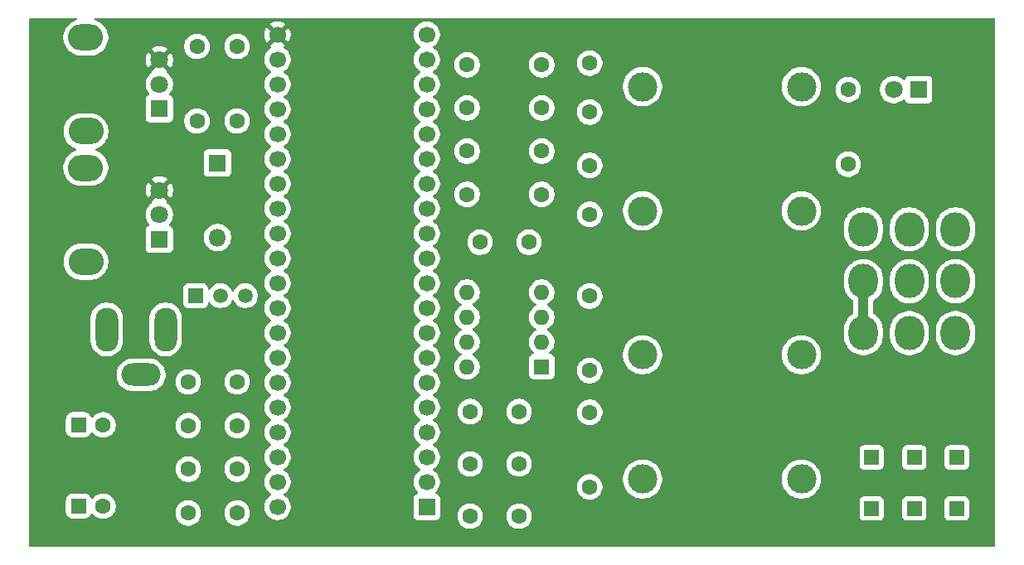
<source format=gbr>
%TF.GenerationSoftware,KiCad,Pcbnew,9.0.5*%
%TF.CreationDate,2025-10-31T17:46:48-05:00*%
%TF.ProjectId,wah,7761682e-6b69-4636-9164-5f7063625858,0.3*%
%TF.SameCoordinates,Original*%
%TF.FileFunction,Copper,L4,Bot*%
%TF.FilePolarity,Positive*%
%FSLAX46Y46*%
G04 Gerber Fmt 4.6, Leading zero omitted, Abs format (unit mm)*
G04 Created by KiCad (PCBNEW 9.0.5) date 2025-10-31 17:46:48*
%MOMM*%
%LPD*%
G01*
G04 APERTURE LIST*
G04 Aperture macros list*
%AMRoundRect*
0 Rectangle with rounded corners*
0 $1 Rounding radius*
0 $2 $3 $4 $5 $6 $7 $8 $9 X,Y pos of 4 corners*
0 Add a 4 corners polygon primitive as box body*
4,1,4,$2,$3,$4,$5,$6,$7,$8,$9,$2,$3,0*
0 Add four circle primitives for the rounded corners*
1,1,$1+$1,$2,$3*
1,1,$1+$1,$4,$5*
1,1,$1+$1,$6,$7*
1,1,$1+$1,$8,$9*
0 Add four rect primitives between the rounded corners*
20,1,$1+$1,$2,$3,$4,$5,0*
20,1,$1+$1,$4,$5,$6,$7,0*
20,1,$1+$1,$6,$7,$8,$9,0*
20,1,$1+$1,$8,$9,$2,$3,0*%
G04 Aperture macros list end*
%TA.AperFunction,ComponentPad*%
%ADD10RoundRect,0.250000X-0.550000X-0.550000X0.550000X-0.550000X0.550000X0.550000X-0.550000X0.550000X0*%
%TD*%
%TA.AperFunction,ComponentPad*%
%ADD11C,1.600000*%
%TD*%
%TA.AperFunction,ComponentPad*%
%ADD12R,1.800000X1.800000*%
%TD*%
%TA.AperFunction,ComponentPad*%
%ADD13O,1.800000X1.800000*%
%TD*%
%TA.AperFunction,ComponentPad*%
%ADD14O,3.580000X2.720000*%
%TD*%
%TA.AperFunction,ComponentPad*%
%ADD15O,3.580000X2.696000*%
%TD*%
%TA.AperFunction,ComponentPad*%
%ADD16C,1.800000*%
%TD*%
%TA.AperFunction,ComponentPad*%
%ADD17R,1.500000X1.500000*%
%TD*%
%TA.AperFunction,ComponentPad*%
%ADD18C,1.500000*%
%TD*%
%TA.AperFunction,ComponentPad*%
%ADD19C,3.000000*%
%TD*%
%TA.AperFunction,ComponentPad*%
%ADD20O,2.300000X4.500000*%
%TD*%
%TA.AperFunction,ComponentPad*%
%ADD21O,4.000000X2.300000*%
%TD*%
%TA.AperFunction,ComponentPad*%
%ADD22O,3.000000X3.500000*%
%TD*%
%TA.AperFunction,ComponentPad*%
%ADD23R,1.600000X1.600000*%
%TD*%
%TA.AperFunction,ComponentPad*%
%ADD24O,1.600000X1.600000*%
%TD*%
%TA.AperFunction,ComponentPad*%
%ADD25R,1.700000X1.700000*%
%TD*%
%TA.AperFunction,ComponentPad*%
%ADD26C,1.700000*%
%TD*%
%TA.AperFunction,Conductor*%
%ADD27C,1.000000*%
%TD*%
G04 APERTURE END LIST*
D10*
%TO.P,C13,1*%
%TO.N,/VREF*%
X47700000Y-75035000D03*
D11*
%TO.P,C13,2*%
%TO.N,GND*%
X50200000Y-75035000D03*
%TD*%
D10*
%TO.P,C3,1*%
%TO.N,+9V*%
X47700000Y-83335000D03*
D11*
%TO.P,C3,2*%
%TO.N,GND*%
X50200000Y-83335000D03*
%TD*%
D12*
%TO.P,D1,1,K*%
%TO.N,+9V*%
X61885000Y-48270000D03*
D13*
%TO.P,D1,2,A*%
%TO.N,Net-(D1-A)*%
X61885000Y-55890000D03*
%TD*%
D11*
%TO.P,C11,1*%
%TO.N,/AUDIO_OUT*%
X92685000Y-79020000D03*
%TO.P,C11,2*%
%TO.N,Net-(C11-Pad2)*%
X87685000Y-79020000D03*
%TD*%
D14*
%TO.P,RV2,*%
%TO.N,*%
X48447000Y-45031600D03*
D15*
X48435000Y-35443600D03*
D12*
%TO.P,RV2,1,1*%
%TO.N,GND*%
X55947000Y-42731600D03*
D16*
%TO.P,RV2,2,2*%
%TO.N,/POT2*%
X55947000Y-40231600D03*
%TO.P,RV2,3,3*%
%TO.N,VDD*%
X55947000Y-37731600D03*
%TD*%
D11*
%TO.P,C6,1*%
%TO.N,Net-(C6-Pad1)*%
X88685000Y-56370000D03*
%TO.P,C6,2*%
%TO.N,/AUDIO_IN*%
X93685000Y-56370000D03*
%TD*%
D17*
%TO.P,GND1,1,1*%
%TO.N,GND*%
X137385000Y-78370000D03*
%TD*%
D11*
%TO.P,R6,1*%
%TO.N,GND*%
X59785000Y-36360000D03*
%TO.P,R6,2*%
%TO.N,/VREF*%
X59785000Y-43980000D03*
%TD*%
D17*
%TO.P,U2,1,VO*%
%TO.N,Net-(U1C-V+)*%
X59645000Y-61830000D03*
D18*
%TO.P,U2,2,GND*%
%TO.N,GND*%
X62185000Y-61830000D03*
%TO.P,U2,3,VI*%
%TO.N,+9V*%
X64725000Y-61830000D03*
%TD*%
D17*
%TO.P,TP_5V1,1,1*%
%TO.N,Net-(U1C-V+)*%
X128685000Y-78370000D03*
%TD*%
D19*
%TO.P,J3,S*%
%TO.N,GND*%
X121515000Y-80570000D03*
%TO.P,J3,SN*%
%TO.N,N/C*%
X105285000Y-80570000D03*
%TO.P,J3,T*%
%TO.N,Net-(J3-PadT)*%
X121515000Y-67870000D03*
%TO.P,J3,TN*%
%TO.N,N/C*%
X105285000Y-67870000D03*
%TD*%
D11*
%TO.P,C5,1*%
%TO.N,+9V*%
X63900000Y-75101667D03*
%TO.P,C5,2*%
%TO.N,GND*%
X58900000Y-75101667D03*
%TD*%
%TO.P,R2,1*%
%TO.N,/VREF*%
X87375000Y-38246800D03*
%TO.P,R2,2*%
%TO.N,Net-(U1B-+)*%
X94995000Y-38246800D03*
%TD*%
D20*
%TO.P,J1,1*%
%TO.N,GND*%
X56585000Y-65270000D03*
%TO.P,J1,2*%
%TO.N,Net-(D1-A)*%
X50585000Y-65270000D03*
D21*
%TO.P,J1,3*%
%TO.N,unconnected-(J1-Pad3)*%
X54085000Y-69920000D03*
%TD*%
D14*
%TO.P,RV1,*%
%TO.N,*%
X48447000Y-58352000D03*
D15*
X48435000Y-48764000D03*
D12*
%TO.P,RV1,1,1*%
%TO.N,GND*%
X55947000Y-56052000D03*
D16*
%TO.P,RV1,2,2*%
%TO.N,/POT1*%
X55947000Y-53552000D03*
%TO.P,RV1,3,3*%
%TO.N,VDD*%
X55947000Y-51052000D03*
%TD*%
D11*
%TO.P,C8,1*%
%TO.N,Net-(U1C-V+)*%
X63900000Y-84035000D03*
%TO.P,C8,2*%
%TO.N,GND*%
X58900000Y-84035000D03*
%TD*%
%TO.P,R7,1*%
%TO.N,Net-(C11-Pad2)*%
X99885000Y-81370000D03*
%TO.P,R7,2*%
%TO.N,Net-(U1A-+)*%
X99885000Y-73750000D03*
%TD*%
%TO.P,R1,1*%
%TO.N,/FX_IN*%
X87375000Y-42654533D03*
%TO.P,R1,2*%
%TO.N,Net-(C1-Pad1)*%
X94995000Y-42654533D03*
%TD*%
%TO.P,R9,1*%
%TO.N,Net-(R9-Pad1)*%
X126285000Y-48390000D03*
%TO.P,R9,2*%
%TO.N,Net-(D2-A)*%
X126285000Y-40770000D03*
%TD*%
%TO.P,R5,1*%
%TO.N,Net-(U1C-V+)*%
X63885000Y-43980000D03*
%TO.P,R5,2*%
%TO.N,/VREF*%
X63885000Y-36360000D03*
%TD*%
D17*
%TO.P,TP_VREF1,1,1*%
%TO.N,/VREF*%
X128685000Y-83570000D03*
%TD*%
D12*
%TO.P,D2,1,K*%
%TO.N,GND*%
X133470000Y-40770000D03*
D16*
%TO.P,D2,2,A*%
%TO.N,Net-(D2-A)*%
X130930000Y-40770000D03*
%TD*%
D11*
%TO.P,C4,1*%
%TO.N,+9V*%
X63900000Y-70635000D03*
%TO.P,C4,2*%
%TO.N,GND*%
X58900000Y-70635000D03*
%TD*%
D22*
%TO.P,SW1,1,A*%
%TO.N,Net-(SW1-A-Pad1)*%
X127835000Y-65650000D03*
%TO.P,SW1,2,B*%
%TO.N,Net-(J2-PadT)*%
X132535000Y-65650000D03*
%TO.P,SW1,3,C*%
%TO.N,/FX_IN*%
X137235000Y-65650000D03*
%TO.P,SW1,4,A*%
%TO.N,Net-(SW1-A-Pad1)*%
X127835000Y-60350000D03*
%TO.P,SW1,5,B*%
%TO.N,Net-(J3-PadT)*%
X132535000Y-60350000D03*
%TO.P,SW1,6,C*%
%TO.N,/FX_OUT*%
X137235000Y-60350000D03*
%TO.P,SW1,7,A*%
%TO.N,unconnected-(SW1-A-Pad7)*%
X127835000Y-55050000D03*
%TO.P,SW1,8,B*%
%TO.N,+9V*%
X132535000Y-55050000D03*
%TO.P,SW1,9,C*%
%TO.N,Net-(R9-Pad1)*%
X137235000Y-55050000D03*
%TD*%
D19*
%TO.P,J2,S*%
%TO.N,GND*%
X105285000Y-40470000D03*
%TO.P,J2,SN*%
%TO.N,N/C*%
X121515000Y-40470000D03*
%TO.P,J2,T*%
%TO.N,Net-(J2-PadT)*%
X105285000Y-53170000D03*
%TO.P,J2,TN*%
%TO.N,N/C*%
X121515000Y-53170000D03*
%TD*%
D11*
%TO.P,R3,1*%
%TO.N,Net-(U1B--)*%
X94995000Y-51470000D03*
%TO.P,R3,2*%
%TO.N,Net-(C6-Pad1)*%
X87375000Y-51470000D03*
%TD*%
%TO.P,C7,1*%
%TO.N,Net-(U1C-V+)*%
X63900000Y-79568333D03*
%TO.P,C7,2*%
%TO.N,GND*%
X58900000Y-79568333D03*
%TD*%
%TO.P,R8,1*%
%TO.N,/VREF*%
X99885000Y-61870000D03*
%TO.P,R8,2*%
%TO.N,Net-(U1A-+)*%
X99885000Y-69490000D03*
%TD*%
%TO.P,C1,1*%
%TO.N,Net-(C1-Pad1)*%
X99885000Y-48513600D03*
%TO.P,C1,2*%
%TO.N,GND*%
X99885000Y-53513600D03*
%TD*%
%TO.P,C2,1*%
%TO.N,Net-(C1-Pad1)*%
X99885000Y-43070000D03*
%TO.P,C2,2*%
%TO.N,Net-(U1B-+)*%
X99885000Y-38070000D03*
%TD*%
D23*
%TO.P,U1,1*%
%TO.N,/FX_OUT*%
X94985000Y-69090000D03*
D24*
%TO.P,U1,2,-*%
X94985000Y-66550000D03*
%TO.P,U1,3,+*%
%TO.N,Net-(U1A-+)*%
X94985000Y-64010000D03*
%TO.P,U1,4,V-*%
%TO.N,GND*%
X94985000Y-61470000D03*
%TO.P,U1,5,+*%
%TO.N,Net-(U1B-+)*%
X87365000Y-61470000D03*
%TO.P,U1,6,-*%
%TO.N,Net-(U1B--)*%
X87365000Y-64010000D03*
%TO.P,U1,7*%
X87365000Y-66550000D03*
%TO.P,U1,8,V+*%
%TO.N,Net-(U1C-V+)*%
X87365000Y-69090000D03*
%TD*%
D11*
%TO.P,C9,1*%
%TO.N,/AUDIO_OUT*%
X92685000Y-84370000D03*
%TO.P,C9,2*%
%TO.N,GND*%
X87685000Y-84370000D03*
%TD*%
%TO.P,R4,1*%
%TO.N,/AUDIO_IN*%
X87375000Y-47062267D03*
%TO.P,R4,2*%
%TO.N,GND*%
X94995000Y-47062267D03*
%TD*%
D25*
%TO.P,A1,1,USB_ID*%
%TO.N,unconnected-(A1-USB_ID-Pad1)*%
X83252000Y-83411600D03*
D26*
%TO.P,A1,2,SD_DATA_3*%
%TO.N,unconnected-(A1-SD_DATA_3-Pad2)*%
X83252000Y-80871600D03*
%TO.P,A1,3,SD_DATA_2*%
%TO.N,unconnected-(A1-SD_DATA_2-Pad3)*%
X83252000Y-78331600D03*
%TO.P,A1,4,SD_DATA_1*%
%TO.N,unconnected-(A1-SD_DATA_1-Pad4)*%
X83252000Y-75791600D03*
%TO.P,A1,5,SD_DATA_0*%
%TO.N,unconnected-(A1-SD_DATA_0-Pad5)*%
X83252000Y-73251600D03*
%TO.P,A1,6,SD_CMD*%
%TO.N,unconnected-(A1-SD_CMD-Pad6)*%
X83252000Y-70711600D03*
%TO.P,A1,7,SD_CLK*%
%TO.N,unconnected-(A1-SD_CLK-Pad7)*%
X83252000Y-68171600D03*
%TO.P,A1,8,SPI1_CS*%
%TO.N,unconnected-(A1-SPI1_CS-Pad8)*%
X83252000Y-65631600D03*
%TO.P,A1,9,SPI1_SCK*%
%TO.N,unconnected-(A1-SPI1_SCK-Pad9)*%
X83252000Y-63091600D03*
%TO.P,A1,10,SPI1_POCI*%
%TO.N,unconnected-(A1-SPI1_POCI-Pad10)*%
X83252000Y-60551600D03*
%TO.P,A1,11,SPI1_PICO*%
%TO.N,unconnected-(A1-SPI1_PICO-Pad11)*%
X83252000Y-58011600D03*
%TO.P,A1,12,I2C1_SCL*%
%TO.N,unconnected-(A1-I2C1_SCL-Pad12)*%
X83252000Y-55471600D03*
%TO.P,A1,13,I2C1_SDA*%
%TO.N,unconnected-(A1-I2C1_SDA-Pad13)*%
X83252000Y-52931600D03*
%TO.P,A1,14,USART1_TX*%
%TO.N,unconnected-(A1-USART1_TX-Pad14)*%
X83252000Y-50391600D03*
%TO.P,A1,15,USART1_RX*%
%TO.N,unconnected-(A1-USART1_RX-Pad15)*%
X83252000Y-47851600D03*
%TO.P,A1,16,AUDIO_IN_1*%
%TO.N,/AUDIO_IN*%
X83252000Y-45311600D03*
%TO.P,A1,17,AUDIO_IN_2*%
%TO.N,unconnected-(A1-AUDIO_IN_2-Pad17)*%
X83252000Y-42771600D03*
%TO.P,A1,18,AUDIO_OUT_1*%
%TO.N,/AUDIO_OUT*%
X83252000Y-40231600D03*
%TO.P,A1,19,AUDIO_OUT_2*%
%TO.N,unconnected-(A1-AUDIO_OUT_2-Pad19)*%
X83252000Y-37691600D03*
%TO.P,A1,20,AGND*%
%TO.N,GND*%
X83252000Y-35151600D03*
%TO.P,A1,21,3V3_A*%
%TO.N,VDD*%
X68012000Y-35151600D03*
%TO.P,A1,22,ADC_0*%
%TO.N,unconnected-(A1-ADC_0-Pad22)*%
X68012000Y-37691600D03*
%TO.P,A1,23,ADC_1*%
%TO.N,/POT2*%
X68012000Y-40231600D03*
%TO.P,A1,24,ADC_2*%
%TO.N,/POT1*%
X68012000Y-42771600D03*
%TO.P,A1,25,ADC_3*%
%TO.N,unconnected-(A1-ADC_3-Pad25)*%
X68012000Y-45311600D03*
%TO.P,A1,26,ADC_4*%
%TO.N,unconnected-(A1-ADC_4-Pad26)*%
X68012000Y-47851600D03*
%TO.P,A1,27,ADC_5*%
%TO.N,unconnected-(A1-ADC_5-Pad27)*%
X68012000Y-50391600D03*
%TO.P,A1,28,ADC_6*%
%TO.N,unconnected-(A1-ADC_6-Pad28)*%
X68012000Y-52931600D03*
%TO.P,A1,29,DAC_OUT2*%
%TO.N,unconnected-(A1-DAC_OUT2-Pad29)*%
X68012000Y-55471600D03*
%TO.P,A1,30,DAC_OUT1*%
%TO.N,unconnected-(A1-DAC_OUT1-Pad30)*%
X68012000Y-58011600D03*
%TO.P,A1,31,SAI2_MCLK*%
%TO.N,unconnected-(A1-SAI2_MCLK-Pad31)*%
X68012000Y-60551600D03*
%TO.P,A1,32,SAI2_SD_B*%
%TO.N,unconnected-(A1-SAI2_SD_B-Pad32)*%
X68012000Y-63091600D03*
%TO.P,A1,33,SAI2_SD_A*%
%TO.N,unconnected-(A1-SAI2_SD_A-Pad33)*%
X68012000Y-65631600D03*
%TO.P,A1,34,SAI2_FS*%
%TO.N,unconnected-(A1-SAI2_FS-Pad34)*%
X68012000Y-68171600D03*
%TO.P,A1,35,SAI2_SCK*%
%TO.N,unconnected-(A1-SAI2_SCK-Pad35)*%
X68012000Y-70711600D03*
%TO.P,A1,36,USB_D_-*%
%TO.N,unconnected-(A1-USB_D_--Pad36)*%
X68012000Y-73251600D03*
%TO.P,A1,37,USB_D_+*%
%TO.N,unconnected-(A1-USB_D_+-Pad37)*%
X68012000Y-75791600D03*
%TO.P,A1,38,3V3_D*%
%TO.N,unconnected-(A1-3V3_D-Pad38)*%
X68012000Y-78331600D03*
%TO.P,A1,39,VIN*%
%TO.N,+9V*%
X68012000Y-80871600D03*
%TO.P,A1,40,DGND*%
%TO.N,GND*%
X68012000Y-83411600D03*
%TD*%
D17*
%TO.P,TP_IN1,1,1*%
%TO.N,/FX_IN*%
X133035000Y-83570000D03*
%TD*%
D11*
%TO.P,C12,1*%
%TO.N,Net-(U1A-+)*%
X92685000Y-73670000D03*
%TO.P,C12,2*%
%TO.N,GND*%
X87685000Y-73670000D03*
%TD*%
D17*
%TO.P,GND2,1,1*%
%TO.N,GND*%
X137385000Y-83570000D03*
%TD*%
%TO.P,TP_OUT1,1,1*%
%TO.N,/FX_OUT*%
X133035000Y-78370000D03*
%TD*%
D27*
%TO.N,Net-(SW1-A-Pad1)*%
X127835000Y-60350000D02*
X127835000Y-65650000D01*
%TD*%
%TA.AperFunction,Conductor*%
%TO.N,VDD*%
G36*
X47472682Y-33454585D02*
G01*
X47518437Y-33507389D01*
X47528381Y-33576547D01*
X47499356Y-33640103D01*
X47440578Y-33677877D01*
X47437759Y-33678668D01*
X47416439Y-33684380D01*
X47397543Y-33689444D01*
X47173684Y-33782169D01*
X47173667Y-33782177D01*
X46963825Y-33903330D01*
X46771585Y-34050840D01*
X46771578Y-34050846D01*
X46600246Y-34222178D01*
X46600240Y-34222185D01*
X46452730Y-34414425D01*
X46331577Y-34624267D01*
X46331569Y-34624284D01*
X46238844Y-34848143D01*
X46176130Y-35082199D01*
X46176128Y-35082210D01*
X46144500Y-35322435D01*
X46144500Y-35564764D01*
X46159460Y-35678390D01*
X46176129Y-35804998D01*
X46205153Y-35913317D01*
X46238844Y-36039056D01*
X46331569Y-36262915D01*
X46331577Y-36262932D01*
X46452730Y-36472774D01*
X46600240Y-36665014D01*
X46600246Y-36665021D01*
X46771578Y-36836353D01*
X46771585Y-36836359D01*
X46963825Y-36983869D01*
X47173667Y-37105022D01*
X47173672Y-37105024D01*
X47173675Y-37105026D01*
X47173679Y-37105027D01*
X47173684Y-37105030D01*
X47244679Y-37134437D01*
X47397544Y-37197756D01*
X47631602Y-37260471D01*
X47871843Y-37292100D01*
X47871850Y-37292100D01*
X48998150Y-37292100D01*
X48998157Y-37292100D01*
X49238398Y-37260471D01*
X49472456Y-37197756D01*
X49696325Y-37105026D01*
X49906175Y-36983869D01*
X50098416Y-36836358D01*
X50269758Y-36665016D01*
X50417269Y-36472775D01*
X50538426Y-36262925D01*
X50540612Y-36257648D01*
X58484500Y-36257648D01*
X58484500Y-36462351D01*
X58516522Y-36664534D01*
X58579781Y-36859223D01*
X58617926Y-36934085D01*
X58672698Y-37041581D01*
X58672715Y-37041613D01*
X58793028Y-37207213D01*
X58937786Y-37351971D01*
X59037744Y-37424593D01*
X59103390Y-37472287D01*
X59219607Y-37531503D01*
X59285776Y-37565218D01*
X59285778Y-37565218D01*
X59285781Y-37565220D01*
X59347621Y-37585313D01*
X59480465Y-37628477D01*
X59581557Y-37644488D01*
X59682648Y-37660500D01*
X59682649Y-37660500D01*
X59887351Y-37660500D01*
X59887352Y-37660500D01*
X60089534Y-37628477D01*
X60284219Y-37565220D01*
X60466610Y-37472287D01*
X60566682Y-37399581D01*
X60632213Y-37351971D01*
X60632215Y-37351968D01*
X60632219Y-37351966D01*
X60776966Y-37207219D01*
X60776968Y-37207215D01*
X60776971Y-37207213D01*
X60851216Y-37105022D01*
X60897287Y-37041610D01*
X60990220Y-36859219D01*
X61053477Y-36664534D01*
X61085500Y-36462352D01*
X61085500Y-36257648D01*
X62584500Y-36257648D01*
X62584500Y-36462351D01*
X62616522Y-36664534D01*
X62679781Y-36859223D01*
X62717926Y-36934085D01*
X62772698Y-37041581D01*
X62772715Y-37041613D01*
X62893028Y-37207213D01*
X63037786Y-37351971D01*
X63137744Y-37424593D01*
X63203390Y-37472287D01*
X63319607Y-37531503D01*
X63385776Y-37565218D01*
X63385778Y-37565218D01*
X63385781Y-37565220D01*
X63447621Y-37585313D01*
X63580465Y-37628477D01*
X63681557Y-37644488D01*
X63782648Y-37660500D01*
X63782649Y-37660500D01*
X63987351Y-37660500D01*
X63987352Y-37660500D01*
X64189534Y-37628477D01*
X64322379Y-37585313D01*
X66661500Y-37585313D01*
X66661500Y-37797886D01*
X66688387Y-37967648D01*
X66694754Y-38007843D01*
X66748206Y-38172352D01*
X66760444Y-38210014D01*
X66856951Y-38399420D01*
X66981890Y-38571386D01*
X67132213Y-38721709D01*
X67304182Y-38846650D01*
X67312946Y-38851116D01*
X67363742Y-38899091D01*
X67380536Y-38966912D01*
X67357998Y-39033047D01*
X67312946Y-39072084D01*
X67304182Y-39076549D01*
X67132213Y-39201490D01*
X66981890Y-39351813D01*
X66856951Y-39523779D01*
X66760444Y-39713185D01*
X66694753Y-39915360D01*
X66661500Y-40125313D01*
X66661500Y-40337886D01*
X66681706Y-40465465D01*
X66694754Y-40547843D01*
X66733681Y-40667648D01*
X66760444Y-40750014D01*
X66856951Y-40939420D01*
X66981890Y-41111386D01*
X67132213Y-41261709D01*
X67304182Y-41386650D01*
X67312946Y-41391116D01*
X67363742Y-41439091D01*
X67380536Y-41506912D01*
X67357998Y-41573047D01*
X67312946Y-41612084D01*
X67304182Y-41616549D01*
X67132213Y-41741490D01*
X66981890Y-41891813D01*
X66856951Y-42063779D01*
X66760444Y-42253185D01*
X66694753Y-42455360D01*
X66661500Y-42665313D01*
X66661500Y-42877887D01*
X66694754Y-43087843D01*
X66752660Y-43266059D01*
X66760444Y-43290014D01*
X66856951Y-43479420D01*
X66981890Y-43651386D01*
X67132213Y-43801709D01*
X67304182Y-43926650D01*
X67312946Y-43931116D01*
X67363742Y-43979091D01*
X67380536Y-44046912D01*
X67357998Y-44113047D01*
X67312946Y-44152084D01*
X67304182Y-44156549D01*
X67132213Y-44281490D01*
X66981890Y-44431813D01*
X66856951Y-44603779D01*
X66760444Y-44793185D01*
X66694753Y-44995360D01*
X66669699Y-45153544D01*
X66661500Y-45205313D01*
X66661500Y-45417887D01*
X66694754Y-45627843D01*
X66748673Y-45793789D01*
X66760444Y-45830014D01*
X66856951Y-46019420D01*
X66981890Y-46191386D01*
X67132213Y-46341709D01*
X67304182Y-46466650D01*
X67312946Y-46471116D01*
X67363742Y-46519091D01*
X67380536Y-46586912D01*
X67357998Y-46653047D01*
X67312946Y-46692084D01*
X67304182Y-46696549D01*
X67132213Y-46821490D01*
X66981890Y-46971813D01*
X66856951Y-47143779D01*
X66760444Y-47333185D01*
X66694753Y-47535360D01*
X66661500Y-47745313D01*
X66661500Y-47957886D01*
X66681706Y-48085465D01*
X66694754Y-48167843D01*
X66733681Y-48287648D01*
X66760444Y-48370014D01*
X66856951Y-48559420D01*
X66981890Y-48731386D01*
X67132213Y-48881709D01*
X67304182Y-49006650D01*
X67312946Y-49011116D01*
X67363742Y-49059091D01*
X67380536Y-49126912D01*
X67357998Y-49193047D01*
X67312946Y-49232084D01*
X67304182Y-49236549D01*
X67132213Y-49361490D01*
X66981890Y-49511813D01*
X66856951Y-49683779D01*
X66760444Y-49873185D01*
X66694753Y-50075360D01*
X66661500Y-50285313D01*
X66661500Y-50497886D01*
X66693265Y-50698446D01*
X66694754Y-50707843D01*
X66743870Y-50859007D01*
X66760444Y-50910014D01*
X66856951Y-51099420D01*
X66981890Y-51271386D01*
X67132213Y-51421709D01*
X67304182Y-51546650D01*
X67312946Y-51551116D01*
X67363742Y-51599091D01*
X67380536Y-51666912D01*
X67357998Y-51733047D01*
X67312946Y-51772084D01*
X67304182Y-51776549D01*
X67132213Y-51901490D01*
X66981890Y-52051813D01*
X66856951Y-52223779D01*
X66760444Y-52413185D01*
X66694753Y-52615360D01*
X66661500Y-52825313D01*
X66661500Y-53037886D01*
X66676576Y-53133076D01*
X66694754Y-53247843D01*
X66733814Y-53368058D01*
X66760444Y-53450014D01*
X66856951Y-53639420D01*
X66981890Y-53811386D01*
X67132213Y-53961709D01*
X67304182Y-54086650D01*
X67312946Y-54091116D01*
X67363742Y-54139091D01*
X67380536Y-54206912D01*
X67357998Y-54273047D01*
X67312946Y-54312084D01*
X67304182Y-54316549D01*
X67132213Y-54441490D01*
X66981890Y-54591813D01*
X66856951Y-54763779D01*
X66760444Y-54953185D01*
X66694753Y-55155360D01*
X66661500Y-55365313D01*
X66661500Y-55577886D01*
X66693476Y-55779778D01*
X66694754Y-55787843D01*
X66721702Y-55870781D01*
X66760444Y-55990014D01*
X66856951Y-56179420D01*
X66981890Y-56351386D01*
X67132213Y-56501709D01*
X67304182Y-56626650D01*
X67312946Y-56631116D01*
X67363742Y-56679091D01*
X67380536Y-56746912D01*
X67357998Y-56813047D01*
X67312946Y-56852084D01*
X67304182Y-56856549D01*
X67132213Y-56981490D01*
X66981890Y-57131813D01*
X66856951Y-57303779D01*
X66760444Y-57493185D01*
X66694753Y-57695360D01*
X66685675Y-57752679D01*
X66661500Y-57905313D01*
X66661500Y-58117887D01*
X66694754Y-58327843D01*
X66742225Y-58473944D01*
X66760444Y-58530014D01*
X66856951Y-58719420D01*
X66981890Y-58891386D01*
X67132213Y-59041709D01*
X67304182Y-59166650D01*
X67312946Y-59171116D01*
X67363742Y-59219091D01*
X67380536Y-59286912D01*
X67357998Y-59353047D01*
X67312946Y-59392084D01*
X67304182Y-59396549D01*
X67132213Y-59521490D01*
X66981890Y-59671813D01*
X66856951Y-59843779D01*
X66760444Y-60033185D01*
X66694753Y-60235360D01*
X66675374Y-60357715D01*
X66661500Y-60445313D01*
X66661500Y-60657887D01*
X66694754Y-60867843D01*
X66748133Y-61032127D01*
X66760444Y-61070014D01*
X66856951Y-61259420D01*
X66981890Y-61431386D01*
X67132213Y-61581709D01*
X67304182Y-61706650D01*
X67312946Y-61711116D01*
X67363742Y-61759091D01*
X67380536Y-61826912D01*
X67357998Y-61893047D01*
X67312946Y-61932084D01*
X67304182Y-61936549D01*
X67132213Y-62061490D01*
X66981890Y-62211813D01*
X66856951Y-62383779D01*
X66760444Y-62573185D01*
X66694753Y-62775360D01*
X66661500Y-62985313D01*
X66661500Y-63197886D01*
X66693432Y-63399500D01*
X66694754Y-63407843D01*
X66757824Y-63601953D01*
X66760444Y-63610014D01*
X66856951Y-63799420D01*
X66981890Y-63971386D01*
X67132213Y-64121709D01*
X67304182Y-64246650D01*
X67312946Y-64251116D01*
X67363742Y-64299091D01*
X67380536Y-64366912D01*
X67357998Y-64433047D01*
X67312946Y-64472084D01*
X67304182Y-64476549D01*
X67132213Y-64601490D01*
X66981890Y-64751813D01*
X66856951Y-64923779D01*
X66760444Y-65113185D01*
X66694753Y-65315360D01*
X66661500Y-65525313D01*
X66661500Y-65737886D01*
X66682345Y-65869500D01*
X66694754Y-65947843D01*
X66735081Y-66071957D01*
X66760444Y-66150014D01*
X66856951Y-66339420D01*
X66981890Y-66511386D01*
X67132213Y-66661709D01*
X67304182Y-66786650D01*
X67312946Y-66791116D01*
X67363742Y-66839091D01*
X67380536Y-66906912D01*
X67357998Y-66973047D01*
X67312946Y-67012084D01*
X67304182Y-67016549D01*
X67132213Y-67141490D01*
X66981890Y-67291813D01*
X66856951Y-67463779D01*
X66760444Y-67653185D01*
X66694753Y-67855360D01*
X66671668Y-68001113D01*
X66661500Y-68065313D01*
X66661500Y-68277887D01*
X66694754Y-68487843D01*
X66751039Y-68661071D01*
X66760444Y-68690014D01*
X66856951Y-68879420D01*
X66981890Y-69051386D01*
X67132213Y-69201709D01*
X67304182Y-69326650D01*
X67312946Y-69331116D01*
X67363742Y-69379091D01*
X67380536Y-69446912D01*
X67357998Y-69513047D01*
X67312946Y-69552084D01*
X67304182Y-69556549D01*
X67132213Y-69681490D01*
X66981890Y-69831813D01*
X66856951Y-70003779D01*
X66760444Y-70193185D01*
X66694753Y-70395360D01*
X66661500Y-70605313D01*
X66661500Y-70817886D01*
X66689588Y-70995231D01*
X66694754Y-71027843D01*
X66743846Y-71178933D01*
X66760444Y-71230014D01*
X66856951Y-71419420D01*
X66981890Y-71591386D01*
X67132213Y-71741709D01*
X67304182Y-71866650D01*
X67312946Y-71871116D01*
X67363742Y-71919091D01*
X67380536Y-71986912D01*
X67357998Y-72053047D01*
X67312946Y-72092084D01*
X67304182Y-72096549D01*
X67132213Y-72221490D01*
X66981890Y-72371813D01*
X66856951Y-72543779D01*
X66760444Y-72733185D01*
X66694753Y-72935360D01*
X66686355Y-72988386D01*
X66661500Y-73145313D01*
X66661500Y-73357887D01*
X66694754Y-73567843D01*
X66759309Y-73766523D01*
X66760444Y-73770014D01*
X66856951Y-73959420D01*
X66981890Y-74131386D01*
X67132213Y-74281709D01*
X67304182Y-74406650D01*
X67312946Y-74411116D01*
X67363742Y-74459091D01*
X67380536Y-74526912D01*
X67357998Y-74593047D01*
X67312946Y-74632084D01*
X67304182Y-74636549D01*
X67132213Y-74761490D01*
X66981890Y-74911813D01*
X66856951Y-75083779D01*
X66760444Y-75273185D01*
X66694753Y-75475360D01*
X66669467Y-75635009D01*
X66661500Y-75685313D01*
X66661500Y-75897887D01*
X66669577Y-75948880D01*
X66686171Y-76053657D01*
X66694754Y-76107843D01*
X66747381Y-76269812D01*
X66760444Y-76310014D01*
X66856951Y-76499420D01*
X66981890Y-76671386D01*
X67132213Y-76821709D01*
X67304182Y-76946650D01*
X67312946Y-76951116D01*
X67363742Y-76999091D01*
X67380536Y-77066912D01*
X67357998Y-77133047D01*
X67312946Y-77172084D01*
X67304182Y-77176549D01*
X67132213Y-77301490D01*
X66981890Y-77451813D01*
X66856951Y-77623779D01*
X66760444Y-77813185D01*
X66694753Y-78015360D01*
X66661500Y-78225313D01*
X66661500Y-78437887D01*
X66671534Y-78501244D01*
X66682345Y-78569500D01*
X66694754Y-78647843D01*
X66735081Y-78771957D01*
X66760444Y-78850014D01*
X66856951Y-79039420D01*
X66981890Y-79211386D01*
X67132213Y-79361709D01*
X67304182Y-79486650D01*
X67312946Y-79491116D01*
X67363742Y-79539091D01*
X67380536Y-79606912D01*
X67357998Y-79673047D01*
X67312946Y-79712084D01*
X67304182Y-79716549D01*
X67132213Y-79841490D01*
X66981890Y-79991813D01*
X66856951Y-80163779D01*
X66760444Y-80353185D01*
X66694753Y-80555360D01*
X66661500Y-80765313D01*
X66661500Y-80977886D01*
X66694753Y-81187839D01*
X66694753Y-81187841D01*
X66694754Y-81187843D01*
X66720684Y-81267648D01*
X66760444Y-81390014D01*
X66856951Y-81579420D01*
X66981890Y-81751386D01*
X67132213Y-81901709D01*
X67304182Y-82026650D01*
X67312946Y-82031116D01*
X67363742Y-82079091D01*
X67380536Y-82146912D01*
X67357998Y-82213047D01*
X67312946Y-82252084D01*
X67304182Y-82256549D01*
X67132213Y-82381490D01*
X66981890Y-82531813D01*
X66856951Y-82703779D01*
X66760444Y-82893185D01*
X66694753Y-83095360D01*
X66661500Y-83305313D01*
X66661500Y-83517886D01*
X66688504Y-83688386D01*
X66694754Y-83727843D01*
X66695606Y-83730466D01*
X66760444Y-83930014D01*
X66856951Y-84119420D01*
X66981890Y-84291386D01*
X67132213Y-84441709D01*
X67304179Y-84566648D01*
X67304181Y-84566649D01*
X67304184Y-84566651D01*
X67493588Y-84663157D01*
X67695757Y-84728846D01*
X67905713Y-84762100D01*
X67905714Y-84762100D01*
X68118286Y-84762100D01*
X68118287Y-84762100D01*
X68328243Y-84728846D01*
X68530412Y-84663157D01*
X68719816Y-84566651D01*
X68806138Y-84503935D01*
X68891786Y-84441709D01*
X68891788Y-84441706D01*
X68891792Y-84441704D01*
X69042104Y-84291392D01*
X69042106Y-84291388D01*
X69042109Y-84291386D01*
X69167048Y-84119420D01*
X69167047Y-84119420D01*
X69167051Y-84119416D01*
X69263557Y-83930012D01*
X69329246Y-83727843D01*
X69362500Y-83517887D01*
X69362500Y-83305313D01*
X69329246Y-83095357D01*
X69263557Y-82893188D01*
X69167051Y-82703784D01*
X69167049Y-82703781D01*
X69167048Y-82703779D01*
X69042109Y-82531813D01*
X68891786Y-82381490D01*
X68719820Y-82256551D01*
X68719115Y-82256191D01*
X68711054Y-82252085D01*
X68660259Y-82204112D01*
X68643463Y-82136292D01*
X68665999Y-82070156D01*
X68711054Y-82031115D01*
X68719816Y-82026651D01*
X68809554Y-81961453D01*
X68891786Y-81901709D01*
X68891788Y-81901706D01*
X68891792Y-81901704D01*
X69042104Y-81751392D01*
X69042106Y-81751388D01*
X69042109Y-81751386D01*
X69167048Y-81579420D01*
X69167047Y-81579420D01*
X69167051Y-81579416D01*
X69263557Y-81390012D01*
X69329246Y-81187843D01*
X69362500Y-80977887D01*
X69362500Y-80765313D01*
X69329246Y-80555357D01*
X69263557Y-80353188D01*
X69167051Y-80163784D01*
X69167049Y-80163781D01*
X69167048Y-80163779D01*
X69042109Y-79991813D01*
X68891786Y-79841490D01*
X68719820Y-79716551D01*
X68719115Y-79716191D01*
X68711054Y-79712085D01*
X68660259Y-79664112D01*
X68643463Y-79596292D01*
X68665999Y-79530156D01*
X68711054Y-79491115D01*
X68719816Y-79486651D01*
X68761734Y-79456196D01*
X68891786Y-79361709D01*
X68891788Y-79361706D01*
X68891792Y-79361704D01*
X69042104Y-79211392D01*
X69042106Y-79211388D01*
X69042109Y-79211386D01*
X69167048Y-79039420D01*
X69167047Y-79039420D01*
X69167051Y-79039416D01*
X69263557Y-78850012D01*
X69329246Y-78647843D01*
X69362500Y-78437887D01*
X69362500Y-78225313D01*
X69329246Y-78015357D01*
X69263557Y-77813188D01*
X69167051Y-77623784D01*
X69167049Y-77623781D01*
X69167048Y-77623779D01*
X69042109Y-77451813D01*
X68891786Y-77301490D01*
X68719820Y-77176551D01*
X68719115Y-77176191D01*
X68711054Y-77172085D01*
X68660259Y-77124112D01*
X68643463Y-77056292D01*
X68665999Y-76990156D01*
X68711054Y-76951115D01*
X68719816Y-76946651D01*
X68741789Y-76930686D01*
X68891786Y-76821709D01*
X68891788Y-76821706D01*
X68891792Y-76821704D01*
X69042104Y-76671392D01*
X69042106Y-76671388D01*
X69042109Y-76671386D01*
X69167048Y-76499420D01*
X69167047Y-76499420D01*
X69167051Y-76499416D01*
X69263557Y-76310012D01*
X69329246Y-76107843D01*
X69362500Y-75897887D01*
X69362500Y-75685313D01*
X69329246Y-75475357D01*
X69263557Y-75273188D01*
X69167051Y-75083784D01*
X69167049Y-75083781D01*
X69167048Y-75083779D01*
X69042109Y-74911813D01*
X68891786Y-74761490D01*
X68719820Y-74636551D01*
X68719115Y-74636191D01*
X68711054Y-74632085D01*
X68660259Y-74584112D01*
X68643463Y-74516292D01*
X68665999Y-74450156D01*
X68711054Y-74411115D01*
X68719816Y-74406651D01*
X68793124Y-74353390D01*
X68891786Y-74281709D01*
X68891788Y-74281706D01*
X68891792Y-74281704D01*
X69042104Y-74131392D01*
X69042106Y-74131388D01*
X69042109Y-74131386D01*
X69167048Y-73959420D01*
X69167047Y-73959420D01*
X69167051Y-73959416D01*
X69263557Y-73770012D01*
X69329246Y-73567843D01*
X69362500Y-73357887D01*
X69362500Y-73145313D01*
X69329246Y-72935357D01*
X69263557Y-72733188D01*
X69167051Y-72543784D01*
X69167049Y-72543781D01*
X69167048Y-72543779D01*
X69042109Y-72371813D01*
X68891786Y-72221490D01*
X68719820Y-72096551D01*
X68719115Y-72096191D01*
X68711054Y-72092085D01*
X68660259Y-72044112D01*
X68643463Y-71976292D01*
X68665999Y-71910156D01*
X68711054Y-71871115D01*
X68719816Y-71866651D01*
X68884108Y-71747287D01*
X68891786Y-71741709D01*
X68891788Y-71741706D01*
X68891792Y-71741704D01*
X69042104Y-71591392D01*
X69042106Y-71591388D01*
X69042109Y-71591386D01*
X69167048Y-71419420D01*
X69167047Y-71419420D01*
X69167051Y-71419416D01*
X69263557Y-71230012D01*
X69329246Y-71027843D01*
X69362500Y-70817887D01*
X69362500Y-70605313D01*
X69329246Y-70395357D01*
X69263557Y-70193188D01*
X69167051Y-70003784D01*
X69167049Y-70003781D01*
X69167048Y-70003779D01*
X69042109Y-69831813D01*
X68891786Y-69681490D01*
X68719820Y-69556551D01*
X68719115Y-69556191D01*
X68711054Y-69552085D01*
X68660259Y-69504112D01*
X68643463Y-69436292D01*
X68665999Y-69370156D01*
X68711054Y-69331115D01*
X68719816Y-69326651D01*
X68775179Y-69286428D01*
X68891786Y-69201709D01*
X68891788Y-69201706D01*
X68891792Y-69201704D01*
X69042104Y-69051392D01*
X69042106Y-69051388D01*
X69042109Y-69051386D01*
X69167048Y-68879420D01*
X69167047Y-68879420D01*
X69167051Y-68879416D01*
X69263557Y-68690012D01*
X69329246Y-68487843D01*
X69362500Y-68277887D01*
X69362500Y-68065313D01*
X69329246Y-67855357D01*
X69263557Y-67653188D01*
X69167051Y-67463784D01*
X69167049Y-67463781D01*
X69167048Y-67463779D01*
X69042109Y-67291813D01*
X68891786Y-67141490D01*
X68719820Y-67016551D01*
X68719115Y-67016191D01*
X68711054Y-67012085D01*
X68660259Y-66964112D01*
X68643463Y-66896292D01*
X68665999Y-66830156D01*
X68711054Y-66791115D01*
X68719816Y-66786651D01*
X68761734Y-66756196D01*
X68891786Y-66661709D01*
X68891788Y-66661706D01*
X68891792Y-66661704D01*
X69042104Y-66511392D01*
X69042106Y-66511388D01*
X69042109Y-66511386D01*
X69167048Y-66339420D01*
X69167047Y-66339420D01*
X69167051Y-66339416D01*
X69263557Y-66150012D01*
X69329246Y-65947843D01*
X69362500Y-65737887D01*
X69362500Y-65525313D01*
X69329246Y-65315357D01*
X69263557Y-65113188D01*
X69167051Y-64923784D01*
X69167049Y-64923781D01*
X69167048Y-64923779D01*
X69042109Y-64751813D01*
X68891786Y-64601490D01*
X68719820Y-64476551D01*
X68719115Y-64476191D01*
X68711054Y-64472085D01*
X68660259Y-64424112D01*
X68643463Y-64356292D01*
X68665999Y-64290156D01*
X68711054Y-64251115D01*
X68719816Y-64246651D01*
X68741789Y-64230686D01*
X68891786Y-64121709D01*
X68891788Y-64121706D01*
X68891792Y-64121704D01*
X69042104Y-63971392D01*
X69042106Y-63971388D01*
X69042109Y-63971386D01*
X69167048Y-63799420D01*
X69167047Y-63799420D01*
X69167051Y-63799416D01*
X69263557Y-63610012D01*
X69329246Y-63407843D01*
X69362500Y-63197887D01*
X69362500Y-62985313D01*
X69329246Y-62775357D01*
X69263557Y-62573188D01*
X69167051Y-62383784D01*
X69167049Y-62383781D01*
X69167048Y-62383779D01*
X69042109Y-62211813D01*
X68891786Y-62061490D01*
X68719820Y-61936551D01*
X68719115Y-61936191D01*
X68711054Y-61932085D01*
X68660259Y-61884112D01*
X68643463Y-61816292D01*
X68665999Y-61750156D01*
X68711054Y-61711115D01*
X68719816Y-61706651D01*
X68741789Y-61690686D01*
X68891786Y-61581709D01*
X68891788Y-61581706D01*
X68891792Y-61581704D01*
X69042104Y-61431392D01*
X69042106Y-61431388D01*
X69042109Y-61431386D01*
X69167048Y-61259420D01*
X69167047Y-61259420D01*
X69167051Y-61259416D01*
X69263557Y-61070012D01*
X69329246Y-60867843D01*
X69362500Y-60657887D01*
X69362500Y-60445313D01*
X69329246Y-60235357D01*
X69263557Y-60033188D01*
X69167051Y-59843784D01*
X69167049Y-59843781D01*
X69167048Y-59843779D01*
X69042109Y-59671813D01*
X68891786Y-59521490D01*
X68719820Y-59396551D01*
X68719115Y-59396191D01*
X68711054Y-59392085D01*
X68660259Y-59344112D01*
X68643463Y-59276292D01*
X68665999Y-59210156D01*
X68711054Y-59171115D01*
X68719816Y-59166651D01*
X68741789Y-59150686D01*
X68891786Y-59041709D01*
X68891788Y-59041706D01*
X68891792Y-59041704D01*
X69042104Y-58891392D01*
X69042106Y-58891388D01*
X69042109Y-58891386D01*
X69167048Y-58719420D01*
X69167047Y-58719420D01*
X69167051Y-58719416D01*
X69263557Y-58530012D01*
X69329246Y-58327843D01*
X69362500Y-58117887D01*
X69362500Y-57905313D01*
X69329246Y-57695357D01*
X69263557Y-57493188D01*
X69167051Y-57303784D01*
X69167049Y-57303781D01*
X69167048Y-57303779D01*
X69042109Y-57131813D01*
X68891786Y-56981490D01*
X68719820Y-56856551D01*
X68719115Y-56856191D01*
X68711054Y-56852085D01*
X68660259Y-56804112D01*
X68643463Y-56736292D01*
X68665999Y-56670156D01*
X68711054Y-56631115D01*
X68719816Y-56626651D01*
X68775140Y-56586456D01*
X68891786Y-56501709D01*
X68891788Y-56501706D01*
X68891792Y-56501704D01*
X69042104Y-56351392D01*
X69042106Y-56351388D01*
X69042109Y-56351386D01*
X69151086Y-56201389D01*
X69167051Y-56179416D01*
X69263557Y-55990012D01*
X69329246Y-55787843D01*
X69362500Y-55577887D01*
X69362500Y-55365313D01*
X69329246Y-55155357D01*
X69263557Y-54953188D01*
X69167051Y-54763784D01*
X69167049Y-54763781D01*
X69167048Y-54763779D01*
X69042109Y-54591813D01*
X68891786Y-54441490D01*
X68719820Y-54316551D01*
X68719115Y-54316191D01*
X68711054Y-54312085D01*
X68660259Y-54264112D01*
X68643463Y-54196292D01*
X68665999Y-54130156D01*
X68711054Y-54091115D01*
X68719816Y-54086651D01*
X68761040Y-54056700D01*
X68891786Y-53961709D01*
X68891788Y-53961706D01*
X68891792Y-53961704D01*
X69042104Y-53811392D01*
X69042106Y-53811388D01*
X69042109Y-53811386D01*
X69167048Y-53639420D01*
X69167047Y-53639420D01*
X69167051Y-53639416D01*
X69263557Y-53450012D01*
X69329246Y-53247843D01*
X69362500Y-53037887D01*
X69362500Y-52825313D01*
X69329246Y-52615357D01*
X69263557Y-52413188D01*
X69167051Y-52223784D01*
X69167049Y-52223781D01*
X69167048Y-52223779D01*
X69042109Y-52051813D01*
X68891786Y-51901490D01*
X68719820Y-51776551D01*
X68715861Y-51774534D01*
X68711054Y-51772085D01*
X68660259Y-51724112D01*
X68643463Y-51656292D01*
X68665999Y-51590156D01*
X68711054Y-51551115D01*
X68719816Y-51546651D01*
X68849957Y-51452099D01*
X68891786Y-51421709D01*
X68891788Y-51421706D01*
X68891792Y-51421704D01*
X69042104Y-51271392D01*
X69042106Y-51271388D01*
X69042109Y-51271386D01*
X69167048Y-51099420D01*
X69167047Y-51099420D01*
X69167051Y-51099416D01*
X69263557Y-50910012D01*
X69329246Y-50707843D01*
X69362500Y-50497887D01*
X69362500Y-50285313D01*
X69329246Y-50075357D01*
X69263557Y-49873188D01*
X69167051Y-49683784D01*
X69167049Y-49683781D01*
X69167048Y-49683779D01*
X69042109Y-49511813D01*
X68891786Y-49361490D01*
X68719820Y-49236551D01*
X68719115Y-49236191D01*
X68711054Y-49232085D01*
X68660259Y-49184112D01*
X68643463Y-49116292D01*
X68665999Y-49050156D01*
X68711054Y-49011115D01*
X68719816Y-49006651D01*
X68741789Y-48990686D01*
X68891786Y-48881709D01*
X68891788Y-48881706D01*
X68891792Y-48881704D01*
X69042104Y-48731392D01*
X69042106Y-48731388D01*
X69042109Y-48731386D01*
X69167048Y-48559420D01*
X69167047Y-48559420D01*
X69167051Y-48559416D01*
X69263557Y-48370012D01*
X69329246Y-48167843D01*
X69362500Y-47957887D01*
X69362500Y-47745313D01*
X69329246Y-47535357D01*
X69263557Y-47333188D01*
X69167051Y-47143784D01*
X69167049Y-47143781D01*
X69167048Y-47143779D01*
X69042109Y-46971813D01*
X68891786Y-46821490D01*
X68719820Y-46696551D01*
X68719115Y-46696191D01*
X68711054Y-46692085D01*
X68660259Y-46644112D01*
X68643463Y-46576292D01*
X68665999Y-46510156D01*
X68711054Y-46471115D01*
X68719816Y-46466651D01*
X68741789Y-46450686D01*
X68891786Y-46341709D01*
X68891788Y-46341706D01*
X68891792Y-46341704D01*
X69042104Y-46191392D01*
X69042106Y-46191388D01*
X69042109Y-46191386D01*
X69167048Y-46019420D01*
X69167047Y-46019420D01*
X69167051Y-46019416D01*
X69263557Y-45830012D01*
X69329246Y-45627843D01*
X69362500Y-45417887D01*
X69362500Y-45205313D01*
X69329246Y-44995357D01*
X69263557Y-44793188D01*
X69167051Y-44603784D01*
X69167049Y-44603781D01*
X69167048Y-44603779D01*
X69042109Y-44431813D01*
X68891786Y-44281490D01*
X68719820Y-44156551D01*
X68719115Y-44156191D01*
X68711054Y-44152085D01*
X68660259Y-44104112D01*
X68643463Y-44036292D01*
X68665999Y-43970156D01*
X68711054Y-43931115D01*
X68719816Y-43926651D01*
X68741789Y-43910686D01*
X68891786Y-43801709D01*
X68891788Y-43801706D01*
X68891792Y-43801704D01*
X69042104Y-43651392D01*
X69042106Y-43651388D01*
X69042109Y-43651386D01*
X69167048Y-43479420D01*
X69167047Y-43479420D01*
X69167051Y-43479416D01*
X69263557Y-43290012D01*
X69329246Y-43087843D01*
X69362500Y-42877887D01*
X69362500Y-42665313D01*
X69329246Y-42455357D01*
X69263557Y-42253188D01*
X69167051Y-42063784D01*
X69167049Y-42063781D01*
X69167048Y-42063779D01*
X69042109Y-41891813D01*
X68891786Y-41741490D01*
X68719820Y-41616551D01*
X68719115Y-41616191D01*
X68711054Y-41612085D01*
X68660259Y-41564112D01*
X68643463Y-41496292D01*
X68665999Y-41430156D01*
X68711054Y-41391115D01*
X68719816Y-41386651D01*
X68761040Y-41356700D01*
X68891786Y-41261709D01*
X68891788Y-41261706D01*
X68891792Y-41261704D01*
X69042104Y-41111392D01*
X69042106Y-41111388D01*
X69042109Y-41111386D01*
X69167048Y-40939420D01*
X69167047Y-40939420D01*
X69167051Y-40939416D01*
X69263557Y-40750012D01*
X69329246Y-40547843D01*
X69362500Y-40337887D01*
X69362500Y-40125313D01*
X69329246Y-39915357D01*
X69263557Y-39713188D01*
X69167051Y-39523784D01*
X69167049Y-39523781D01*
X69167048Y-39523779D01*
X69042109Y-39351813D01*
X68891786Y-39201490D01*
X68719820Y-39076551D01*
X68719115Y-39076191D01*
X68711054Y-39072085D01*
X68660259Y-39024112D01*
X68643463Y-38956292D01*
X68665999Y-38890156D01*
X68711054Y-38851115D01*
X68719816Y-38846651D01*
X68858320Y-38746023D01*
X68891786Y-38721709D01*
X68891788Y-38721706D01*
X68891792Y-38721704D01*
X69042104Y-38571392D01*
X69042106Y-38571388D01*
X69042109Y-38571386D01*
X69167048Y-38399420D01*
X69167047Y-38399420D01*
X69167051Y-38399416D01*
X69263557Y-38210012D01*
X69329246Y-38007843D01*
X69362500Y-37797887D01*
X69362500Y-37585313D01*
X69329246Y-37375357D01*
X69263557Y-37173188D01*
X69167051Y-36983784D01*
X69167049Y-36983781D01*
X69167048Y-36983779D01*
X69042109Y-36811813D01*
X68891786Y-36661490D01*
X68719817Y-36536549D01*
X68710504Y-36531804D01*
X68659707Y-36483830D01*
X68642912Y-36416009D01*
X68665449Y-36349874D01*
X68710507Y-36310832D01*
X68719555Y-36306222D01*
X68773716Y-36266870D01*
X68773717Y-36266870D01*
X68182233Y-35675387D01*
X68224292Y-35664118D01*
X68349708Y-35591710D01*
X68452110Y-35489308D01*
X68524518Y-35363892D01*
X68535787Y-35321833D01*
X69127270Y-35913317D01*
X69127270Y-35913316D01*
X69166622Y-35859154D01*
X69263095Y-35669817D01*
X69328757Y-35467730D01*
X69328757Y-35467727D01*
X69362000Y-35257846D01*
X69362000Y-35045353D01*
X69361994Y-35045313D01*
X81901500Y-35045313D01*
X81901500Y-35257886D01*
X81934735Y-35467727D01*
X81934754Y-35467843D01*
X81966243Y-35564757D01*
X82000444Y-35670014D01*
X82096951Y-35859420D01*
X82221890Y-36031386D01*
X82372213Y-36181709D01*
X82544182Y-36306650D01*
X82552946Y-36311116D01*
X82603742Y-36359091D01*
X82620536Y-36426912D01*
X82597998Y-36493047D01*
X82552946Y-36532084D01*
X82544182Y-36536549D01*
X82372213Y-36661490D01*
X82221890Y-36811813D01*
X82096951Y-36983779D01*
X82000444Y-37173185D01*
X81934753Y-37375360D01*
X81901500Y-37585313D01*
X81901500Y-37797886D01*
X81928387Y-37967648D01*
X81934754Y-38007843D01*
X81988206Y-38172352D01*
X82000444Y-38210014D01*
X82096951Y-38399420D01*
X82221890Y-38571386D01*
X82372213Y-38721709D01*
X82544182Y-38846650D01*
X82552946Y-38851116D01*
X82603742Y-38899091D01*
X82620536Y-38966912D01*
X82597998Y-39033047D01*
X82552946Y-39072084D01*
X82544182Y-39076549D01*
X82372213Y-39201490D01*
X82221890Y-39351813D01*
X82096951Y-39523779D01*
X82000444Y-39713185D01*
X81934753Y-39915360D01*
X81901500Y-40125313D01*
X81901500Y-40337886D01*
X81921706Y-40465465D01*
X81934754Y-40547843D01*
X81973681Y-40667648D01*
X82000444Y-40750014D01*
X82096951Y-40939420D01*
X82221890Y-41111386D01*
X82372213Y-41261709D01*
X82544182Y-41386650D01*
X82552946Y-41391116D01*
X82603742Y-41439091D01*
X82620536Y-41506912D01*
X82597998Y-41573047D01*
X82552946Y-41612084D01*
X82544182Y-41616549D01*
X82372213Y-41741490D01*
X82221890Y-41891813D01*
X82096951Y-42063779D01*
X82000444Y-42253185D01*
X81934753Y-42455360D01*
X81901500Y-42665313D01*
X81901500Y-42877887D01*
X81934754Y-43087843D01*
X81992660Y-43266059D01*
X82000444Y-43290014D01*
X82096951Y-43479420D01*
X82221890Y-43651386D01*
X82372213Y-43801709D01*
X82544182Y-43926650D01*
X82552946Y-43931116D01*
X82603742Y-43979091D01*
X82620536Y-44046912D01*
X82597998Y-44113047D01*
X82552946Y-44152084D01*
X82544182Y-44156549D01*
X82372213Y-44281490D01*
X82221890Y-44431813D01*
X82096951Y-44603779D01*
X82000444Y-44793185D01*
X81934753Y-44995360D01*
X81909699Y-45153544D01*
X81901500Y-45205313D01*
X81901500Y-45417887D01*
X81934754Y-45627843D01*
X81988673Y-45793789D01*
X82000444Y-45830014D01*
X82096951Y-46019420D01*
X82221890Y-46191386D01*
X82372213Y-46341709D01*
X82544182Y-46466650D01*
X82552946Y-46471116D01*
X82603742Y-46519091D01*
X82620536Y-46586912D01*
X82597998Y-46653047D01*
X82552946Y-46692084D01*
X82544182Y-46696549D01*
X82372213Y-46821490D01*
X82221890Y-46971813D01*
X82096951Y-47143779D01*
X82000444Y-47333185D01*
X81934753Y-47535360D01*
X81901500Y-47745313D01*
X81901500Y-47957886D01*
X81921706Y-48085465D01*
X81934754Y-48167843D01*
X81973681Y-48287648D01*
X82000444Y-48370014D01*
X82096951Y-48559420D01*
X82221890Y-48731386D01*
X82372213Y-48881709D01*
X82544182Y-49006650D01*
X82552946Y-49011116D01*
X82603742Y-49059091D01*
X82620536Y-49126912D01*
X82597998Y-49193047D01*
X82552946Y-49232084D01*
X82544182Y-49236549D01*
X82372213Y-49361490D01*
X82221890Y-49511813D01*
X82096951Y-49683779D01*
X82000444Y-49873185D01*
X81934753Y-50075360D01*
X81901500Y-50285313D01*
X81901500Y-50497886D01*
X81933265Y-50698446D01*
X81934754Y-50707843D01*
X81983870Y-50859007D01*
X82000444Y-50910014D01*
X82096951Y-51099420D01*
X82221890Y-51271386D01*
X82372213Y-51421709D01*
X82544182Y-51546650D01*
X82552946Y-51551116D01*
X82603742Y-51599091D01*
X82620536Y-51666912D01*
X82597998Y-51733047D01*
X82552946Y-51772084D01*
X82544182Y-51776549D01*
X82372213Y-51901490D01*
X82221890Y-52051813D01*
X82096951Y-52223779D01*
X82000444Y-52413185D01*
X81934753Y-52615360D01*
X81901500Y-52825313D01*
X81901500Y-53037886D01*
X81916576Y-53133076D01*
X81934754Y-53247843D01*
X81973814Y-53368058D01*
X82000444Y-53450014D01*
X82096951Y-53639420D01*
X82221890Y-53811386D01*
X82372213Y-53961709D01*
X82544182Y-54086650D01*
X82552946Y-54091116D01*
X82603742Y-54139091D01*
X82620536Y-54206912D01*
X82597998Y-54273047D01*
X82552946Y-54312084D01*
X82544182Y-54316549D01*
X82372213Y-54441490D01*
X82221890Y-54591813D01*
X82096951Y-54763779D01*
X82000444Y-54953185D01*
X81934753Y-55155360D01*
X81901500Y-55365313D01*
X81901500Y-55577886D01*
X81933476Y-55779778D01*
X81934754Y-55787843D01*
X81961702Y-55870781D01*
X82000444Y-55990014D01*
X82096951Y-56179420D01*
X82221890Y-56351386D01*
X82372213Y-56501709D01*
X82544182Y-56626650D01*
X82552946Y-56631116D01*
X82603742Y-56679091D01*
X82620536Y-56746912D01*
X82597998Y-56813047D01*
X82552946Y-56852084D01*
X82544182Y-56856549D01*
X82372213Y-56981490D01*
X82221890Y-57131813D01*
X82096951Y-57303779D01*
X82000444Y-57493185D01*
X81934753Y-57695360D01*
X81925675Y-57752679D01*
X81901500Y-57905313D01*
X81901500Y-58117887D01*
X81934754Y-58327843D01*
X81982225Y-58473944D01*
X82000444Y-58530014D01*
X82096951Y-58719420D01*
X82221890Y-58891386D01*
X82372213Y-59041709D01*
X82544182Y-59166650D01*
X82552946Y-59171116D01*
X82603742Y-59219091D01*
X82620536Y-59286912D01*
X82597998Y-59353047D01*
X82552946Y-59392084D01*
X82544182Y-59396549D01*
X82372213Y-59521490D01*
X82221890Y-59671813D01*
X82096951Y-59843779D01*
X82000444Y-60033185D01*
X81934753Y-60235360D01*
X81915374Y-60357715D01*
X81901500Y-60445313D01*
X81901500Y-60657887D01*
X81934754Y-60867843D01*
X81988133Y-61032127D01*
X82000444Y-61070014D01*
X82096951Y-61259420D01*
X82221890Y-61431386D01*
X82372213Y-61581709D01*
X82544182Y-61706650D01*
X82552946Y-61711116D01*
X82603742Y-61759091D01*
X82620536Y-61826912D01*
X82597998Y-61893047D01*
X82552946Y-61932084D01*
X82544182Y-61936549D01*
X82372213Y-62061490D01*
X82221890Y-62211813D01*
X82096951Y-62383779D01*
X82000444Y-62573185D01*
X81934753Y-62775360D01*
X81901500Y-62985313D01*
X81901500Y-63197886D01*
X81933432Y-63399500D01*
X81934754Y-63407843D01*
X81997824Y-63601953D01*
X82000444Y-63610014D01*
X82096951Y-63799420D01*
X82221890Y-63971386D01*
X82372213Y-64121709D01*
X82544182Y-64246650D01*
X82552946Y-64251116D01*
X82603742Y-64299091D01*
X82620536Y-64366912D01*
X82597998Y-64433047D01*
X82552946Y-64472084D01*
X82544182Y-64476549D01*
X82372213Y-64601490D01*
X82221890Y-64751813D01*
X82096951Y-64923779D01*
X82000444Y-65113185D01*
X81934753Y-65315360D01*
X81901500Y-65525313D01*
X81901500Y-65737886D01*
X81922345Y-65869500D01*
X81934754Y-65947843D01*
X81975081Y-66071957D01*
X82000444Y-66150014D01*
X82096951Y-66339420D01*
X82221890Y-66511386D01*
X82372213Y-66661709D01*
X82544182Y-66786650D01*
X82552946Y-66791116D01*
X82603742Y-66839091D01*
X82620536Y-66906912D01*
X82597998Y-66973047D01*
X82552946Y-67012084D01*
X82544182Y-67016549D01*
X82372213Y-67141490D01*
X82221890Y-67291813D01*
X82096951Y-67463779D01*
X82000444Y-67653185D01*
X81934753Y-67855360D01*
X81911668Y-68001113D01*
X81901500Y-68065313D01*
X81901500Y-68277887D01*
X81934754Y-68487843D01*
X81991039Y-68661071D01*
X82000444Y-68690014D01*
X82096951Y-68879420D01*
X82221890Y-69051386D01*
X82372213Y-69201709D01*
X82544182Y-69326650D01*
X82552946Y-69331116D01*
X82603742Y-69379091D01*
X82620536Y-69446912D01*
X82597998Y-69513047D01*
X82552946Y-69552084D01*
X82544182Y-69556549D01*
X82372213Y-69681490D01*
X82221890Y-69831813D01*
X82096951Y-70003779D01*
X82000444Y-70193185D01*
X81934753Y-70395360D01*
X81901500Y-70605313D01*
X81901500Y-70817886D01*
X81929588Y-70995231D01*
X81934754Y-71027843D01*
X81983846Y-71178933D01*
X82000444Y-71230014D01*
X82096951Y-71419420D01*
X82221890Y-71591386D01*
X82372213Y-71741709D01*
X82544182Y-71866650D01*
X82552946Y-71871116D01*
X82603742Y-71919091D01*
X82620536Y-71986912D01*
X82597998Y-72053047D01*
X82552946Y-72092084D01*
X82544182Y-72096549D01*
X82372213Y-72221490D01*
X82221890Y-72371813D01*
X82096951Y-72543779D01*
X82000444Y-72733185D01*
X81934753Y-72935360D01*
X81926355Y-72988386D01*
X81901500Y-73145313D01*
X81901500Y-73357887D01*
X81934754Y-73567843D01*
X81999309Y-73766523D01*
X82000444Y-73770014D01*
X82096951Y-73959420D01*
X82221890Y-74131386D01*
X82372213Y-74281709D01*
X82544182Y-74406650D01*
X82552946Y-74411116D01*
X82603742Y-74459091D01*
X82620536Y-74526912D01*
X82597998Y-74593047D01*
X82552946Y-74632084D01*
X82544182Y-74636549D01*
X82372213Y-74761490D01*
X82221890Y-74911813D01*
X82096951Y-75083779D01*
X82000444Y-75273185D01*
X81934753Y-75475360D01*
X81909467Y-75635009D01*
X81901500Y-75685313D01*
X81901500Y-75897887D01*
X81909577Y-75948880D01*
X81926171Y-76053657D01*
X81934754Y-76107843D01*
X81987381Y-76269812D01*
X82000444Y-76310014D01*
X82096951Y-76499420D01*
X82221890Y-76671386D01*
X82372213Y-76821709D01*
X82544182Y-76946650D01*
X82552946Y-76951116D01*
X82603742Y-76999091D01*
X82620536Y-77066912D01*
X82597998Y-77133047D01*
X82552946Y-77172084D01*
X82544182Y-77176549D01*
X82372213Y-77301490D01*
X82221890Y-77451813D01*
X82096951Y-77623779D01*
X82000444Y-77813185D01*
X81934753Y-78015360D01*
X81901500Y-78225313D01*
X81901500Y-78437887D01*
X81911534Y-78501244D01*
X81922345Y-78569500D01*
X81934754Y-78647843D01*
X81975081Y-78771957D01*
X82000444Y-78850014D01*
X82096951Y-79039420D01*
X82221890Y-79211386D01*
X82372213Y-79361709D01*
X82544182Y-79486650D01*
X82552946Y-79491116D01*
X82603742Y-79539091D01*
X82620536Y-79606912D01*
X82597998Y-79673047D01*
X82552946Y-79712084D01*
X82544182Y-79716549D01*
X82372213Y-79841490D01*
X82221890Y-79991813D01*
X82096951Y-80163779D01*
X82000444Y-80353185D01*
X81934753Y-80555360D01*
X81901500Y-80765313D01*
X81901500Y-80977886D01*
X81934753Y-81187839D01*
X81934753Y-81187841D01*
X81934754Y-81187843D01*
X81960684Y-81267648D01*
X82000444Y-81390014D01*
X82096951Y-81579420D01*
X82221890Y-81751386D01*
X82335430Y-81864926D01*
X82368915Y-81926249D01*
X82363931Y-81995941D01*
X82322059Y-82051874D01*
X82291083Y-82068789D01*
X82159669Y-82117803D01*
X82159664Y-82117806D01*
X82044455Y-82204052D01*
X82044452Y-82204055D01*
X81958206Y-82319264D01*
X81958202Y-82319271D01*
X81907908Y-82454117D01*
X81901501Y-82513716D01*
X81901501Y-82513723D01*
X81901500Y-82513735D01*
X81901500Y-84309470D01*
X81901501Y-84309476D01*
X81907908Y-84369083D01*
X81958202Y-84503928D01*
X81958206Y-84503935D01*
X82044452Y-84619144D01*
X82044455Y-84619147D01*
X82159664Y-84705393D01*
X82159671Y-84705397D01*
X82294517Y-84755691D01*
X82294516Y-84755691D01*
X82301444Y-84756435D01*
X82354127Y-84762100D01*
X84149872Y-84762099D01*
X84209483Y-84755691D01*
X84344331Y-84705396D01*
X84459546Y-84619146D01*
X84545796Y-84503931D01*
X84596091Y-84369083D01*
X84602500Y-84309473D01*
X84602500Y-84267648D01*
X86384500Y-84267648D01*
X86384500Y-84472351D01*
X86416522Y-84674534D01*
X86479781Y-84869223D01*
X86543691Y-84994653D01*
X86560156Y-85026966D01*
X86572715Y-85051613D01*
X86693028Y-85217213D01*
X86837786Y-85361971D01*
X86992749Y-85474556D01*
X87003390Y-85482287D01*
X87119607Y-85541503D01*
X87185776Y-85575218D01*
X87185778Y-85575218D01*
X87185781Y-85575220D01*
X87290137Y-85609127D01*
X87380465Y-85638477D01*
X87481557Y-85654488D01*
X87582648Y-85670500D01*
X87582649Y-85670500D01*
X87787351Y-85670500D01*
X87787352Y-85670500D01*
X87989534Y-85638477D01*
X88184219Y-85575220D01*
X88366610Y-85482287D01*
X88459590Y-85414732D01*
X88532213Y-85361971D01*
X88532215Y-85361968D01*
X88532219Y-85361966D01*
X88676966Y-85217219D01*
X88676968Y-85217215D01*
X88676971Y-85217213D01*
X88729732Y-85144590D01*
X88797287Y-85051610D01*
X88890220Y-84869219D01*
X88953477Y-84674534D01*
X88985500Y-84472352D01*
X88985500Y-84267648D01*
X91384500Y-84267648D01*
X91384500Y-84472351D01*
X91416522Y-84674534D01*
X91479781Y-84869223D01*
X91543691Y-84994653D01*
X91560156Y-85026966D01*
X91572715Y-85051613D01*
X91693028Y-85217213D01*
X91837786Y-85361971D01*
X91992749Y-85474556D01*
X92003390Y-85482287D01*
X92119607Y-85541503D01*
X92185776Y-85575218D01*
X92185778Y-85575218D01*
X92185781Y-85575220D01*
X92290137Y-85609127D01*
X92380465Y-85638477D01*
X92481557Y-85654488D01*
X92582648Y-85670500D01*
X92582649Y-85670500D01*
X92787351Y-85670500D01*
X92787352Y-85670500D01*
X92989534Y-85638477D01*
X93184219Y-85575220D01*
X93366610Y-85482287D01*
X93459590Y-85414732D01*
X93532213Y-85361971D01*
X93532215Y-85361968D01*
X93532219Y-85361966D01*
X93676966Y-85217219D01*
X93676968Y-85217215D01*
X93676971Y-85217213D01*
X93729732Y-85144590D01*
X93797287Y-85051610D01*
X93890220Y-84869219D01*
X93953477Y-84674534D01*
X93985500Y-84472352D01*
X93985500Y-84267648D01*
X93959390Y-84102796D01*
X93953477Y-84065465D01*
X93911089Y-83935009D01*
X93890220Y-83870781D01*
X93890218Y-83870778D01*
X93890218Y-83870776D01*
X93856503Y-83804607D01*
X93797287Y-83688390D01*
X93789556Y-83677749D01*
X93676971Y-83522786D01*
X93532213Y-83378028D01*
X93366613Y-83257715D01*
X93366612Y-83257714D01*
X93366610Y-83257713D01*
X93309653Y-83228691D01*
X93184223Y-83164781D01*
X92989534Y-83101522D01*
X92814995Y-83073878D01*
X92787352Y-83069500D01*
X92582648Y-83069500D01*
X92558329Y-83073351D01*
X92380465Y-83101522D01*
X92185776Y-83164781D01*
X92003386Y-83257715D01*
X91837786Y-83378028D01*
X91693028Y-83522786D01*
X91572715Y-83688386D01*
X91479781Y-83870776D01*
X91416522Y-84065465D01*
X91384500Y-84267648D01*
X88985500Y-84267648D01*
X88959390Y-84102796D01*
X88953477Y-84065465D01*
X88911089Y-83935009D01*
X88890220Y-83870781D01*
X88890218Y-83870778D01*
X88890218Y-83870776D01*
X88856503Y-83804607D01*
X88797287Y-83688390D01*
X88789556Y-83677749D01*
X88676971Y-83522786D01*
X88532213Y-83378028D01*
X88366613Y-83257715D01*
X88366612Y-83257714D01*
X88366610Y-83257713D01*
X88309653Y-83228691D01*
X88184223Y-83164781D01*
X87989534Y-83101522D01*
X87814995Y-83073878D01*
X87787352Y-83069500D01*
X87582648Y-83069500D01*
X87558329Y-83073351D01*
X87380465Y-83101522D01*
X87185776Y-83164781D01*
X87003386Y-83257715D01*
X86837786Y-83378028D01*
X86693028Y-83522786D01*
X86572715Y-83688386D01*
X86479781Y-83870776D01*
X86416522Y-84065465D01*
X86384500Y-84267648D01*
X84602500Y-84267648D01*
X84602499Y-82772135D01*
X127434500Y-82772135D01*
X127434500Y-84367870D01*
X127434501Y-84367876D01*
X127440908Y-84427483D01*
X127491202Y-84562328D01*
X127491206Y-84562335D01*
X127577452Y-84677544D01*
X127577455Y-84677547D01*
X127692664Y-84763793D01*
X127692671Y-84763797D01*
X127827517Y-84814091D01*
X127827516Y-84814091D01*
X127834444Y-84814835D01*
X127887127Y-84820500D01*
X129482872Y-84820499D01*
X129542483Y-84814091D01*
X129677331Y-84763796D01*
X129792546Y-84677546D01*
X129878796Y-84562331D01*
X129929091Y-84427483D01*
X129935500Y-84367873D01*
X129935499Y-82772135D01*
X131784500Y-82772135D01*
X131784500Y-84367870D01*
X131784501Y-84367876D01*
X131790908Y-84427483D01*
X131841202Y-84562328D01*
X131841206Y-84562335D01*
X131927452Y-84677544D01*
X131927455Y-84677547D01*
X132042664Y-84763793D01*
X132042671Y-84763797D01*
X132177517Y-84814091D01*
X132177516Y-84814091D01*
X132184444Y-84814835D01*
X132237127Y-84820500D01*
X133832872Y-84820499D01*
X133892483Y-84814091D01*
X134027331Y-84763796D01*
X134142546Y-84677546D01*
X134228796Y-84562331D01*
X134279091Y-84427483D01*
X134285500Y-84367873D01*
X134285499Y-82772135D01*
X136134500Y-82772135D01*
X136134500Y-84367870D01*
X136134501Y-84367876D01*
X136140908Y-84427483D01*
X136191202Y-84562328D01*
X136191206Y-84562335D01*
X136277452Y-84677544D01*
X136277455Y-84677547D01*
X136392664Y-84763793D01*
X136392671Y-84763797D01*
X136527517Y-84814091D01*
X136527516Y-84814091D01*
X136534444Y-84814835D01*
X136587127Y-84820500D01*
X138182872Y-84820499D01*
X138242483Y-84814091D01*
X138377331Y-84763796D01*
X138492546Y-84677546D01*
X138578796Y-84562331D01*
X138629091Y-84427483D01*
X138635500Y-84367873D01*
X138635499Y-82772128D01*
X138629091Y-82712517D01*
X138599136Y-82632204D01*
X138578797Y-82577671D01*
X138578793Y-82577664D01*
X138492547Y-82462455D01*
X138492544Y-82462452D01*
X138377335Y-82376206D01*
X138377328Y-82376202D01*
X138242482Y-82325908D01*
X138242483Y-82325908D01*
X138182883Y-82319501D01*
X138182881Y-82319500D01*
X138182873Y-82319500D01*
X138182864Y-82319500D01*
X136587129Y-82319500D01*
X136587123Y-82319501D01*
X136527516Y-82325908D01*
X136392671Y-82376202D01*
X136392664Y-82376206D01*
X136277455Y-82462452D01*
X136277452Y-82462455D01*
X136191206Y-82577664D01*
X136191202Y-82577671D01*
X136140908Y-82712517D01*
X136134501Y-82772116D01*
X136134501Y-82772123D01*
X136134500Y-82772135D01*
X134285499Y-82772135D01*
X134285499Y-82772128D01*
X134279091Y-82712517D01*
X134249136Y-82632204D01*
X134228797Y-82577671D01*
X134228793Y-82577664D01*
X134142547Y-82462455D01*
X134142544Y-82462452D01*
X134027335Y-82376206D01*
X134027328Y-82376202D01*
X133892482Y-82325908D01*
X133892483Y-82325908D01*
X133832883Y-82319501D01*
X133832881Y-82319500D01*
X133832873Y-82319500D01*
X133832864Y-82319500D01*
X132237129Y-82319500D01*
X132237123Y-82319501D01*
X132177516Y-82325908D01*
X132042671Y-82376202D01*
X132042664Y-82376206D01*
X131927455Y-82462452D01*
X131927452Y-82462455D01*
X131841206Y-82577664D01*
X131841202Y-82577671D01*
X131790908Y-82712517D01*
X131784501Y-82772116D01*
X131784501Y-82772123D01*
X131784500Y-82772135D01*
X129935499Y-82772135D01*
X129935499Y-82772128D01*
X129929091Y-82712517D01*
X129899136Y-82632204D01*
X129878797Y-82577671D01*
X129878793Y-82577664D01*
X129792547Y-82462455D01*
X129792544Y-82462452D01*
X129677335Y-82376206D01*
X129677328Y-82376202D01*
X129542482Y-82325908D01*
X129542483Y-82325908D01*
X129482883Y-82319501D01*
X129482881Y-82319500D01*
X129482873Y-82319500D01*
X129482864Y-82319500D01*
X127887129Y-82319500D01*
X127887123Y-82319501D01*
X127827516Y-82325908D01*
X127692671Y-82376202D01*
X127692664Y-82376206D01*
X127577455Y-82462452D01*
X127577452Y-82462455D01*
X127491206Y-82577664D01*
X127491202Y-82577671D01*
X127440908Y-82712517D01*
X127434501Y-82772116D01*
X127434501Y-82772123D01*
X127434500Y-82772135D01*
X84602499Y-82772135D01*
X84602499Y-82513728D01*
X84596091Y-82454117D01*
X84567031Y-82376204D01*
X84545797Y-82319271D01*
X84545793Y-82319264D01*
X84459547Y-82204055D01*
X84459544Y-82204052D01*
X84344335Y-82117806D01*
X84344328Y-82117802D01*
X84212917Y-82068789D01*
X84156983Y-82026918D01*
X84132566Y-81961453D01*
X84147418Y-81893180D01*
X84168563Y-81864932D01*
X84282104Y-81751392D01*
X84407051Y-81579416D01*
X84503557Y-81390012D01*
X84543316Y-81267648D01*
X98584500Y-81267648D01*
X98584500Y-81472351D01*
X98616522Y-81674534D01*
X98679781Y-81869223D01*
X98772715Y-82051613D01*
X98893028Y-82217213D01*
X99037786Y-82361971D01*
X99164617Y-82454117D01*
X99203390Y-82482287D01*
X99319607Y-82541503D01*
X99385776Y-82575218D01*
X99385778Y-82575218D01*
X99385781Y-82575220D01*
X99438302Y-82592285D01*
X99580465Y-82638477D01*
X99630066Y-82646333D01*
X99782648Y-82670500D01*
X99782649Y-82670500D01*
X99987351Y-82670500D01*
X99987352Y-82670500D01*
X100189534Y-82638477D01*
X100384219Y-82575220D01*
X100566610Y-82482287D01*
X100659590Y-82414732D01*
X100732213Y-82361971D01*
X100732215Y-82361968D01*
X100732219Y-82361966D01*
X100876966Y-82217219D01*
X100876968Y-82217215D01*
X100876971Y-82217213D01*
X100949193Y-82117806D01*
X100997287Y-82051610D01*
X101090220Y-81869219D01*
X101153477Y-81674534D01*
X101185500Y-81472352D01*
X101185500Y-81267648D01*
X101172860Y-81187843D01*
X101153477Y-81065465D01*
X101090218Y-80870776D01*
X101036481Y-80765313D01*
X100997287Y-80688390D01*
X100989556Y-80677749D01*
X100876971Y-80522786D01*
X100793057Y-80438872D01*
X103284500Y-80438872D01*
X103284500Y-80701127D01*
X103294036Y-80773553D01*
X103318730Y-80961116D01*
X103386602Y-81214418D01*
X103386605Y-81214428D01*
X103486953Y-81456690D01*
X103486958Y-81456700D01*
X103618075Y-81683803D01*
X103777718Y-81891851D01*
X103777726Y-81891860D01*
X103963140Y-82077274D01*
X103963148Y-82077281D01*
X104171196Y-82236924D01*
X104398299Y-82368041D01*
X104398309Y-82368046D01*
X104626226Y-82462452D01*
X104640581Y-82468398D01*
X104893884Y-82536270D01*
X105153880Y-82570500D01*
X105153887Y-82570500D01*
X105416113Y-82570500D01*
X105416120Y-82570500D01*
X105676116Y-82536270D01*
X105929419Y-82468398D01*
X106151995Y-82376204D01*
X106171690Y-82368046D01*
X106171691Y-82368045D01*
X106171697Y-82368043D01*
X106398803Y-82236924D01*
X106606851Y-82077282D01*
X106606855Y-82077277D01*
X106606860Y-82077274D01*
X106792274Y-81891860D01*
X106792277Y-81891855D01*
X106792282Y-81891851D01*
X106951924Y-81683803D01*
X107083043Y-81456697D01*
X107183398Y-81214419D01*
X107251270Y-80961116D01*
X107285500Y-80701120D01*
X107285500Y-80438880D01*
X107285499Y-80438872D01*
X119514500Y-80438872D01*
X119514500Y-80701127D01*
X119524036Y-80773553D01*
X119548730Y-80961116D01*
X119616602Y-81214418D01*
X119616605Y-81214428D01*
X119716953Y-81456690D01*
X119716958Y-81456700D01*
X119848075Y-81683803D01*
X120007718Y-81891851D01*
X120007726Y-81891860D01*
X120193140Y-82077274D01*
X120193148Y-82077281D01*
X120401196Y-82236924D01*
X120628299Y-82368041D01*
X120628309Y-82368046D01*
X120856226Y-82462452D01*
X120870581Y-82468398D01*
X121123884Y-82536270D01*
X121383880Y-82570500D01*
X121383887Y-82570500D01*
X121646113Y-82570500D01*
X121646120Y-82570500D01*
X121906116Y-82536270D01*
X122159419Y-82468398D01*
X122381995Y-82376204D01*
X122401690Y-82368046D01*
X122401691Y-82368045D01*
X122401697Y-82368043D01*
X122628803Y-82236924D01*
X122836851Y-82077282D01*
X122836855Y-82077277D01*
X122836860Y-82077274D01*
X123022274Y-81891860D01*
X123022277Y-81891855D01*
X123022282Y-81891851D01*
X123181924Y-81683803D01*
X123313043Y-81456697D01*
X123413398Y-81214419D01*
X123481270Y-80961116D01*
X123515500Y-80701120D01*
X123515500Y-80438880D01*
X123481270Y-80178884D01*
X123413398Y-79925581D01*
X123378569Y-79841496D01*
X123313046Y-79683309D01*
X123313041Y-79683299D01*
X123181924Y-79456196D01*
X123022281Y-79248148D01*
X123022274Y-79248140D01*
X122836860Y-79062726D01*
X122836851Y-79062718D01*
X122628803Y-78903075D01*
X122401700Y-78771958D01*
X122401690Y-78771953D01*
X122159428Y-78671605D01*
X122159421Y-78671603D01*
X122159419Y-78671602D01*
X121906116Y-78603730D01*
X121848339Y-78596123D01*
X121646127Y-78569500D01*
X121646120Y-78569500D01*
X121383880Y-78569500D01*
X121383872Y-78569500D01*
X121152772Y-78599926D01*
X121123884Y-78603730D01*
X120870581Y-78671602D01*
X120870571Y-78671605D01*
X120628309Y-78771953D01*
X120628299Y-78771958D01*
X120401196Y-78903075D01*
X120193148Y-79062718D01*
X120007718Y-79248148D01*
X119848075Y-79456196D01*
X119716958Y-79683299D01*
X119716953Y-79683309D01*
X119616605Y-79925571D01*
X119616602Y-79925581D01*
X119552778Y-80163779D01*
X119548730Y-80178885D01*
X119514500Y-80438872D01*
X107285499Y-80438872D01*
X107251270Y-80178884D01*
X107183398Y-79925581D01*
X107148569Y-79841496D01*
X107083046Y-79683309D01*
X107083041Y-79683299D01*
X106951924Y-79456196D01*
X106792281Y-79248148D01*
X106792274Y-79248140D01*
X106606860Y-79062726D01*
X106606851Y-79062718D01*
X106398803Y-78903075D01*
X106171700Y-78771958D01*
X106171690Y-78771953D01*
X105929428Y-78671605D01*
X105929421Y-78671603D01*
X105929419Y-78671602D01*
X105676116Y-78603730D01*
X105618339Y-78596123D01*
X105416127Y-78569500D01*
X105416120Y-78569500D01*
X105153880Y-78569500D01*
X105153872Y-78569500D01*
X104922772Y-78599926D01*
X104893884Y-78603730D01*
X104640581Y-78671602D01*
X104640571Y-78671605D01*
X104398309Y-78771953D01*
X104398299Y-78771958D01*
X104171196Y-78903075D01*
X103963148Y-79062718D01*
X103777718Y-79248148D01*
X103618075Y-79456196D01*
X103486958Y-79683299D01*
X103486953Y-79683309D01*
X103386605Y-79925571D01*
X103386602Y-79925581D01*
X103322778Y-80163779D01*
X103318730Y-80178885D01*
X103284500Y-80438872D01*
X100793057Y-80438872D01*
X100732213Y-80378028D01*
X100566613Y-80257715D01*
X100566612Y-80257714D01*
X100566610Y-80257713D01*
X100502835Y-80225218D01*
X100384223Y-80164781D01*
X100189534Y-80101522D01*
X100014995Y-80073878D01*
X99987352Y-80069500D01*
X99782648Y-80069500D01*
X99758329Y-80073351D01*
X99580465Y-80101522D01*
X99385776Y-80164781D01*
X99203386Y-80257715D01*
X99037786Y-80378028D01*
X98893028Y-80522786D01*
X98772715Y-80688386D01*
X98679781Y-80870776D01*
X98616522Y-81065465D01*
X98584500Y-81267648D01*
X84543316Y-81267648D01*
X84569246Y-81187843D01*
X84602500Y-80977887D01*
X84602500Y-80765313D01*
X84569246Y-80555357D01*
X84503557Y-80353188D01*
X84407051Y-80163784D01*
X84407049Y-80163781D01*
X84407048Y-80163779D01*
X84282109Y-79991813D01*
X84131786Y-79841490D01*
X83959820Y-79716551D01*
X83959115Y-79716191D01*
X83951054Y-79712085D01*
X83900259Y-79664112D01*
X83883463Y-79596292D01*
X83905999Y-79530156D01*
X83951054Y-79491115D01*
X83959816Y-79486651D01*
X84001734Y-79456196D01*
X84131786Y-79361709D01*
X84131788Y-79361706D01*
X84131792Y-79361704D01*
X84282104Y-79211392D01*
X84282106Y-79211388D01*
X84282109Y-79211386D01*
X84407048Y-79039420D01*
X84407047Y-79039420D01*
X84407051Y-79039416D01*
X84469095Y-78917648D01*
X86384500Y-78917648D01*
X86384500Y-79122351D01*
X86416522Y-79324534D01*
X86479781Y-79519223D01*
X86521755Y-79601600D01*
X86558159Y-79673047D01*
X86572715Y-79701613D01*
X86693028Y-79867213D01*
X86837786Y-80011971D01*
X86992749Y-80124556D01*
X87003390Y-80132287D01*
X87094842Y-80178884D01*
X87185776Y-80225218D01*
X87185778Y-80225218D01*
X87185781Y-80225220D01*
X87261871Y-80249943D01*
X87380465Y-80288477D01*
X87481557Y-80304488D01*
X87582648Y-80320500D01*
X87582649Y-80320500D01*
X87787351Y-80320500D01*
X87787352Y-80320500D01*
X87989534Y-80288477D01*
X88184219Y-80225220D01*
X88366610Y-80132287D01*
X88459590Y-80064732D01*
X88532213Y-80011971D01*
X88532215Y-80011968D01*
X88532219Y-80011966D01*
X88676966Y-79867219D01*
X88676968Y-79867215D01*
X88676971Y-79867213D01*
X88729732Y-79794590D01*
X88797287Y-79701610D01*
X88890220Y-79519219D01*
X88953477Y-79324534D01*
X88985500Y-79122352D01*
X88985500Y-78917648D01*
X91384500Y-78917648D01*
X91384500Y-79122351D01*
X91416522Y-79324534D01*
X91479781Y-79519223D01*
X91521755Y-79601600D01*
X91558159Y-79673047D01*
X91572715Y-79701613D01*
X91693028Y-79867213D01*
X91837786Y-80011971D01*
X91992749Y-80124556D01*
X92003390Y-80132287D01*
X92094842Y-80178884D01*
X92185776Y-80225218D01*
X92185778Y-80225218D01*
X92185781Y-80225220D01*
X92261871Y-80249943D01*
X92380465Y-80288477D01*
X92481557Y-80304488D01*
X92582648Y-80320500D01*
X92582649Y-80320500D01*
X92787351Y-80320500D01*
X92787352Y-80320500D01*
X92989534Y-80288477D01*
X93184219Y-80225220D01*
X93366610Y-80132287D01*
X93459590Y-80064732D01*
X93532213Y-80011971D01*
X93532215Y-80011968D01*
X93532219Y-80011966D01*
X93676966Y-79867219D01*
X93676968Y-79867215D01*
X93676971Y-79867213D01*
X93729732Y-79794590D01*
X93797287Y-79701610D01*
X93890220Y-79519219D01*
X93953477Y-79324534D01*
X93985500Y-79122352D01*
X93985500Y-78917648D01*
X93962425Y-78771958D01*
X93953477Y-78715465D01*
X93890218Y-78520776D01*
X93847983Y-78437886D01*
X93797287Y-78338390D01*
X93746025Y-78267833D01*
X93676971Y-78172786D01*
X93532213Y-78028028D01*
X93366613Y-77907715D01*
X93366612Y-77907714D01*
X93366610Y-77907713D01*
X93309653Y-77878691D01*
X93184223Y-77814781D01*
X92989534Y-77751522D01*
X92814995Y-77723878D01*
X92787352Y-77719500D01*
X92582648Y-77719500D01*
X92558329Y-77723351D01*
X92380465Y-77751522D01*
X92185776Y-77814781D01*
X92003386Y-77907715D01*
X91837786Y-78028028D01*
X91693028Y-78172786D01*
X91572715Y-78338386D01*
X91479781Y-78520776D01*
X91416522Y-78715465D01*
X91384500Y-78917648D01*
X88985500Y-78917648D01*
X88962425Y-78771958D01*
X88953477Y-78715465D01*
X88890218Y-78520776D01*
X88847983Y-78437886D01*
X88797287Y-78338390D01*
X88746025Y-78267833D01*
X88676971Y-78172786D01*
X88532213Y-78028028D01*
X88366613Y-77907715D01*
X88366612Y-77907714D01*
X88366610Y-77907713D01*
X88309653Y-77878691D01*
X88184223Y-77814781D01*
X87989534Y-77751522D01*
X87814995Y-77723878D01*
X87787352Y-77719500D01*
X87582648Y-77719500D01*
X87558329Y-77723351D01*
X87380465Y-77751522D01*
X87185776Y-77814781D01*
X87003386Y-77907715D01*
X86837786Y-78028028D01*
X86693028Y-78172786D01*
X86572715Y-78338386D01*
X86479781Y-78520776D01*
X86416522Y-78715465D01*
X86384500Y-78917648D01*
X84469095Y-78917648D01*
X84503557Y-78850012D01*
X84569246Y-78647843D01*
X84602500Y-78437887D01*
X84602500Y-78225313D01*
X84569246Y-78015357D01*
X84503557Y-77813188D01*
X84407051Y-77623784D01*
X84407050Y-77623782D01*
X84369527Y-77572135D01*
X127434500Y-77572135D01*
X127434500Y-79167870D01*
X127434501Y-79167876D01*
X127440908Y-79227483D01*
X127491202Y-79362328D01*
X127491206Y-79362335D01*
X127577452Y-79477544D01*
X127577455Y-79477547D01*
X127692664Y-79563793D01*
X127692671Y-79563797D01*
X127827517Y-79614091D01*
X127827516Y-79614091D01*
X127834444Y-79614835D01*
X127887127Y-79620500D01*
X129482872Y-79620499D01*
X129542483Y-79614091D01*
X129677331Y-79563796D01*
X129792546Y-79477546D01*
X129878796Y-79362331D01*
X129929091Y-79227483D01*
X129935500Y-79167873D01*
X129935499Y-77572135D01*
X131784500Y-77572135D01*
X131784500Y-79167870D01*
X131784501Y-79167876D01*
X131790908Y-79227483D01*
X131841202Y-79362328D01*
X131841206Y-79362335D01*
X131927452Y-79477544D01*
X131927455Y-79477547D01*
X132042664Y-79563793D01*
X132042671Y-79563797D01*
X132177517Y-79614091D01*
X132177516Y-79614091D01*
X132184444Y-79614835D01*
X132237127Y-79620500D01*
X133832872Y-79620499D01*
X133892483Y-79614091D01*
X134027331Y-79563796D01*
X134142546Y-79477546D01*
X134228796Y-79362331D01*
X134279091Y-79227483D01*
X134285500Y-79167873D01*
X134285499Y-77572135D01*
X136134500Y-77572135D01*
X136134500Y-79167870D01*
X136134501Y-79167876D01*
X136140908Y-79227483D01*
X136191202Y-79362328D01*
X136191206Y-79362335D01*
X136277452Y-79477544D01*
X136277455Y-79477547D01*
X136392664Y-79563793D01*
X136392671Y-79563797D01*
X136527517Y-79614091D01*
X136527516Y-79614091D01*
X136534444Y-79614835D01*
X136587127Y-79620500D01*
X138182872Y-79620499D01*
X138242483Y-79614091D01*
X138377331Y-79563796D01*
X138492546Y-79477546D01*
X138578796Y-79362331D01*
X138629091Y-79227483D01*
X138635500Y-79167873D01*
X138635499Y-77572128D01*
X138629091Y-77512517D01*
X138578796Y-77377669D01*
X138578795Y-77377668D01*
X138578793Y-77377664D01*
X138492547Y-77262455D01*
X138492544Y-77262452D01*
X138377335Y-77176206D01*
X138377328Y-77176202D01*
X138242482Y-77125908D01*
X138242483Y-77125908D01*
X138182883Y-77119501D01*
X138182881Y-77119500D01*
X138182873Y-77119500D01*
X138182864Y-77119500D01*
X136587129Y-77119500D01*
X136587123Y-77119501D01*
X136527516Y-77125908D01*
X136392671Y-77176202D01*
X136392664Y-77176206D01*
X136277455Y-77262452D01*
X136277452Y-77262455D01*
X136191206Y-77377664D01*
X136191202Y-77377671D01*
X136140908Y-77512517D01*
X136134501Y-77572116D01*
X136134501Y-77572123D01*
X136134500Y-77572135D01*
X134285499Y-77572135D01*
X134285499Y-77572128D01*
X134279091Y-77512517D01*
X134228796Y-77377669D01*
X134228795Y-77377668D01*
X134228793Y-77377664D01*
X134142547Y-77262455D01*
X134142544Y-77262452D01*
X134027335Y-77176206D01*
X134027328Y-77176202D01*
X133892482Y-77125908D01*
X133892483Y-77125908D01*
X133832883Y-77119501D01*
X133832881Y-77119500D01*
X133832873Y-77119500D01*
X133832864Y-77119500D01*
X132237129Y-77119500D01*
X132237123Y-77119501D01*
X132177516Y-77125908D01*
X132042671Y-77176202D01*
X132042664Y-77176206D01*
X131927455Y-77262452D01*
X131927452Y-77262455D01*
X131841206Y-77377664D01*
X131841202Y-77377671D01*
X131790908Y-77512517D01*
X131784501Y-77572116D01*
X131784501Y-77572123D01*
X131784500Y-77572135D01*
X129935499Y-77572135D01*
X129935499Y-77572128D01*
X129929091Y-77512517D01*
X129878796Y-77377669D01*
X129878795Y-77377668D01*
X129878793Y-77377664D01*
X129792547Y-77262455D01*
X129792544Y-77262452D01*
X129677335Y-77176206D01*
X129677328Y-77176202D01*
X129542482Y-77125908D01*
X129542483Y-77125908D01*
X129482883Y-77119501D01*
X129482881Y-77119500D01*
X129482873Y-77119500D01*
X129482864Y-77119500D01*
X127887129Y-77119500D01*
X127887123Y-77119501D01*
X127827516Y-77125908D01*
X127692671Y-77176202D01*
X127692664Y-77176206D01*
X127577455Y-77262452D01*
X127577452Y-77262455D01*
X127491206Y-77377664D01*
X127491202Y-77377671D01*
X127440908Y-77512517D01*
X127434501Y-77572116D01*
X127434501Y-77572123D01*
X127434500Y-77572135D01*
X84369527Y-77572135D01*
X84282109Y-77451813D01*
X84131786Y-77301490D01*
X83959820Y-77176551D01*
X83959115Y-77176191D01*
X83951054Y-77172085D01*
X83900259Y-77124112D01*
X83883463Y-77056292D01*
X83905999Y-76990156D01*
X83951054Y-76951115D01*
X83959816Y-76946651D01*
X83981789Y-76930686D01*
X84131786Y-76821709D01*
X84131788Y-76821706D01*
X84131792Y-76821704D01*
X84282104Y-76671392D01*
X84282106Y-76671388D01*
X84282109Y-76671386D01*
X84407048Y-76499420D01*
X84407047Y-76499420D01*
X84407051Y-76499416D01*
X84503557Y-76310012D01*
X84569246Y-76107843D01*
X84602500Y-75897887D01*
X84602500Y-75685313D01*
X84569246Y-75475357D01*
X84503557Y-75273188D01*
X84407051Y-75083784D01*
X84407049Y-75083781D01*
X84407048Y-75083779D01*
X84282109Y-74911813D01*
X84131786Y-74761490D01*
X83959820Y-74636551D01*
X83959115Y-74636191D01*
X83951054Y-74632085D01*
X83900259Y-74584112D01*
X83883463Y-74516292D01*
X83905999Y-74450156D01*
X83951054Y-74411115D01*
X83959816Y-74406651D01*
X84033124Y-74353390D01*
X84131786Y-74281709D01*
X84131788Y-74281706D01*
X84131792Y-74281704D01*
X84282104Y-74131392D01*
X84282106Y-74131388D01*
X84282109Y-74131386D01*
X84407048Y-73959420D01*
X84407047Y-73959420D01*
X84407051Y-73959416D01*
X84503557Y-73770012D01*
X84569246Y-73567843D01*
X84569277Y-73567648D01*
X86384500Y-73567648D01*
X86384500Y-73772351D01*
X86416522Y-73974534D01*
X86479781Y-74169223D01*
X86572715Y-74351613D01*
X86693028Y-74517213D01*
X86837786Y-74661971D01*
X86947892Y-74741966D01*
X87003390Y-74782287D01*
X87119607Y-74841503D01*
X87185776Y-74875218D01*
X87185778Y-74875218D01*
X87185781Y-74875220D01*
X87290137Y-74909127D01*
X87380465Y-74938477D01*
X87481557Y-74954488D01*
X87582648Y-74970500D01*
X87582649Y-74970500D01*
X87787351Y-74970500D01*
X87787352Y-74970500D01*
X87989534Y-74938477D01*
X88184219Y-74875220D01*
X88366610Y-74782287D01*
X88459590Y-74714732D01*
X88532213Y-74661971D01*
X88532215Y-74661968D01*
X88532219Y-74661966D01*
X88676966Y-74517219D01*
X88676968Y-74517215D01*
X88676971Y-74517213D01*
X88747558Y-74420057D01*
X88797287Y-74351610D01*
X88890220Y-74169219D01*
X88953477Y-73974534D01*
X88985500Y-73772352D01*
X88985500Y-73567648D01*
X91384500Y-73567648D01*
X91384500Y-73772351D01*
X91416522Y-73974534D01*
X91479781Y-74169223D01*
X91572715Y-74351613D01*
X91693028Y-74517213D01*
X91837786Y-74661971D01*
X91947892Y-74741966D01*
X92003390Y-74782287D01*
X92119607Y-74841503D01*
X92185776Y-74875218D01*
X92185778Y-74875218D01*
X92185781Y-74875220D01*
X92290137Y-74909127D01*
X92380465Y-74938477D01*
X92481557Y-74954488D01*
X92582648Y-74970500D01*
X92582649Y-74970500D01*
X92787351Y-74970500D01*
X92787352Y-74970500D01*
X92989534Y-74938477D01*
X93184219Y-74875220D01*
X93366610Y-74782287D01*
X93459590Y-74714732D01*
X93532213Y-74661971D01*
X93532215Y-74661968D01*
X93532219Y-74661966D01*
X93676966Y-74517219D01*
X93676968Y-74517215D01*
X93676971Y-74517213D01*
X93747558Y-74420057D01*
X93797287Y-74351610D01*
X93890220Y-74169219D01*
X93953477Y-73974534D01*
X93985500Y-73772352D01*
X93985500Y-73647648D01*
X98584500Y-73647648D01*
X98584500Y-73852351D01*
X98616522Y-74054534D01*
X98679781Y-74249223D01*
X98722063Y-74332204D01*
X98766826Y-74420057D01*
X98772715Y-74431613D01*
X98893028Y-74597213D01*
X99037786Y-74741971D01*
X99113712Y-74797133D01*
X99203390Y-74862287D01*
X99300590Y-74911813D01*
X99385776Y-74955218D01*
X99385778Y-74955218D01*
X99385781Y-74955220D01*
X99490137Y-74989127D01*
X99580465Y-75018477D01*
X99681557Y-75034488D01*
X99782648Y-75050500D01*
X99782649Y-75050500D01*
X99987351Y-75050500D01*
X99987352Y-75050500D01*
X100189534Y-75018477D01*
X100384219Y-74955220D01*
X100566610Y-74862287D01*
X100659590Y-74794732D01*
X100732213Y-74741971D01*
X100732215Y-74741968D01*
X100732219Y-74741966D01*
X100876966Y-74597219D01*
X100876968Y-74597215D01*
X100876971Y-74597213D01*
X100945305Y-74503157D01*
X100997287Y-74431610D01*
X101090220Y-74249219D01*
X101153477Y-74054534D01*
X101185500Y-73852352D01*
X101185500Y-73647648D01*
X101153477Y-73445466D01*
X101090220Y-73250781D01*
X101090218Y-73250778D01*
X101090218Y-73250776D01*
X101036481Y-73145313D01*
X100997287Y-73068390D01*
X100989556Y-73057749D01*
X100876971Y-72902786D01*
X100732213Y-72758028D01*
X100566613Y-72637715D01*
X100566612Y-72637714D01*
X100566610Y-72637713D01*
X100509653Y-72608691D01*
X100384223Y-72544781D01*
X100189534Y-72481522D01*
X100014995Y-72453878D01*
X99987352Y-72449500D01*
X99782648Y-72449500D01*
X99758329Y-72453351D01*
X99580465Y-72481522D01*
X99385776Y-72544781D01*
X99203386Y-72637715D01*
X99037786Y-72758028D01*
X98893028Y-72902786D01*
X98772715Y-73068386D01*
X98679781Y-73250776D01*
X98616522Y-73445465D01*
X98584500Y-73647648D01*
X93985500Y-73647648D01*
X93985500Y-73567648D01*
X93953477Y-73365466D01*
X93951014Y-73357887D01*
X93924127Y-73275137D01*
X93890220Y-73170781D01*
X93890218Y-73170778D01*
X93890218Y-73170776D01*
X93838047Y-73068386D01*
X93797287Y-72988390D01*
X93735093Y-72902786D01*
X93676971Y-72822786D01*
X93532213Y-72678028D01*
X93366613Y-72557715D01*
X93366612Y-72557714D01*
X93366610Y-72557713D01*
X93309653Y-72528691D01*
X93184223Y-72464781D01*
X92989534Y-72401522D01*
X92801955Y-72371813D01*
X92787352Y-72369500D01*
X92582648Y-72369500D01*
X92568076Y-72371808D01*
X92380465Y-72401522D01*
X92185776Y-72464781D01*
X92003386Y-72557715D01*
X91837786Y-72678028D01*
X91693028Y-72822786D01*
X91572715Y-72988386D01*
X91479781Y-73170776D01*
X91416522Y-73365465D01*
X91384500Y-73567648D01*
X88985500Y-73567648D01*
X88953477Y-73365466D01*
X88951014Y-73357887D01*
X88924127Y-73275137D01*
X88890220Y-73170781D01*
X88890218Y-73170778D01*
X88890218Y-73170776D01*
X88838047Y-73068386D01*
X88797287Y-72988390D01*
X88735093Y-72902786D01*
X88676971Y-72822786D01*
X88532213Y-72678028D01*
X88366613Y-72557715D01*
X88366612Y-72557714D01*
X88366610Y-72557713D01*
X88309653Y-72528691D01*
X88184223Y-72464781D01*
X87989534Y-72401522D01*
X87801955Y-72371813D01*
X87787352Y-72369500D01*
X87582648Y-72369500D01*
X87568076Y-72371808D01*
X87380465Y-72401522D01*
X87185776Y-72464781D01*
X87003386Y-72557715D01*
X86837786Y-72678028D01*
X86693028Y-72822786D01*
X86572715Y-72988386D01*
X86479781Y-73170776D01*
X86416522Y-73365465D01*
X86384500Y-73567648D01*
X84569277Y-73567648D01*
X84602500Y-73357887D01*
X84602500Y-73145313D01*
X84569246Y-72935357D01*
X84503557Y-72733188D01*
X84407051Y-72543784D01*
X84407049Y-72543781D01*
X84407048Y-72543779D01*
X84282109Y-72371813D01*
X84131786Y-72221490D01*
X83959820Y-72096551D01*
X83959115Y-72096191D01*
X83951054Y-72092085D01*
X83900259Y-72044112D01*
X83883463Y-71976292D01*
X83905999Y-71910156D01*
X83951054Y-71871115D01*
X83959816Y-71866651D01*
X84124108Y-71747287D01*
X84131786Y-71741709D01*
X84131788Y-71741706D01*
X84131792Y-71741704D01*
X84282104Y-71591392D01*
X84282106Y-71591388D01*
X84282109Y-71591386D01*
X84407048Y-71419420D01*
X84407047Y-71419420D01*
X84407051Y-71419416D01*
X84503557Y-71230012D01*
X84569246Y-71027843D01*
X84602500Y-70817887D01*
X84602500Y-70605313D01*
X84569246Y-70395357D01*
X84503557Y-70193188D01*
X84407051Y-70003784D01*
X84407049Y-70003781D01*
X84407048Y-70003779D01*
X84282109Y-69831813D01*
X84131786Y-69681490D01*
X83959820Y-69556551D01*
X83959115Y-69556191D01*
X83951054Y-69552085D01*
X83900259Y-69504112D01*
X83883463Y-69436292D01*
X83905999Y-69370156D01*
X83951054Y-69331115D01*
X83959816Y-69326651D01*
X84015179Y-69286428D01*
X84131786Y-69201709D01*
X84131788Y-69201706D01*
X84131792Y-69201704D01*
X84282104Y-69051392D01*
X84282106Y-69051388D01*
X84282109Y-69051386D01*
X84407048Y-68879420D01*
X84407047Y-68879420D01*
X84407051Y-68879416D01*
X84503557Y-68690012D01*
X84569246Y-68487843D01*
X84602500Y-68277887D01*
X84602500Y-68065313D01*
X84569246Y-67855357D01*
X84503557Y-67653188D01*
X84407051Y-67463784D01*
X84407049Y-67463781D01*
X84407048Y-67463779D01*
X84282109Y-67291813D01*
X84131786Y-67141490D01*
X83959820Y-67016551D01*
X83959115Y-67016191D01*
X83951054Y-67012085D01*
X83900259Y-66964112D01*
X83883463Y-66896292D01*
X83905999Y-66830156D01*
X83951054Y-66791115D01*
X83959816Y-66786651D01*
X84001734Y-66756196D01*
X84131786Y-66661709D01*
X84131788Y-66661706D01*
X84131792Y-66661704D01*
X84282104Y-66511392D01*
X84282106Y-66511388D01*
X84282109Y-66511386D01*
X84407048Y-66339420D01*
X84407047Y-66339420D01*
X84407051Y-66339416D01*
X84503557Y-66150012D01*
X84569246Y-65947843D01*
X84602500Y-65737887D01*
X84602500Y-65525313D01*
X84569246Y-65315357D01*
X84503557Y-65113188D01*
X84407051Y-64923784D01*
X84407049Y-64923781D01*
X84407048Y-64923779D01*
X84282109Y-64751813D01*
X84131786Y-64601490D01*
X83959820Y-64476551D01*
X83959115Y-64476191D01*
X83951054Y-64472085D01*
X83900259Y-64424112D01*
X83883463Y-64356292D01*
X83905999Y-64290156D01*
X83951054Y-64251115D01*
X83959816Y-64246651D01*
X83981789Y-64230686D01*
X84131786Y-64121709D01*
X84131788Y-64121706D01*
X84131792Y-64121704D01*
X84282104Y-63971392D01*
X84282106Y-63971388D01*
X84282109Y-63971386D01*
X84407048Y-63799420D01*
X84407047Y-63799420D01*
X84407051Y-63799416D01*
X84503557Y-63610012D01*
X84569246Y-63407843D01*
X84602500Y-63197887D01*
X84602500Y-62985313D01*
X84569246Y-62775357D01*
X84503557Y-62573188D01*
X84407051Y-62383784D01*
X84407049Y-62383781D01*
X84407048Y-62383779D01*
X84282109Y-62211813D01*
X84131786Y-62061490D01*
X83959820Y-61936551D01*
X83959115Y-61936191D01*
X83951054Y-61932085D01*
X83900259Y-61884112D01*
X83883463Y-61816292D01*
X83905999Y-61750156D01*
X83951054Y-61711115D01*
X83959816Y-61706651D01*
X83981789Y-61690686D01*
X84131786Y-61581709D01*
X84131788Y-61581706D01*
X84131792Y-61581704D01*
X84282104Y-61431392D01*
X84307624Y-61396267D01*
X84328417Y-61367648D01*
X86064500Y-61367648D01*
X86064500Y-61572351D01*
X86096522Y-61774534D01*
X86159781Y-61969223D01*
X86252715Y-62151613D01*
X86373028Y-62317213D01*
X86517786Y-62461971D01*
X86652907Y-62560140D01*
X86683390Y-62582287D01*
X86772857Y-62627873D01*
X86776080Y-62629515D01*
X86826876Y-62677490D01*
X86843671Y-62745311D01*
X86821134Y-62811446D01*
X86776080Y-62850485D01*
X86683386Y-62897715D01*
X86517786Y-63018028D01*
X86373028Y-63162786D01*
X86252715Y-63328386D01*
X86159781Y-63510776D01*
X86096522Y-63705465D01*
X86064500Y-63907648D01*
X86064500Y-64112351D01*
X86096522Y-64314534D01*
X86159781Y-64509223D01*
X86252715Y-64691613D01*
X86373028Y-64857213D01*
X86517786Y-65001971D01*
X86670862Y-65113185D01*
X86683390Y-65122287D01*
X86774840Y-65168883D01*
X86776080Y-65169515D01*
X86826876Y-65217490D01*
X86843671Y-65285311D01*
X86821134Y-65351446D01*
X86776080Y-65390485D01*
X86683386Y-65437715D01*
X86517786Y-65558028D01*
X86373028Y-65702786D01*
X86252715Y-65868386D01*
X86159781Y-66050776D01*
X86096522Y-66245465D01*
X86064500Y-66447648D01*
X86064500Y-66652351D01*
X86096522Y-66854534D01*
X86159781Y-67049223D01*
X86223691Y-67174653D01*
X86247745Y-67221860D01*
X86252715Y-67231613D01*
X86373028Y-67397213D01*
X86517786Y-67541971D01*
X86670862Y-67653185D01*
X86683390Y-67662287D01*
X86753565Y-67698043D01*
X86776080Y-67709515D01*
X86826876Y-67757490D01*
X86843671Y-67825311D01*
X86821134Y-67891446D01*
X86776080Y-67930485D01*
X86683386Y-67977715D01*
X86517786Y-68098028D01*
X86373028Y-68242786D01*
X86252715Y-68408386D01*
X86159781Y-68590776D01*
X86096522Y-68785465D01*
X86064500Y-68987648D01*
X86064500Y-69192351D01*
X86096522Y-69394534D01*
X86159781Y-69589223D01*
X86223691Y-69714653D01*
X86251076Y-69768398D01*
X86252715Y-69771613D01*
X86373028Y-69937213D01*
X86517786Y-70081971D01*
X86670862Y-70193185D01*
X86683390Y-70202287D01*
X86772212Y-70247544D01*
X86865776Y-70295218D01*
X86865778Y-70295218D01*
X86865781Y-70295220D01*
X86900476Y-70306493D01*
X87060465Y-70358477D01*
X87161557Y-70374488D01*
X87262648Y-70390500D01*
X87262649Y-70390500D01*
X87467351Y-70390500D01*
X87467352Y-70390500D01*
X87669534Y-70358477D01*
X87864219Y-70295220D01*
X88046610Y-70202287D01*
X88142901Y-70132328D01*
X88212213Y-70081971D01*
X88212215Y-70081968D01*
X88212219Y-70081966D01*
X88356966Y-69937219D01*
X88356968Y-69937215D01*
X88356971Y-69937213D01*
X88433551Y-69831808D01*
X88477287Y-69771610D01*
X88570220Y-69589219D01*
X88633477Y-69394534D01*
X88665500Y-69192352D01*
X88665500Y-68987648D01*
X88648358Y-68879420D01*
X88633477Y-68785465D01*
X88602462Y-68690012D01*
X88570220Y-68590781D01*
X88570218Y-68590778D01*
X88570218Y-68590776D01*
X88531316Y-68514428D01*
X88477287Y-68408390D01*
X88464232Y-68390421D01*
X88356971Y-68242786D01*
X88212213Y-68098028D01*
X88046614Y-67977715D01*
X88040006Y-67974348D01*
X87953917Y-67930483D01*
X87903123Y-67882511D01*
X87886328Y-67814690D01*
X87908865Y-67748555D01*
X87953917Y-67709516D01*
X88046610Y-67662287D01*
X88067770Y-67646913D01*
X88212213Y-67541971D01*
X88212215Y-67541968D01*
X88212219Y-67541966D01*
X88356966Y-67397219D01*
X88356968Y-67397215D01*
X88356971Y-67397213D01*
X88433551Y-67291808D01*
X88477287Y-67231610D01*
X88570220Y-67049219D01*
X88633477Y-66854534D01*
X88665500Y-66652352D01*
X88665500Y-66447648D01*
X88633477Y-66245465D01*
X88577101Y-66071958D01*
X88570220Y-66050781D01*
X88570218Y-66050778D01*
X88570218Y-66050776D01*
X88517768Y-65947839D01*
X88477287Y-65868390D01*
X88469556Y-65857749D01*
X88356971Y-65702786D01*
X88212213Y-65558028D01*
X88046614Y-65437715D01*
X88040006Y-65434348D01*
X87953917Y-65390483D01*
X87903123Y-65342511D01*
X87886328Y-65274690D01*
X87908865Y-65208555D01*
X87953917Y-65169516D01*
X88046610Y-65122287D01*
X88067770Y-65106913D01*
X88212213Y-65001971D01*
X88212215Y-65001968D01*
X88212219Y-65001966D01*
X88356966Y-64857219D01*
X88356968Y-64857215D01*
X88356971Y-64857213D01*
X88409732Y-64784590D01*
X88477287Y-64691610D01*
X88570220Y-64509219D01*
X88633477Y-64314534D01*
X88665500Y-64112352D01*
X88665500Y-63907648D01*
X88648358Y-63799420D01*
X88633477Y-63705465D01*
X88578553Y-63536428D01*
X88570220Y-63510781D01*
X88570218Y-63510778D01*
X88570218Y-63510776D01*
X88513519Y-63399500D01*
X88477287Y-63328390D01*
X88460253Y-63304945D01*
X88356971Y-63162786D01*
X88212213Y-63018028D01*
X88046614Y-62897715D01*
X87976462Y-62861971D01*
X87953917Y-62850483D01*
X87903123Y-62802511D01*
X87886328Y-62734690D01*
X87908865Y-62668555D01*
X87953917Y-62629516D01*
X88046610Y-62582287D01*
X88077093Y-62560140D01*
X88212213Y-62461971D01*
X88212215Y-62461968D01*
X88212219Y-62461966D01*
X88356966Y-62317219D01*
X88356968Y-62317215D01*
X88356971Y-62317213D01*
X88433551Y-62211808D01*
X88477287Y-62151610D01*
X88570220Y-61969219D01*
X88633477Y-61774534D01*
X88665500Y-61572352D01*
X88665500Y-61367648D01*
X93684500Y-61367648D01*
X93684500Y-61572351D01*
X93716522Y-61774534D01*
X93779781Y-61969223D01*
X93872715Y-62151613D01*
X93993028Y-62317213D01*
X94137786Y-62461971D01*
X94272907Y-62560140D01*
X94303390Y-62582287D01*
X94392857Y-62627873D01*
X94396080Y-62629515D01*
X94446876Y-62677490D01*
X94463671Y-62745311D01*
X94441134Y-62811446D01*
X94396080Y-62850485D01*
X94303386Y-62897715D01*
X94137786Y-63018028D01*
X93993028Y-63162786D01*
X93872715Y-63328386D01*
X93779781Y-63510776D01*
X93716522Y-63705465D01*
X93684500Y-63907648D01*
X93684500Y-64112351D01*
X93716522Y-64314534D01*
X93779781Y-64509223D01*
X93872715Y-64691613D01*
X93993028Y-64857213D01*
X94137786Y-65001971D01*
X94290862Y-65113185D01*
X94303390Y-65122287D01*
X94394840Y-65168883D01*
X94396080Y-65169515D01*
X94446876Y-65217490D01*
X94463671Y-65285311D01*
X94441134Y-65351446D01*
X94396080Y-65390485D01*
X94303386Y-65437715D01*
X94137786Y-65558028D01*
X93993028Y-65702786D01*
X93872715Y-65868386D01*
X93779781Y-66050776D01*
X93716522Y-66245465D01*
X93684500Y-66447648D01*
X93684500Y-66652351D01*
X93716522Y-66854534D01*
X93779781Y-67049223D01*
X93843691Y-67174653D01*
X93867745Y-67221860D01*
X93872715Y-67231613D01*
X93993028Y-67397213D01*
X94137784Y-67541969D01*
X94174068Y-67568330D01*
X94216735Y-67623659D01*
X94222715Y-67693273D01*
X94190109Y-67755068D01*
X94129271Y-67789426D01*
X94114440Y-67791938D01*
X94077519Y-67795907D01*
X93942671Y-67846202D01*
X93942664Y-67846206D01*
X93827455Y-67932452D01*
X93827452Y-67932455D01*
X93741206Y-68047664D01*
X93741202Y-68047671D01*
X93690908Y-68182517D01*
X93686715Y-68221522D01*
X93684501Y-68242123D01*
X93684500Y-68242135D01*
X93684500Y-69937870D01*
X93684501Y-69937876D01*
X93690908Y-69997483D01*
X93741202Y-70132328D01*
X93741206Y-70132335D01*
X93827452Y-70247544D01*
X93827455Y-70247547D01*
X93942664Y-70333793D01*
X93942671Y-70333797D01*
X94077517Y-70384091D01*
X94077516Y-70384091D01*
X94084444Y-70384835D01*
X94137127Y-70390500D01*
X95832872Y-70390499D01*
X95892483Y-70384091D01*
X96027331Y-70333796D01*
X96142546Y-70247546D01*
X96228796Y-70132331D01*
X96279091Y-69997483D01*
X96285500Y-69937873D01*
X96285499Y-69387648D01*
X98584500Y-69387648D01*
X98584500Y-69592351D01*
X98616522Y-69794534D01*
X98679781Y-69989223D01*
X98743691Y-70114653D01*
X98752701Y-70132335D01*
X98772715Y-70171613D01*
X98893028Y-70337213D01*
X99037786Y-70481971D01*
X99192749Y-70594556D01*
X99203390Y-70602287D01*
X99319607Y-70661503D01*
X99385776Y-70695218D01*
X99385778Y-70695218D01*
X99385781Y-70695220D01*
X99490137Y-70729127D01*
X99580465Y-70758477D01*
X99681557Y-70774488D01*
X99782648Y-70790500D01*
X99782649Y-70790500D01*
X99987351Y-70790500D01*
X99987352Y-70790500D01*
X100189534Y-70758477D01*
X100384219Y-70695220D01*
X100566610Y-70602287D01*
X100662461Y-70532648D01*
X100732213Y-70481971D01*
X100732215Y-70481968D01*
X100732219Y-70481966D01*
X100876966Y-70337219D01*
X100876968Y-70337215D01*
X100876971Y-70337213D01*
X100942118Y-70247544D01*
X100997287Y-70171610D01*
X101090220Y-69989219D01*
X101153477Y-69794534D01*
X101185500Y-69592352D01*
X101185500Y-69387648D01*
X101183857Y-69377274D01*
X101153477Y-69185465D01*
X101090218Y-68990776D01*
X101056503Y-68924607D01*
X100997287Y-68808390D01*
X100980631Y-68785465D01*
X100876971Y-68642786D01*
X100732213Y-68498028D01*
X100566613Y-68377715D01*
X100566612Y-68377714D01*
X100566610Y-68377713D01*
X100509653Y-68348691D01*
X100384223Y-68284781D01*
X100189534Y-68221522D01*
X100014995Y-68193878D01*
X99987352Y-68189500D01*
X99782648Y-68189500D01*
X99758329Y-68193351D01*
X99580465Y-68221522D01*
X99385776Y-68284781D01*
X99203386Y-68377715D01*
X99037786Y-68498028D01*
X98893028Y-68642786D01*
X98772715Y-68808386D01*
X98679781Y-68990776D01*
X98616522Y-69185465D01*
X98584500Y-69387648D01*
X96285499Y-69387648D01*
X96285499Y-69054949D01*
X96285499Y-68242129D01*
X96285498Y-68242123D01*
X96285497Y-68242116D01*
X96279091Y-68182517D01*
X96228796Y-68047669D01*
X96228795Y-68047668D01*
X96228793Y-68047664D01*
X96142547Y-67932455D01*
X96142544Y-67932452D01*
X96030663Y-67848697D01*
X96030659Y-67848696D01*
X96027331Y-67846204D01*
X95892483Y-67795909D01*
X95843575Y-67790650D01*
X95832070Y-67787081D01*
X95812599Y-67774144D01*
X95791009Y-67765201D01*
X95784045Y-67755171D01*
X95773875Y-67748414D01*
X95769692Y-67738872D01*
X103284500Y-67738872D01*
X103284500Y-68001127D01*
X103297259Y-68098034D01*
X103318730Y-68261116D01*
X103358191Y-68408386D01*
X103386602Y-68514418D01*
X103386605Y-68514428D01*
X103486953Y-68756690D01*
X103486958Y-68756700D01*
X103618075Y-68983803D01*
X103777718Y-69191851D01*
X103777726Y-69191860D01*
X103963140Y-69377274D01*
X103963148Y-69377281D01*
X104171196Y-69536924D01*
X104398299Y-69668041D01*
X104398309Y-69668046D01*
X104640571Y-69768394D01*
X104640581Y-69768398D01*
X104893884Y-69836270D01*
X105153880Y-69870500D01*
X105153887Y-69870500D01*
X105416113Y-69870500D01*
X105416120Y-69870500D01*
X105676116Y-69836270D01*
X105929419Y-69768398D01*
X106171697Y-69668043D01*
X106398803Y-69536924D01*
X106606851Y-69377282D01*
X106606855Y-69377277D01*
X106606860Y-69377274D01*
X106792274Y-69191860D01*
X106792277Y-69191855D01*
X106792282Y-69191851D01*
X106951924Y-68983803D01*
X107083043Y-68756697D01*
X107183398Y-68514419D01*
X107251270Y-68261116D01*
X107285500Y-68001120D01*
X107285500Y-67738880D01*
X107285499Y-67738872D01*
X119514500Y-67738872D01*
X119514500Y-68001127D01*
X119527259Y-68098034D01*
X119548730Y-68261116D01*
X119588191Y-68408386D01*
X119616602Y-68514418D01*
X119616605Y-68514428D01*
X119716953Y-68756690D01*
X119716958Y-68756700D01*
X119848075Y-68983803D01*
X120007718Y-69191851D01*
X120007726Y-69191860D01*
X120193140Y-69377274D01*
X120193148Y-69377281D01*
X120401196Y-69536924D01*
X120628299Y-69668041D01*
X120628309Y-69668046D01*
X120870571Y-69768394D01*
X120870581Y-69768398D01*
X121123884Y-69836270D01*
X121383880Y-69870500D01*
X121383887Y-69870500D01*
X121646113Y-69870500D01*
X121646120Y-69870500D01*
X121906116Y-69836270D01*
X122159419Y-69768398D01*
X122401697Y-69668043D01*
X122628803Y-69536924D01*
X122836851Y-69377282D01*
X122836855Y-69377277D01*
X122836860Y-69377274D01*
X123022274Y-69191860D01*
X123022277Y-69191855D01*
X123022282Y-69191851D01*
X123181924Y-68983803D01*
X123313043Y-68756697D01*
X123413398Y-68514419D01*
X123481270Y-68261116D01*
X123515500Y-68001120D01*
X123515500Y-67738880D01*
X123481270Y-67478884D01*
X123413398Y-67225581D01*
X123378569Y-67141496D01*
X123313046Y-66983309D01*
X123313041Y-66983299D01*
X123181924Y-66756196D01*
X123022281Y-66548148D01*
X123022274Y-66548140D01*
X122836860Y-66362726D01*
X122836851Y-66362718D01*
X122628803Y-66203075D01*
X122401700Y-66071958D01*
X122401690Y-66071953D01*
X122159428Y-65971605D01*
X122159421Y-65971603D01*
X122159419Y-65971602D01*
X121906116Y-65903730D01*
X121848339Y-65896123D01*
X121646127Y-65869500D01*
X121646120Y-65869500D01*
X121383880Y-65869500D01*
X121383872Y-65869500D01*
X121152772Y-65899926D01*
X121123884Y-65903730D01*
X120870581Y-65971602D01*
X120870571Y-65971605D01*
X120628309Y-66071953D01*
X120628299Y-66071958D01*
X120401196Y-66203075D01*
X120193148Y-66362718D01*
X120007718Y-66548148D01*
X119848075Y-66756196D01*
X119716958Y-66983299D01*
X119716953Y-66983309D01*
X119616605Y-67225571D01*
X119616602Y-67225581D01*
X119552778Y-67463779D01*
X119548730Y-67478885D01*
X119514500Y-67738872D01*
X107285499Y-67738872D01*
X107251270Y-67478884D01*
X107183398Y-67225581D01*
X107148569Y-67141496D01*
X107083046Y-66983309D01*
X107083041Y-66983299D01*
X106951924Y-66756196D01*
X106792281Y-66548148D01*
X106792274Y-66548140D01*
X106606860Y-66362726D01*
X106606851Y-66362718D01*
X106398803Y-66203075D01*
X106171700Y-66071958D01*
X106171690Y-66071953D01*
X105929428Y-65971605D01*
X105929421Y-65971603D01*
X105929419Y-65971602D01*
X105676116Y-65903730D01*
X105618339Y-65896123D01*
X105416127Y-65869500D01*
X105416120Y-65869500D01*
X105153880Y-65869500D01*
X105153872Y-65869500D01*
X104922772Y-65899926D01*
X104893884Y-65903730D01*
X104640581Y-65971602D01*
X104640571Y-65971605D01*
X104398309Y-66071953D01*
X104398299Y-66071958D01*
X104171196Y-66203075D01*
X103963148Y-66362718D01*
X103777718Y-66548148D01*
X103618075Y-66756196D01*
X103486958Y-66983299D01*
X103486953Y-66983309D01*
X103386605Y-67225571D01*
X103386602Y-67225581D01*
X103322778Y-67463779D01*
X103318730Y-67478885D01*
X103284500Y-67738872D01*
X95769692Y-67738872D01*
X95764491Y-67727009D01*
X95751160Y-67707809D01*
X95750724Y-67695605D01*
X95745822Y-67684423D01*
X95749500Y-67661340D01*
X95748667Y-67637984D01*
X95754897Y-67627483D01*
X95756819Y-67615425D01*
X95772392Y-67597996D01*
X95784319Y-67577895D01*
X95795930Y-67568331D01*
X95832219Y-67541966D01*
X95976966Y-67397219D01*
X95976968Y-67397215D01*
X95976971Y-67397213D01*
X96053551Y-67291808D01*
X96097287Y-67231610D01*
X96190220Y-67049219D01*
X96253477Y-66854534D01*
X96285500Y-66652352D01*
X96285500Y-66447648D01*
X96253477Y-66245465D01*
X96197101Y-66071958D01*
X96190220Y-66050781D01*
X96190218Y-66050778D01*
X96190218Y-66050776D01*
X96137768Y-65947839D01*
X96097287Y-65868390D01*
X96089556Y-65857749D01*
X95976971Y-65702786D01*
X95832213Y-65558028D01*
X95666614Y-65437715D01*
X95660006Y-65434348D01*
X95573917Y-65390483D01*
X95523123Y-65342511D01*
X95506328Y-65274690D01*
X95528865Y-65208555D01*
X95573917Y-65169516D01*
X95666610Y-65122287D01*
X95687770Y-65106913D01*
X95832213Y-65001971D01*
X95832215Y-65001968D01*
X95832219Y-65001966D01*
X95976966Y-64857219D01*
X95976968Y-64857215D01*
X95976971Y-64857213D01*
X96029732Y-64784590D01*
X96097287Y-64691610D01*
X96190220Y-64509219D01*
X96253477Y-64314534D01*
X96285500Y-64112352D01*
X96285500Y-63907648D01*
X96268358Y-63799420D01*
X96253477Y-63705465D01*
X96198553Y-63536428D01*
X96190220Y-63510781D01*
X96190218Y-63510778D01*
X96190218Y-63510776D01*
X96133519Y-63399500D01*
X96097287Y-63328390D01*
X96080253Y-63304945D01*
X95976971Y-63162786D01*
X95832213Y-63018028D01*
X95666614Y-62897715D01*
X95596462Y-62861971D01*
X95573917Y-62850483D01*
X95523123Y-62802511D01*
X95506328Y-62734690D01*
X95528865Y-62668555D01*
X95573917Y-62629516D01*
X95666610Y-62582287D01*
X95697093Y-62560140D01*
X95832213Y-62461971D01*
X95832215Y-62461968D01*
X95832219Y-62461966D01*
X95976966Y-62317219D01*
X95976968Y-62317215D01*
X95976971Y-62317213D01*
X96053551Y-62211808D01*
X96097287Y-62151610D01*
X96190220Y-61969219D01*
X96253477Y-61774534D01*
X96254568Y-61767648D01*
X98584500Y-61767648D01*
X98584500Y-61972351D01*
X98616522Y-62174534D01*
X98679781Y-62369223D01*
X98772715Y-62551613D01*
X98893028Y-62717213D01*
X99037786Y-62861971D01*
X99141810Y-62937547D01*
X99203390Y-62982287D01*
X99284856Y-63023796D01*
X99385776Y-63075218D01*
X99385778Y-63075218D01*
X99385781Y-63075220D01*
X99490137Y-63109127D01*
X99580465Y-63138477D01*
X99681557Y-63154488D01*
X99782648Y-63170500D01*
X99782649Y-63170500D01*
X99987351Y-63170500D01*
X99987352Y-63170500D01*
X100189534Y-63138477D01*
X100384219Y-63075220D01*
X100566610Y-62982287D01*
X100664638Y-62911066D01*
X100732213Y-62861971D01*
X100732215Y-62861968D01*
X100732219Y-62861966D01*
X100876966Y-62717219D01*
X100876968Y-62717215D01*
X100876971Y-62717213D01*
X100941885Y-62627865D01*
X100997287Y-62551610D01*
X101090220Y-62369219D01*
X101153477Y-62174534D01*
X101185500Y-61972352D01*
X101185500Y-61767648D01*
X101184145Y-61759091D01*
X101153477Y-61565465D01*
X101109911Y-61431385D01*
X101090220Y-61370781D01*
X101090218Y-61370778D01*
X101090218Y-61370776D01*
X101049004Y-61289891D01*
X100997287Y-61188390D01*
X100950374Y-61123819D01*
X100876971Y-61022786D01*
X100732213Y-60878028D01*
X100566613Y-60757715D01*
X100566612Y-60757714D01*
X100566610Y-60757713D01*
X100509653Y-60728691D01*
X100384223Y-60664781D01*
X100189534Y-60601522D01*
X100014995Y-60573878D01*
X99987352Y-60569500D01*
X99782648Y-60569500D01*
X99758329Y-60573351D01*
X99580465Y-60601522D01*
X99385776Y-60664781D01*
X99203386Y-60757715D01*
X99037786Y-60878028D01*
X98893028Y-61022786D01*
X98772715Y-61188386D01*
X98679781Y-61370776D01*
X98616522Y-61565465D01*
X98584500Y-61767648D01*
X96254568Y-61767648D01*
X96285500Y-61572352D01*
X96285500Y-61367648D01*
X96268358Y-61259418D01*
X96253477Y-61165465D01*
X96210153Y-61032128D01*
X96190220Y-60970781D01*
X96190218Y-60970778D01*
X96190218Y-60970776D01*
X96137768Y-60867839D01*
X96097287Y-60788390D01*
X96089556Y-60777749D01*
X95976971Y-60622786D01*
X95832213Y-60478028D01*
X95666613Y-60357715D01*
X95666612Y-60357714D01*
X95666610Y-60357713D01*
X95609653Y-60328691D01*
X95484223Y-60264781D01*
X95289534Y-60201522D01*
X95114995Y-60173878D01*
X95087352Y-60169500D01*
X94882648Y-60169500D01*
X94858329Y-60173351D01*
X94680465Y-60201522D01*
X94485776Y-60264781D01*
X94303386Y-60357715D01*
X94137786Y-60478028D01*
X93993028Y-60622786D01*
X93872715Y-60788386D01*
X93779781Y-60970776D01*
X93716522Y-61165465D01*
X93684500Y-61367648D01*
X88665500Y-61367648D01*
X88648358Y-61259418D01*
X88633477Y-61165465D01*
X88590153Y-61032128D01*
X88570220Y-60970781D01*
X88570218Y-60970778D01*
X88570218Y-60970776D01*
X88517768Y-60867839D01*
X88477287Y-60788390D01*
X88469556Y-60777749D01*
X88356971Y-60622786D01*
X88212213Y-60478028D01*
X88046613Y-60357715D01*
X88046612Y-60357714D01*
X88046610Y-60357713D01*
X87989653Y-60328691D01*
X87864223Y-60264781D01*
X87669534Y-60201522D01*
X87494995Y-60173878D01*
X87467352Y-60169500D01*
X87262648Y-60169500D01*
X87238329Y-60173351D01*
X87060465Y-60201522D01*
X86865776Y-60264781D01*
X86683386Y-60357715D01*
X86517786Y-60478028D01*
X86373028Y-60622786D01*
X86252715Y-60788386D01*
X86159781Y-60970776D01*
X86096522Y-61165465D01*
X86064500Y-61367648D01*
X84328417Y-61367648D01*
X84384911Y-61289891D01*
X84407048Y-61259420D01*
X84407051Y-61259416D01*
X84503557Y-61070012D01*
X84569246Y-60867843D01*
X84602500Y-60657887D01*
X84602500Y-60445313D01*
X84569246Y-60235357D01*
X84503557Y-60033188D01*
X84503555Y-60033185D01*
X84503555Y-60033183D01*
X84497407Y-60021117D01*
X84497406Y-60021116D01*
X84470786Y-59968872D01*
X125834500Y-59968872D01*
X125834500Y-60731127D01*
X125848528Y-60837671D01*
X125868730Y-60991116D01*
X125915447Y-61165466D01*
X125936602Y-61244418D01*
X125936605Y-61244428D01*
X126036953Y-61486690D01*
X126036958Y-61486700D01*
X126168075Y-61713803D01*
X126327718Y-61921851D01*
X126327726Y-61921860D01*
X126513140Y-62107274D01*
X126513148Y-62107281D01*
X126513149Y-62107282D01*
X126721197Y-62266924D01*
X126772498Y-62296542D01*
X126820715Y-62347108D01*
X126834500Y-62403930D01*
X126834500Y-63596068D01*
X126814815Y-63663107D01*
X126772502Y-63703454D01*
X126721203Y-63733072D01*
X126721186Y-63733083D01*
X126513148Y-63892718D01*
X126327718Y-64078148D01*
X126168075Y-64286196D01*
X126036958Y-64513299D01*
X126036953Y-64513309D01*
X125936605Y-64755571D01*
X125936602Y-64755581D01*
X125870583Y-65001971D01*
X125868730Y-65008885D01*
X125834500Y-65268872D01*
X125834500Y-66031127D01*
X125850153Y-66150014D01*
X125868730Y-66291116D01*
X125936602Y-66544418D01*
X125936605Y-66544428D01*
X126036953Y-66786690D01*
X126036958Y-66786700D01*
X126168075Y-67013803D01*
X126327718Y-67221851D01*
X126327726Y-67221860D01*
X126513140Y-67407274D01*
X126513148Y-67407281D01*
X126721196Y-67566924D01*
X126948299Y-67698041D01*
X126948309Y-67698046D01*
X127174985Y-67791938D01*
X127190581Y-67798398D01*
X127443884Y-67866270D01*
X127703880Y-67900500D01*
X127703887Y-67900500D01*
X127966113Y-67900500D01*
X127966120Y-67900500D01*
X128226116Y-67866270D01*
X128479419Y-67798398D01*
X128721697Y-67698043D01*
X128948803Y-67566924D01*
X129156851Y-67407282D01*
X129156855Y-67407277D01*
X129156860Y-67407274D01*
X129342274Y-67221860D01*
X129342277Y-67221855D01*
X129342282Y-67221851D01*
X129501924Y-67013803D01*
X129633043Y-66786697D01*
X129633063Y-66786650D01*
X129731853Y-66548148D01*
X129733398Y-66544419D01*
X129801270Y-66291116D01*
X129835500Y-66031120D01*
X129835500Y-65268880D01*
X129835499Y-65268872D01*
X130534500Y-65268872D01*
X130534500Y-66031127D01*
X130550153Y-66150014D01*
X130568730Y-66291116D01*
X130636602Y-66544418D01*
X130636605Y-66544428D01*
X130736953Y-66786690D01*
X130736958Y-66786700D01*
X130868075Y-67013803D01*
X131027718Y-67221851D01*
X131027726Y-67221860D01*
X131213140Y-67407274D01*
X131213148Y-67407281D01*
X131421196Y-67566924D01*
X131648299Y-67698041D01*
X131648309Y-67698046D01*
X131874985Y-67791938D01*
X131890581Y-67798398D01*
X132143884Y-67866270D01*
X132403880Y-67900500D01*
X132403887Y-67900500D01*
X132666113Y-67900500D01*
X132666120Y-67900500D01*
X132926116Y-67866270D01*
X133179419Y-67798398D01*
X133421697Y-67698043D01*
X133648803Y-67566924D01*
X133856851Y-67407282D01*
X133856855Y-67407277D01*
X133856860Y-67407274D01*
X134042274Y-67221860D01*
X134042277Y-67221855D01*
X134042282Y-67221851D01*
X134201924Y-67013803D01*
X134333043Y-66786697D01*
X134333063Y-66786650D01*
X134431853Y-66548148D01*
X134433398Y-66544419D01*
X134501270Y-66291116D01*
X134535500Y-66031120D01*
X134535500Y-65268880D01*
X134535499Y-65268872D01*
X135234500Y-65268872D01*
X135234500Y-66031127D01*
X135250153Y-66150014D01*
X135268730Y-66291116D01*
X135336602Y-66544418D01*
X135336605Y-66544428D01*
X135436953Y-66786690D01*
X135436958Y-66786700D01*
X135568075Y-67013803D01*
X135727718Y-67221851D01*
X135727726Y-67221860D01*
X135913140Y-67407274D01*
X135913148Y-67407281D01*
X136121196Y-67566924D01*
X136348299Y-67698041D01*
X136348309Y-67698046D01*
X136574985Y-67791938D01*
X136590581Y-67798398D01*
X136843884Y-67866270D01*
X137103880Y-67900500D01*
X137103887Y-67900500D01*
X137366113Y-67900500D01*
X137366120Y-67900500D01*
X137626116Y-67866270D01*
X137879419Y-67798398D01*
X138121697Y-67698043D01*
X138348803Y-67566924D01*
X138556851Y-67407282D01*
X138556855Y-67407277D01*
X138556860Y-67407274D01*
X138742274Y-67221860D01*
X138742277Y-67221855D01*
X138742282Y-67221851D01*
X138901924Y-67013803D01*
X139033043Y-66786697D01*
X139033063Y-66786650D01*
X139131853Y-66548148D01*
X139133398Y-66544419D01*
X139201270Y-66291116D01*
X139235500Y-66031120D01*
X139235500Y-65268880D01*
X139201270Y-65008884D01*
X139133398Y-64755581D01*
X139106902Y-64691613D01*
X139033046Y-64513309D01*
X139033041Y-64513299D01*
X138901924Y-64286196D01*
X138742281Y-64078148D01*
X138742274Y-64078140D01*
X138556860Y-63892726D01*
X138556851Y-63892718D01*
X138348803Y-63733075D01*
X138121700Y-63601958D01*
X138121690Y-63601953D01*
X137879428Y-63501605D01*
X137879421Y-63501603D01*
X137879419Y-63501602D01*
X137626116Y-63433730D01*
X137568339Y-63426123D01*
X137366127Y-63399500D01*
X137366120Y-63399500D01*
X137103880Y-63399500D01*
X137103872Y-63399500D01*
X136872772Y-63429926D01*
X136843884Y-63433730D01*
X136590581Y-63501602D01*
X136590571Y-63501605D01*
X136348309Y-63601953D01*
X136348299Y-63601958D01*
X136121196Y-63733075D01*
X135913148Y-63892718D01*
X135727718Y-64078148D01*
X135568075Y-64286196D01*
X135436958Y-64513299D01*
X135436953Y-64513309D01*
X135336605Y-64755571D01*
X135336602Y-64755581D01*
X135270583Y-65001971D01*
X135268730Y-65008885D01*
X135234500Y-65268872D01*
X134535499Y-65268872D01*
X134501270Y-65008884D01*
X134433398Y-64755581D01*
X134406902Y-64691613D01*
X134333046Y-64513309D01*
X134333041Y-64513299D01*
X134201924Y-64286196D01*
X134042281Y-64078148D01*
X134042274Y-64078140D01*
X133856860Y-63892726D01*
X133856851Y-63892718D01*
X133648803Y-63733075D01*
X133421700Y-63601958D01*
X133421690Y-63601953D01*
X133179428Y-63501605D01*
X133179421Y-63501603D01*
X133179419Y-63501602D01*
X132926116Y-63433730D01*
X132868339Y-63426123D01*
X132666127Y-63399500D01*
X132666120Y-63399500D01*
X132403880Y-63399500D01*
X132403872Y-63399500D01*
X132172772Y-63429926D01*
X132143884Y-63433730D01*
X131890581Y-63501602D01*
X131890571Y-63501605D01*
X131648309Y-63601953D01*
X131648299Y-63601958D01*
X131421196Y-63733075D01*
X131213148Y-63892718D01*
X131027718Y-64078148D01*
X130868075Y-64286196D01*
X130736958Y-64513299D01*
X130736953Y-64513309D01*
X130636605Y-64755571D01*
X130636602Y-64755581D01*
X130570583Y-65001971D01*
X130568730Y-65008885D01*
X130534500Y-65268872D01*
X129835499Y-65268872D01*
X129801270Y-65008884D01*
X129733398Y-64755581D01*
X129706902Y-64691613D01*
X129633046Y-64513309D01*
X129633041Y-64513299D01*
X129501924Y-64286196D01*
X129342281Y-64078148D01*
X129342274Y-64078140D01*
X129156860Y-63892726D01*
X129156851Y-63892718D01*
X128948813Y-63733083D01*
X128948807Y-63733079D01*
X128948803Y-63733076D01*
X128946342Y-63731655D01*
X128897498Y-63703454D01*
X128849283Y-63652886D01*
X128835500Y-63596068D01*
X128835500Y-62403930D01*
X128855185Y-62336891D01*
X128897500Y-62296543D01*
X128948803Y-62266924D01*
X129156851Y-62107282D01*
X129156855Y-62107277D01*
X129156860Y-62107274D01*
X129342274Y-61921860D01*
X129342277Y-61921855D01*
X129342282Y-61921851D01*
X129501924Y-61713803D01*
X129633043Y-61486697D01*
X129733398Y-61244419D01*
X129801270Y-60991116D01*
X129835500Y-60731120D01*
X129835500Y-59968880D01*
X129835499Y-59968872D01*
X130534500Y-59968872D01*
X130534500Y-60731127D01*
X130548528Y-60837671D01*
X130568730Y-60991116D01*
X130615447Y-61165466D01*
X130636602Y-61244418D01*
X130636605Y-61244428D01*
X130736953Y-61486690D01*
X130736958Y-61486700D01*
X130868075Y-61713803D01*
X131027718Y-61921851D01*
X131027726Y-61921860D01*
X131213140Y-62107274D01*
X131213148Y-62107281D01*
X131421196Y-62266924D01*
X131648299Y-62398041D01*
X131648309Y-62398046D01*
X131890571Y-62498394D01*
X131890581Y-62498398D01*
X132143884Y-62566270D01*
X132403880Y-62600500D01*
X132403887Y-62600500D01*
X132666113Y-62600500D01*
X132666120Y-62600500D01*
X132926116Y-62566270D01*
X133179419Y-62498398D01*
X133421697Y-62398043D01*
X133648803Y-62266924D01*
X133856851Y-62107282D01*
X133856855Y-62107277D01*
X133856860Y-62107274D01*
X134042274Y-61921860D01*
X134042277Y-61921855D01*
X134042282Y-61921851D01*
X134201924Y-61713803D01*
X134333043Y-61486697D01*
X134433398Y-61244419D01*
X134501270Y-60991116D01*
X134535500Y-60731120D01*
X134535500Y-59968880D01*
X134535499Y-59968872D01*
X135234500Y-59968872D01*
X135234500Y-60731127D01*
X135248528Y-60837671D01*
X135268730Y-60991116D01*
X135315447Y-61165466D01*
X135336602Y-61244418D01*
X135336605Y-61244428D01*
X135436953Y-61486690D01*
X135436958Y-61486700D01*
X135568075Y-61713803D01*
X135727718Y-61921851D01*
X135727726Y-61921860D01*
X135913140Y-62107274D01*
X135913148Y-62107281D01*
X136121196Y-62266924D01*
X136348299Y-62398041D01*
X136348309Y-62398046D01*
X136590571Y-62498394D01*
X136590581Y-62498398D01*
X136843884Y-62566270D01*
X137103880Y-62600500D01*
X137103887Y-62600500D01*
X137366113Y-62600500D01*
X137366120Y-62600500D01*
X137626116Y-62566270D01*
X137879419Y-62498398D01*
X138121697Y-62398043D01*
X138348803Y-62266924D01*
X138556851Y-62107282D01*
X138556855Y-62107277D01*
X138556860Y-62107274D01*
X138742274Y-61921860D01*
X138742277Y-61921855D01*
X138742282Y-61921851D01*
X138901924Y-61713803D01*
X139033043Y-61486697D01*
X139133398Y-61244419D01*
X139201270Y-60991116D01*
X139235500Y-60731120D01*
X139235500Y-59968880D01*
X139201270Y-59708884D01*
X139133398Y-59455581D01*
X139108946Y-59396549D01*
X139033046Y-59213309D01*
X139033041Y-59213299D01*
X138901924Y-58986196D01*
X138742281Y-58778148D01*
X138742274Y-58778140D01*
X138556860Y-58592726D01*
X138556851Y-58592718D01*
X138348803Y-58433075D01*
X138121700Y-58301958D01*
X138121690Y-58301953D01*
X137879428Y-58201605D01*
X137879421Y-58201603D01*
X137879419Y-58201602D01*
X137626116Y-58133730D01*
X137568339Y-58126123D01*
X137366127Y-58099500D01*
X137366120Y-58099500D01*
X137103880Y-58099500D01*
X137103872Y-58099500D01*
X136872772Y-58129926D01*
X136843884Y-58133730D01*
X136590581Y-58201602D01*
X136590571Y-58201605D01*
X136348309Y-58301953D01*
X136348299Y-58301958D01*
X136121196Y-58433075D01*
X135913148Y-58592718D01*
X135727718Y-58778148D01*
X135568075Y-58986196D01*
X135436958Y-59213299D01*
X135436953Y-59213309D01*
X135336605Y-59455571D01*
X135336602Y-59455581D01*
X135278665Y-59671808D01*
X135268730Y-59708885D01*
X135234500Y-59968872D01*
X134535499Y-59968872D01*
X134501270Y-59708884D01*
X134433398Y-59455581D01*
X134408946Y-59396549D01*
X134333046Y-59213309D01*
X134333041Y-59213299D01*
X134201924Y-58986196D01*
X134042281Y-58778148D01*
X134042274Y-58778140D01*
X133856860Y-58592726D01*
X133856851Y-58592718D01*
X133648803Y-58433075D01*
X133421700Y-58301958D01*
X133421690Y-58301953D01*
X133179428Y-58201605D01*
X133179421Y-58201603D01*
X133179419Y-58201602D01*
X132926116Y-58133730D01*
X132868339Y-58126123D01*
X132666127Y-58099500D01*
X132666120Y-58099500D01*
X132403880Y-58099500D01*
X132403872Y-58099500D01*
X132172772Y-58129926D01*
X132143884Y-58133730D01*
X131890581Y-58201602D01*
X131890571Y-58201605D01*
X131648309Y-58301953D01*
X131648299Y-58301958D01*
X131421196Y-58433075D01*
X131213148Y-58592718D01*
X131027718Y-58778148D01*
X130868075Y-58986196D01*
X130736958Y-59213299D01*
X130736953Y-59213309D01*
X130636605Y-59455571D01*
X130636602Y-59455581D01*
X130578665Y-59671808D01*
X130568730Y-59708885D01*
X130534500Y-59968872D01*
X129835499Y-59968872D01*
X129801270Y-59708884D01*
X129733398Y-59455581D01*
X129708946Y-59396549D01*
X129633046Y-59213309D01*
X129633041Y-59213299D01*
X129501924Y-58986196D01*
X129342281Y-58778148D01*
X129342274Y-58778140D01*
X129156860Y-58592726D01*
X129156851Y-58592718D01*
X128948803Y-58433075D01*
X128721700Y-58301958D01*
X128721690Y-58301953D01*
X128479428Y-58201605D01*
X128479421Y-58201603D01*
X128479419Y-58201602D01*
X128226116Y-58133730D01*
X128168339Y-58126123D01*
X127966127Y-58099500D01*
X127966120Y-58099500D01*
X127703880Y-58099500D01*
X127703872Y-58099500D01*
X127472772Y-58129926D01*
X127443884Y-58133730D01*
X127190581Y-58201602D01*
X127190571Y-58201605D01*
X126948309Y-58301953D01*
X126948299Y-58301958D01*
X126721196Y-58433075D01*
X126513148Y-58592718D01*
X126327718Y-58778148D01*
X126168075Y-58986196D01*
X126036958Y-59213299D01*
X126036953Y-59213309D01*
X125936605Y-59455571D01*
X125936602Y-59455581D01*
X125878665Y-59671808D01*
X125868730Y-59708885D01*
X125834500Y-59968872D01*
X84470786Y-59968872D01*
X84407051Y-59843784D01*
X84407049Y-59843781D01*
X84407048Y-59843779D01*
X84282109Y-59671813D01*
X84131786Y-59521490D01*
X83959820Y-59396551D01*
X83959115Y-59396191D01*
X83951054Y-59392085D01*
X83900259Y-59344112D01*
X83883463Y-59276292D01*
X83905999Y-59210156D01*
X83951054Y-59171115D01*
X83959816Y-59166651D01*
X83981789Y-59150686D01*
X84131786Y-59041709D01*
X84131788Y-59041706D01*
X84131792Y-59041704D01*
X84282104Y-58891392D01*
X84282106Y-58891388D01*
X84282109Y-58891386D01*
X84407048Y-58719420D01*
X84407047Y-58719420D01*
X84407051Y-58719416D01*
X84503557Y-58530012D01*
X84569246Y-58327843D01*
X84602500Y-58117887D01*
X84602500Y-57905313D01*
X84569246Y-57695357D01*
X84503557Y-57493188D01*
X84407051Y-57303784D01*
X84407049Y-57303781D01*
X84407048Y-57303779D01*
X84282109Y-57131813D01*
X84131786Y-56981490D01*
X83959820Y-56856551D01*
X83959115Y-56856191D01*
X83951054Y-56852085D01*
X83900259Y-56804112D01*
X83883463Y-56736292D01*
X83905999Y-56670156D01*
X83951054Y-56631115D01*
X83959816Y-56626651D01*
X84015140Y-56586456D01*
X84131786Y-56501709D01*
X84131788Y-56501706D01*
X84131792Y-56501704D01*
X84282104Y-56351392D01*
X84342947Y-56267648D01*
X87384500Y-56267648D01*
X87384500Y-56472351D01*
X87416522Y-56674534D01*
X87479781Y-56869223D01*
X87572715Y-57051613D01*
X87693028Y-57217213D01*
X87837786Y-57361971D01*
X87962390Y-57452499D01*
X88003390Y-57482287D01*
X88091843Y-57527356D01*
X88185776Y-57575218D01*
X88185778Y-57575218D01*
X88185781Y-57575220D01*
X88290137Y-57609127D01*
X88380465Y-57638477D01*
X88481557Y-57654488D01*
X88582648Y-57670500D01*
X88582649Y-57670500D01*
X88787351Y-57670500D01*
X88787352Y-57670500D01*
X88989534Y-57638477D01*
X89184219Y-57575220D01*
X89366610Y-57482287D01*
X89459590Y-57414732D01*
X89532213Y-57361971D01*
X89532215Y-57361968D01*
X89532219Y-57361966D01*
X89676966Y-57217219D01*
X89676968Y-57217215D01*
X89676971Y-57217213D01*
X89729732Y-57144590D01*
X89797287Y-57051610D01*
X89890220Y-56869219D01*
X89953477Y-56674534D01*
X89985500Y-56472352D01*
X89985500Y-56267648D01*
X92384500Y-56267648D01*
X92384500Y-56472351D01*
X92416522Y-56674534D01*
X92479781Y-56869223D01*
X92572715Y-57051613D01*
X92693028Y-57217213D01*
X92837786Y-57361971D01*
X92962390Y-57452499D01*
X93003390Y-57482287D01*
X93091843Y-57527356D01*
X93185776Y-57575218D01*
X93185778Y-57575218D01*
X93185781Y-57575220D01*
X93290137Y-57609127D01*
X93380465Y-57638477D01*
X93481557Y-57654488D01*
X93582648Y-57670500D01*
X93582649Y-57670500D01*
X93787351Y-57670500D01*
X93787352Y-57670500D01*
X93989534Y-57638477D01*
X94184219Y-57575220D01*
X94366610Y-57482287D01*
X94459590Y-57414732D01*
X94532213Y-57361971D01*
X94532215Y-57361968D01*
X94532219Y-57361966D01*
X94676966Y-57217219D01*
X94676968Y-57217215D01*
X94676971Y-57217213D01*
X94729732Y-57144590D01*
X94797287Y-57051610D01*
X94890220Y-56869219D01*
X94953477Y-56674534D01*
X94985500Y-56472352D01*
X94985500Y-56267648D01*
X94953477Y-56065466D01*
X94890220Y-55870781D01*
X94890218Y-55870778D01*
X94890218Y-55870776D01*
X94847959Y-55787839D01*
X94797287Y-55688390D01*
X94717003Y-55577887D01*
X94676971Y-55522786D01*
X94532213Y-55378028D01*
X94366613Y-55257715D01*
X94366612Y-55257714D01*
X94366610Y-55257713D01*
X94309653Y-55228691D01*
X94184223Y-55164781D01*
X93989534Y-55101522D01*
X93814995Y-55073878D01*
X93787352Y-55069500D01*
X93582648Y-55069500D01*
X93558329Y-55073351D01*
X93380465Y-55101522D01*
X93185776Y-55164781D01*
X93003386Y-55257715D01*
X92837786Y-55378028D01*
X92693028Y-55522786D01*
X92572715Y-55688386D01*
X92479781Y-55870776D01*
X92416522Y-56065465D01*
X92384500Y-56267648D01*
X89985500Y-56267648D01*
X89953477Y-56065466D01*
X89890220Y-55870781D01*
X89890218Y-55870778D01*
X89890218Y-55870776D01*
X89847959Y-55787839D01*
X89797287Y-55688390D01*
X89717003Y-55577887D01*
X89676971Y-55522786D01*
X89532213Y-55378028D01*
X89366613Y-55257715D01*
X89366612Y-55257714D01*
X89366610Y-55257713D01*
X89309653Y-55228691D01*
X89184223Y-55164781D01*
X88989534Y-55101522D01*
X88814995Y-55073878D01*
X88787352Y-55069500D01*
X88582648Y-55069500D01*
X88558329Y-55073351D01*
X88380465Y-55101522D01*
X88185776Y-55164781D01*
X88003386Y-55257715D01*
X87837786Y-55378028D01*
X87693028Y-55522786D01*
X87572715Y-55688386D01*
X87479781Y-55870776D01*
X87416522Y-56065465D01*
X87384500Y-56267648D01*
X84342947Y-56267648D01*
X84407051Y-56179416D01*
X84503557Y-55990012D01*
X84569246Y-55787843D01*
X84602500Y-55577887D01*
X84602500Y-55365313D01*
X84569246Y-55155357D01*
X84503557Y-54953188D01*
X84407051Y-54763784D01*
X84407049Y-54763781D01*
X84407048Y-54763779D01*
X84282109Y-54591813D01*
X84131786Y-54441490D01*
X83959820Y-54316551D01*
X83959115Y-54316191D01*
X83951054Y-54312085D01*
X83900259Y-54264112D01*
X83883463Y-54196292D01*
X83905999Y-54130156D01*
X83951054Y-54091115D01*
X83959816Y-54086651D01*
X84001040Y-54056700D01*
X84131786Y-53961709D01*
X84131788Y-53961706D01*
X84131792Y-53961704D01*
X84282104Y-53811392D01*
X84282106Y-53811388D01*
X84282109Y-53811386D01*
X84407048Y-53639420D01*
X84407047Y-53639420D01*
X84407051Y-53639416D01*
X84503557Y-53450012D01*
X84516152Y-53411248D01*
X98584500Y-53411248D01*
X98584500Y-53615951D01*
X98616522Y-53818134D01*
X98679781Y-54012823D01*
X98772715Y-54195213D01*
X98893028Y-54360813D01*
X99037786Y-54505571D01*
X99190354Y-54616416D01*
X99203390Y-54625887D01*
X99294577Y-54672349D01*
X99385776Y-54718818D01*
X99385778Y-54718818D01*
X99385781Y-54718820D01*
X99490137Y-54752727D01*
X99580465Y-54782077D01*
X99658597Y-54794452D01*
X99782648Y-54814100D01*
X99782649Y-54814100D01*
X99987351Y-54814100D01*
X99987352Y-54814100D01*
X100189534Y-54782077D01*
X100384219Y-54718820D01*
X100566610Y-54625887D01*
X100659590Y-54558332D01*
X100732213Y-54505571D01*
X100732215Y-54505568D01*
X100732219Y-54505566D01*
X100876966Y-54360819D01*
X100876968Y-54360815D01*
X100876971Y-54360813D01*
X100932921Y-54283803D01*
X100997287Y-54195210D01*
X101090220Y-54012819D01*
X101153477Y-53818134D01*
X101185500Y-53615952D01*
X101185500Y-53411248D01*
X101153477Y-53209066D01*
X101153476Y-53209062D01*
X101153476Y-53209061D01*
X101109312Y-53073139D01*
X101098180Y-53038880D01*
X101098177Y-53038872D01*
X103284500Y-53038872D01*
X103284500Y-53301127D01*
X103304103Y-53450014D01*
X103318730Y-53561116D01*
X103385791Y-53811392D01*
X103386602Y-53814418D01*
X103386605Y-53814428D01*
X103486953Y-54056690D01*
X103486958Y-54056700D01*
X103618075Y-54283803D01*
X103777718Y-54491851D01*
X103777726Y-54491860D01*
X103963140Y-54677274D01*
X103963148Y-54677281D01*
X103963149Y-54677282D01*
X104003443Y-54708201D01*
X104171196Y-54836924D01*
X104398299Y-54968041D01*
X104398309Y-54968046D01*
X104582927Y-55044517D01*
X104640581Y-55068398D01*
X104893884Y-55136270D01*
X105153880Y-55170500D01*
X105153887Y-55170500D01*
X105416113Y-55170500D01*
X105416120Y-55170500D01*
X105676116Y-55136270D01*
X105929419Y-55068398D01*
X106106340Y-54995114D01*
X106171690Y-54968046D01*
X106171691Y-54968045D01*
X106171697Y-54968043D01*
X106398803Y-54836924D01*
X106606851Y-54677282D01*
X106606855Y-54677277D01*
X106606860Y-54677274D01*
X106792274Y-54491860D01*
X106792277Y-54491855D01*
X106792282Y-54491851D01*
X106951924Y-54283803D01*
X107083043Y-54056697D01*
X107183398Y-53814419D01*
X107251270Y-53561116D01*
X107285500Y-53301120D01*
X107285500Y-53038880D01*
X107285499Y-53038872D01*
X119514500Y-53038872D01*
X119514500Y-53301127D01*
X119534103Y-53450014D01*
X119548730Y-53561116D01*
X119615791Y-53811392D01*
X119616602Y-53814418D01*
X119616605Y-53814428D01*
X119716953Y-54056690D01*
X119716958Y-54056700D01*
X119848075Y-54283803D01*
X120007718Y-54491851D01*
X120007726Y-54491860D01*
X120193140Y-54677274D01*
X120193148Y-54677281D01*
X120193149Y-54677282D01*
X120233443Y-54708201D01*
X120401196Y-54836924D01*
X120628299Y-54968041D01*
X120628309Y-54968046D01*
X120812927Y-55044517D01*
X120870581Y-55068398D01*
X121123884Y-55136270D01*
X121383880Y-55170500D01*
X121383887Y-55170500D01*
X121646113Y-55170500D01*
X121646120Y-55170500D01*
X121906116Y-55136270D01*
X122159419Y-55068398D01*
X122336340Y-54995114D01*
X122401690Y-54968046D01*
X122401691Y-54968045D01*
X122401697Y-54968043D01*
X122628803Y-54836924D01*
X122836851Y-54677282D01*
X122836855Y-54677277D01*
X122836860Y-54677274D01*
X122845262Y-54668872D01*
X125834500Y-54668872D01*
X125834500Y-55431127D01*
X125861123Y-55633339D01*
X125868730Y-55691116D01*
X125892487Y-55779778D01*
X125936602Y-55944418D01*
X125936605Y-55944428D01*
X126036953Y-56186690D01*
X126036958Y-56186700D01*
X126168075Y-56413803D01*
X126327718Y-56621851D01*
X126327726Y-56621860D01*
X126513140Y-56807274D01*
X126513148Y-56807281D01*
X126721196Y-56966924D01*
X126948299Y-57098041D01*
X126948309Y-57098046D01*
X127165227Y-57187896D01*
X127190581Y-57198398D01*
X127443884Y-57266270D01*
X127703880Y-57300500D01*
X127703887Y-57300500D01*
X127966113Y-57300500D01*
X127966120Y-57300500D01*
X128226116Y-57266270D01*
X128479419Y-57198398D01*
X128721697Y-57098043D01*
X128948803Y-56966924D01*
X129156851Y-56807282D01*
X129156855Y-56807277D01*
X129156860Y-56807274D01*
X129342274Y-56621860D01*
X129342277Y-56621855D01*
X129342282Y-56621851D01*
X129501924Y-56413803D01*
X129633043Y-56186697D01*
X129733398Y-55944419D01*
X129801270Y-55691116D01*
X129835500Y-55431120D01*
X129835500Y-54668880D01*
X129835499Y-54668872D01*
X130534500Y-54668872D01*
X130534500Y-55431127D01*
X130561123Y-55633339D01*
X130568730Y-55691116D01*
X130592487Y-55779778D01*
X130636602Y-55944418D01*
X130636605Y-55944428D01*
X130736953Y-56186690D01*
X130736958Y-56186700D01*
X130868075Y-56413803D01*
X131027718Y-56621851D01*
X131027726Y-56621860D01*
X131213140Y-56807274D01*
X131213148Y-56807281D01*
X131421196Y-56966924D01*
X131648299Y-57098041D01*
X131648309Y-57098046D01*
X131865227Y-57187896D01*
X131890581Y-57198398D01*
X132143884Y-57266270D01*
X132403880Y-57300500D01*
X132403887Y-57300500D01*
X132666113Y-57300500D01*
X132666120Y-57300500D01*
X132926116Y-57266270D01*
X133179419Y-57198398D01*
X133421697Y-57098043D01*
X133648803Y-56966924D01*
X133856851Y-56807282D01*
X133856855Y-56807277D01*
X133856860Y-56807274D01*
X134042274Y-56621860D01*
X134042277Y-56621855D01*
X134042282Y-56621851D01*
X134201924Y-56413803D01*
X134333043Y-56186697D01*
X134433398Y-55944419D01*
X134501270Y-55691116D01*
X134535500Y-55431120D01*
X134535500Y-54668880D01*
X134535499Y-54668872D01*
X135234500Y-54668872D01*
X135234500Y-55431127D01*
X135261123Y-55633339D01*
X135268730Y-55691116D01*
X135292487Y-55779778D01*
X135336602Y-55944418D01*
X135336605Y-55944428D01*
X135436953Y-56186690D01*
X135436958Y-56186700D01*
X135568075Y-56413803D01*
X135727718Y-56621851D01*
X135727726Y-56621860D01*
X135913140Y-56807274D01*
X135913148Y-56807281D01*
X136121196Y-56966924D01*
X136348299Y-57098041D01*
X136348309Y-57098046D01*
X136565227Y-57187896D01*
X136590581Y-57198398D01*
X136843884Y-57266270D01*
X137103880Y-57300500D01*
X137103887Y-57300500D01*
X137366113Y-57300500D01*
X137366120Y-57300500D01*
X137626116Y-57266270D01*
X137879419Y-57198398D01*
X138121697Y-57098043D01*
X138348803Y-56966924D01*
X138556851Y-56807282D01*
X138556855Y-56807277D01*
X138556860Y-56807274D01*
X138742274Y-56621860D01*
X138742277Y-56621855D01*
X138742282Y-56621851D01*
X138901924Y-56413803D01*
X139033043Y-56186697D01*
X139133398Y-55944419D01*
X139201270Y-55691116D01*
X139235500Y-55431120D01*
X139235500Y-54668880D01*
X139201270Y-54408884D01*
X139133398Y-54155581D01*
X139074264Y-54012819D01*
X139033046Y-53913309D01*
X139033041Y-53913299D01*
X138901924Y-53686196D01*
X138742281Y-53478148D01*
X138742274Y-53478140D01*
X138556860Y-53292726D01*
X138556851Y-53292718D01*
X138348803Y-53133075D01*
X138121700Y-53001958D01*
X138121690Y-53001953D01*
X137879428Y-52901605D01*
X137879421Y-52901603D01*
X137879419Y-52901602D01*
X137626116Y-52833730D01*
X137562184Y-52825313D01*
X137366127Y-52799500D01*
X137366120Y-52799500D01*
X137103880Y-52799500D01*
X137103872Y-52799500D01*
X136872772Y-52829926D01*
X136843884Y-52833730D01*
X136590581Y-52901602D01*
X136590571Y-52901605D01*
X136348309Y-53001953D01*
X136348299Y-53001958D01*
X136121196Y-53133075D01*
X135913148Y-53292718D01*
X135727718Y-53478148D01*
X135568075Y-53686196D01*
X135436958Y-53913299D01*
X135436953Y-53913309D01*
X135336605Y-54155571D01*
X135336602Y-54155581D01*
X135293471Y-54316551D01*
X135268730Y-54408885D01*
X135234500Y-54668872D01*
X134535499Y-54668872D01*
X134501270Y-54408884D01*
X134433398Y-54155581D01*
X134374264Y-54012819D01*
X134333046Y-53913309D01*
X134333041Y-53913299D01*
X134201924Y-53686196D01*
X134042281Y-53478148D01*
X134042274Y-53478140D01*
X133856860Y-53292726D01*
X133856851Y-53292718D01*
X133648803Y-53133075D01*
X133421700Y-53001958D01*
X133421690Y-53001953D01*
X133179428Y-52901605D01*
X133179421Y-52901603D01*
X133179419Y-52901602D01*
X132926116Y-52833730D01*
X132862184Y-52825313D01*
X132666127Y-52799500D01*
X132666120Y-52799500D01*
X132403880Y-52799500D01*
X132403872Y-52799500D01*
X132172772Y-52829926D01*
X132143884Y-52833730D01*
X131890581Y-52901602D01*
X131890571Y-52901605D01*
X131648309Y-53001953D01*
X131648299Y-53001958D01*
X131421196Y-53133075D01*
X131213148Y-53292718D01*
X131027718Y-53478148D01*
X130868075Y-53686196D01*
X130736958Y-53913299D01*
X130736953Y-53913309D01*
X130636605Y-54155571D01*
X130636602Y-54155581D01*
X130593471Y-54316551D01*
X130568730Y-54408885D01*
X130534500Y-54668872D01*
X129835499Y-54668872D01*
X129801270Y-54408884D01*
X129733398Y-54155581D01*
X129674264Y-54012819D01*
X129633046Y-53913309D01*
X129633041Y-53913299D01*
X129501924Y-53686196D01*
X129342281Y-53478148D01*
X129342274Y-53478140D01*
X129156860Y-53292726D01*
X129156851Y-53292718D01*
X128948803Y-53133075D01*
X128721700Y-53001958D01*
X128721690Y-53001953D01*
X128479428Y-52901605D01*
X128479421Y-52901603D01*
X128479419Y-52901602D01*
X128226116Y-52833730D01*
X128162184Y-52825313D01*
X127966127Y-52799500D01*
X127966120Y-52799500D01*
X127703880Y-52799500D01*
X127703872Y-52799500D01*
X127472772Y-52829926D01*
X127443884Y-52833730D01*
X127190581Y-52901602D01*
X127190571Y-52901605D01*
X126948309Y-53001953D01*
X126948299Y-53001958D01*
X126721196Y-53133075D01*
X126513148Y-53292718D01*
X126327718Y-53478148D01*
X126168075Y-53686196D01*
X126036958Y-53913299D01*
X126036953Y-53913309D01*
X125936605Y-54155571D01*
X125936602Y-54155581D01*
X125893471Y-54316551D01*
X125868730Y-54408885D01*
X125834500Y-54668872D01*
X122845262Y-54668872D01*
X123022274Y-54491860D01*
X123022277Y-54491855D01*
X123022282Y-54491851D01*
X123181924Y-54283803D01*
X123313043Y-54056697D01*
X123413398Y-53814419D01*
X123481270Y-53561116D01*
X123515500Y-53301120D01*
X123515500Y-53038880D01*
X123481270Y-52778884D01*
X123413398Y-52525581D01*
X123411761Y-52521628D01*
X123313046Y-52283309D01*
X123313041Y-52283299D01*
X123181924Y-52056196D01*
X123023329Y-51849514D01*
X123022282Y-51848149D01*
X123022281Y-51848148D01*
X123022274Y-51848140D01*
X122836860Y-51662726D01*
X122836851Y-51662718D01*
X122628803Y-51503075D01*
X122401700Y-51371958D01*
X122401690Y-51371953D01*
X122159428Y-51271605D01*
X122159421Y-51271603D01*
X122159419Y-51271602D01*
X121906116Y-51203730D01*
X121848339Y-51196123D01*
X121646127Y-51169500D01*
X121646120Y-51169500D01*
X121383880Y-51169500D01*
X121383872Y-51169500D01*
X121152772Y-51199926D01*
X121123884Y-51203730D01*
X120969888Y-51244993D01*
X120870581Y-51271602D01*
X120870571Y-51271605D01*
X120628309Y-51371953D01*
X120628299Y-51371958D01*
X120401196Y-51503075D01*
X120193148Y-51662718D01*
X120007718Y-51848148D01*
X119848075Y-52056196D01*
X119716958Y-52283299D01*
X119716953Y-52283309D01*
X119616605Y-52525571D01*
X119616602Y-52525581D01*
X119550977Y-52770500D01*
X119548730Y-52778885D01*
X119514500Y-53038872D01*
X107285499Y-53038872D01*
X107251270Y-52778884D01*
X107183398Y-52525581D01*
X107181761Y-52521628D01*
X107083046Y-52283309D01*
X107083041Y-52283299D01*
X106951924Y-52056196D01*
X106793329Y-51849514D01*
X106792282Y-51848149D01*
X106792281Y-51848148D01*
X106792274Y-51848140D01*
X106606860Y-51662726D01*
X106606851Y-51662718D01*
X106398803Y-51503075D01*
X106171700Y-51371958D01*
X106171690Y-51371953D01*
X105929428Y-51271605D01*
X105929421Y-51271603D01*
X105929419Y-51271602D01*
X105676116Y-51203730D01*
X105618339Y-51196123D01*
X105416127Y-51169500D01*
X105416120Y-51169500D01*
X105153880Y-51169500D01*
X105153872Y-51169500D01*
X104922772Y-51199926D01*
X104893884Y-51203730D01*
X104739888Y-51244993D01*
X104640581Y-51271602D01*
X104640571Y-51271605D01*
X104398309Y-51371953D01*
X104398299Y-51371958D01*
X104171196Y-51503075D01*
X103963148Y-51662718D01*
X103777718Y-51848148D01*
X103618075Y-52056196D01*
X103486958Y-52283299D01*
X103486953Y-52283309D01*
X103386605Y-52525571D01*
X103386602Y-52525581D01*
X103320977Y-52770500D01*
X103318730Y-52778885D01*
X103284500Y-53038872D01*
X101098177Y-53038872D01*
X101090220Y-53014381D01*
X100997287Y-52831990D01*
X100973682Y-52799500D01*
X100876971Y-52666386D01*
X100732213Y-52521628D01*
X100566613Y-52401315D01*
X100566612Y-52401314D01*
X100566610Y-52401313D01*
X100509653Y-52372291D01*
X100384223Y-52308381D01*
X100189534Y-52245122D01*
X100014995Y-52217478D01*
X99987352Y-52213100D01*
X99782648Y-52213100D01*
X99758329Y-52216951D01*
X99580465Y-52245122D01*
X99385776Y-52308381D01*
X99203386Y-52401315D01*
X99037786Y-52521628D01*
X98893028Y-52666386D01*
X98772715Y-52831986D01*
X98679781Y-53014376D01*
X98616522Y-53209065D01*
X98584500Y-53411248D01*
X84516152Y-53411248D01*
X84569246Y-53247843D01*
X84602500Y-53037887D01*
X84602500Y-52825313D01*
X84569246Y-52615357D01*
X84503557Y-52413188D01*
X84407051Y-52223784D01*
X84407049Y-52223781D01*
X84407048Y-52223779D01*
X84282109Y-52051813D01*
X84131786Y-51901490D01*
X83959820Y-51776551D01*
X83955861Y-51774534D01*
X83951054Y-51772085D01*
X83900259Y-51724112D01*
X83883463Y-51656292D01*
X83905999Y-51590156D01*
X83951054Y-51551115D01*
X83959816Y-51546651D01*
X84089957Y-51452099D01*
X84131786Y-51421709D01*
X84131788Y-51421706D01*
X84131792Y-51421704D01*
X84185848Y-51367648D01*
X86074500Y-51367648D01*
X86074500Y-51572351D01*
X86106522Y-51774534D01*
X86169781Y-51969223D01*
X86262715Y-52151613D01*
X86383028Y-52317213D01*
X86527786Y-52461971D01*
X86682749Y-52574556D01*
X86693390Y-52582287D01*
X86805942Y-52639635D01*
X86875776Y-52675218D01*
X86875778Y-52675218D01*
X86875781Y-52675220D01*
X86980137Y-52709127D01*
X87070465Y-52738477D01*
X87171557Y-52754488D01*
X87272648Y-52770500D01*
X87272649Y-52770500D01*
X87477351Y-52770500D01*
X87477352Y-52770500D01*
X87679534Y-52738477D01*
X87874219Y-52675220D01*
X88056610Y-52582287D01*
X88192225Y-52483758D01*
X88222213Y-52461971D01*
X88222215Y-52461968D01*
X88222219Y-52461966D01*
X88366966Y-52317219D01*
X88366968Y-52317215D01*
X88366971Y-52317213D01*
X88434850Y-52223784D01*
X88487287Y-52151610D01*
X88580220Y-51969219D01*
X88643477Y-51774534D01*
X88675500Y-51572352D01*
X88675500Y-51367648D01*
X93694500Y-51367648D01*
X93694500Y-51572351D01*
X93726522Y-51774534D01*
X93789781Y-51969223D01*
X93882715Y-52151613D01*
X94003028Y-52317213D01*
X94147786Y-52461971D01*
X94302749Y-52574556D01*
X94313390Y-52582287D01*
X94425942Y-52639635D01*
X94495776Y-52675218D01*
X94495778Y-52675218D01*
X94495781Y-52675220D01*
X94600137Y-52709127D01*
X94690465Y-52738477D01*
X94791557Y-52754488D01*
X94892648Y-52770500D01*
X94892649Y-52770500D01*
X95097351Y-52770500D01*
X95097352Y-52770500D01*
X95299534Y-52738477D01*
X95494219Y-52675220D01*
X95676610Y-52582287D01*
X95812225Y-52483758D01*
X95842213Y-52461971D01*
X95842215Y-52461968D01*
X95842219Y-52461966D01*
X95986966Y-52317219D01*
X95986968Y-52317215D01*
X95986971Y-52317213D01*
X96054850Y-52223784D01*
X96107287Y-52151610D01*
X96200220Y-51969219D01*
X96263477Y-51774534D01*
X96295500Y-51572352D01*
X96295500Y-51367648D01*
X96263477Y-51165466D01*
X96200220Y-50970781D01*
X96200218Y-50970778D01*
X96200218Y-50970776D01*
X96143268Y-50859007D01*
X96107287Y-50788390D01*
X96099556Y-50777749D01*
X95986971Y-50622786D01*
X95842213Y-50478028D01*
X95676613Y-50357715D01*
X95676612Y-50357714D01*
X95676610Y-50357713D01*
X95599146Y-50318243D01*
X95494223Y-50264781D01*
X95299534Y-50201522D01*
X95124995Y-50173878D01*
X95097352Y-50169500D01*
X94892648Y-50169500D01*
X94868329Y-50173351D01*
X94690465Y-50201522D01*
X94495776Y-50264781D01*
X94313386Y-50357715D01*
X94147786Y-50478028D01*
X94003028Y-50622786D01*
X93882715Y-50788386D01*
X93789781Y-50970776D01*
X93726522Y-51165465D01*
X93694500Y-51367648D01*
X88675500Y-51367648D01*
X88643477Y-51165466D01*
X88580220Y-50970781D01*
X88580218Y-50970778D01*
X88580218Y-50970776D01*
X88523268Y-50859007D01*
X88487287Y-50788390D01*
X88479556Y-50777749D01*
X88366971Y-50622786D01*
X88222213Y-50478028D01*
X88056613Y-50357715D01*
X88056612Y-50357714D01*
X88056610Y-50357713D01*
X87979146Y-50318243D01*
X87874223Y-50264781D01*
X87679534Y-50201522D01*
X87504995Y-50173878D01*
X87477352Y-50169500D01*
X87272648Y-50169500D01*
X87248329Y-50173351D01*
X87070465Y-50201522D01*
X86875776Y-50264781D01*
X86693386Y-50357715D01*
X86527786Y-50478028D01*
X86383028Y-50622786D01*
X86262715Y-50788386D01*
X86169781Y-50970776D01*
X86106522Y-51165465D01*
X86074500Y-51367648D01*
X84185848Y-51367648D01*
X84282104Y-51271392D01*
X84282106Y-51271388D01*
X84282109Y-51271386D01*
X84407048Y-51099420D01*
X84407047Y-51099420D01*
X84407051Y-51099416D01*
X84503557Y-50910012D01*
X84569246Y-50707843D01*
X84602500Y-50497887D01*
X84602500Y-50285313D01*
X84569246Y-50075357D01*
X84503557Y-49873188D01*
X84407051Y-49683784D01*
X84407049Y-49683781D01*
X84407048Y-49683779D01*
X84282109Y-49511813D01*
X84131786Y-49361490D01*
X83959820Y-49236551D01*
X83959115Y-49236191D01*
X83951054Y-49232085D01*
X83900259Y-49184112D01*
X83883463Y-49116292D01*
X83905999Y-49050156D01*
X83951054Y-49011115D01*
X83959816Y-49006651D01*
X83981789Y-48990686D01*
X84131786Y-48881709D01*
X84131788Y-48881706D01*
X84131792Y-48881704D01*
X84282104Y-48731392D01*
X84282106Y-48731388D01*
X84282109Y-48731386D01*
X84407048Y-48559420D01*
X84407047Y-48559420D01*
X84407051Y-48559416D01*
X84482546Y-48411248D01*
X98584500Y-48411248D01*
X98584500Y-48615951D01*
X98616522Y-48818134D01*
X98679781Y-49012823D01*
X98732502Y-49116292D01*
X98767058Y-49184112D01*
X98772715Y-49195213D01*
X98893028Y-49360813D01*
X99037786Y-49505571D01*
X99161177Y-49595218D01*
X99203390Y-49625887D01*
X99290944Y-49670498D01*
X99385776Y-49718818D01*
X99385778Y-49718818D01*
X99385781Y-49718820D01*
X99490137Y-49752727D01*
X99580465Y-49782077D01*
X99650535Y-49793175D01*
X99782648Y-49814100D01*
X99782649Y-49814100D01*
X99987351Y-49814100D01*
X99987352Y-49814100D01*
X100189534Y-49782077D01*
X100384219Y-49718820D01*
X100566610Y-49625887D01*
X100723628Y-49511808D01*
X100732213Y-49505571D01*
X100732215Y-49505568D01*
X100732219Y-49505566D01*
X100876966Y-49360819D01*
X100876968Y-49360815D01*
X100876971Y-49360813D01*
X100937513Y-49277482D01*
X100997287Y-49195210D01*
X101090220Y-49012819D01*
X101153477Y-48818134D01*
X101185500Y-48615952D01*
X101185500Y-48411248D01*
X101165923Y-48287648D01*
X124984500Y-48287648D01*
X124984500Y-48492351D01*
X125016522Y-48694534D01*
X125079781Y-48889223D01*
X125139613Y-49006648D01*
X125166334Y-49059091D01*
X125172715Y-49071613D01*
X125293028Y-49237213D01*
X125437786Y-49381971D01*
X125592749Y-49494556D01*
X125603390Y-49502287D01*
X125719607Y-49561503D01*
X125785776Y-49595218D01*
X125785778Y-49595218D01*
X125785781Y-49595220D01*
X125880155Y-49625884D01*
X125980465Y-49658477D01*
X126056375Y-49670500D01*
X126182648Y-49690500D01*
X126182649Y-49690500D01*
X126387351Y-49690500D01*
X126387352Y-49690500D01*
X126589534Y-49658477D01*
X126784219Y-49595220D01*
X126966610Y-49502287D01*
X127059590Y-49434732D01*
X127132213Y-49381971D01*
X127132215Y-49381968D01*
X127132219Y-49381966D01*
X127276966Y-49237219D01*
X127276968Y-49237215D01*
X127276971Y-49237213D01*
X127357108Y-49126912D01*
X127397287Y-49071610D01*
X127490220Y-48889219D01*
X127553477Y-48694534D01*
X127585500Y-48492352D01*
X127585500Y-48287648D01*
X127573054Y-48209066D01*
X127553477Y-48085465D01*
X127507731Y-47944675D01*
X127490220Y-47890781D01*
X127490218Y-47890778D01*
X127490218Y-47890776D01*
X127416100Y-47745313D01*
X127397287Y-47708390D01*
X127366766Y-47666381D01*
X127276971Y-47542786D01*
X127132213Y-47398028D01*
X126966613Y-47277715D01*
X126966612Y-47277714D01*
X126966610Y-47277713D01*
X126860663Y-47223730D01*
X126784223Y-47184781D01*
X126589534Y-47121522D01*
X126414995Y-47093878D01*
X126387352Y-47089500D01*
X126182648Y-47089500D01*
X126158329Y-47093351D01*
X125980465Y-47121522D01*
X125785776Y-47184781D01*
X125603386Y-47277715D01*
X125437786Y-47398028D01*
X125293028Y-47542786D01*
X125172715Y-47708386D01*
X125079781Y-47890776D01*
X125016522Y-48085465D01*
X124984500Y-48287648D01*
X101165923Y-48287648D01*
X101153477Y-48209066D01*
X101090220Y-48014381D01*
X101090218Y-48014378D01*
X101090218Y-48014376D01*
X101036770Y-47909480D01*
X100997287Y-47831990D01*
X100989556Y-47821349D01*
X100876971Y-47666386D01*
X100732213Y-47521628D01*
X100566613Y-47401315D01*
X100566612Y-47401314D01*
X100566610Y-47401313D01*
X100507589Y-47371240D01*
X100384223Y-47308381D01*
X100189534Y-47245122D01*
X100014995Y-47217478D01*
X99987352Y-47213100D01*
X99782648Y-47213100D01*
X99758329Y-47216951D01*
X99580465Y-47245122D01*
X99385776Y-47308381D01*
X99203386Y-47401315D01*
X99037786Y-47521628D01*
X98893028Y-47666386D01*
X98772715Y-47831986D01*
X98679781Y-48014376D01*
X98616522Y-48209065D01*
X98584500Y-48411248D01*
X84482546Y-48411248D01*
X84503557Y-48370012D01*
X84569246Y-48167843D01*
X84602500Y-47957887D01*
X84602500Y-47745313D01*
X84569246Y-47535357D01*
X84503557Y-47333188D01*
X84407051Y-47143784D01*
X84377113Y-47102577D01*
X84322880Y-47027931D01*
X84322877Y-47027928D01*
X84312674Y-47013885D01*
X84282104Y-46971808D01*
X84270211Y-46959915D01*
X86074500Y-46959915D01*
X86074500Y-47164618D01*
X86106522Y-47366801D01*
X86169781Y-47561490D01*
X86223227Y-47666381D01*
X86244631Y-47708390D01*
X86262715Y-47743880D01*
X86383028Y-47909480D01*
X86527786Y-48054238D01*
X86682749Y-48166823D01*
X86693390Y-48174554D01*
X86761122Y-48209065D01*
X86875776Y-48267485D01*
X86875778Y-48267485D01*
X86875781Y-48267487D01*
X86980137Y-48301394D01*
X87070465Y-48330744D01*
X87171557Y-48346755D01*
X87272648Y-48362767D01*
X87272649Y-48362767D01*
X87477351Y-48362767D01*
X87477352Y-48362767D01*
X87679534Y-48330744D01*
X87874219Y-48267487D01*
X88056610Y-48174554D01*
X88179230Y-48085466D01*
X88222213Y-48054238D01*
X88222215Y-48054235D01*
X88222219Y-48054233D01*
X88366966Y-47909486D01*
X88366968Y-47909482D01*
X88366971Y-47909480D01*
X88423273Y-47831986D01*
X88487287Y-47743877D01*
X88580220Y-47561486D01*
X88643477Y-47366801D01*
X88675500Y-47164619D01*
X88675500Y-46959915D01*
X93694500Y-46959915D01*
X93694500Y-47164618D01*
X93726522Y-47366801D01*
X93789781Y-47561490D01*
X93843227Y-47666381D01*
X93864631Y-47708390D01*
X93882715Y-47743880D01*
X94003028Y-47909480D01*
X94147786Y-48054238D01*
X94302749Y-48166823D01*
X94313390Y-48174554D01*
X94381122Y-48209065D01*
X94495776Y-48267485D01*
X94495778Y-48267485D01*
X94495781Y-48267487D01*
X94600137Y-48301394D01*
X94690465Y-48330744D01*
X94791557Y-48346755D01*
X94892648Y-48362767D01*
X94892649Y-48362767D01*
X95097351Y-48362767D01*
X95097352Y-48362767D01*
X95299534Y-48330744D01*
X95494219Y-48267487D01*
X95676610Y-48174554D01*
X95799230Y-48085466D01*
X95842213Y-48054238D01*
X95842215Y-48054235D01*
X95842219Y-48054233D01*
X95986966Y-47909486D01*
X95986968Y-47909482D01*
X95986971Y-47909480D01*
X96043273Y-47831986D01*
X96107287Y-47743877D01*
X96200220Y-47561486D01*
X96263477Y-47366801D01*
X96295500Y-47164619D01*
X96295500Y-46959915D01*
X96281180Y-46869501D01*
X96263477Y-46757732D01*
X96206335Y-46581868D01*
X96200220Y-46563048D01*
X96200218Y-46563045D01*
X96200218Y-46563043D01*
X96151103Y-46466651D01*
X96107287Y-46380657D01*
X96078986Y-46341704D01*
X95986971Y-46215053D01*
X95842213Y-46070295D01*
X95676613Y-45949982D01*
X95676612Y-45949981D01*
X95676610Y-45949980D01*
X95619653Y-45920958D01*
X95494223Y-45857048D01*
X95299534Y-45793789D01*
X95124995Y-45766145D01*
X95097352Y-45761767D01*
X94892648Y-45761767D01*
X94868329Y-45765618D01*
X94690465Y-45793789D01*
X94495776Y-45857048D01*
X94313386Y-45949982D01*
X94147786Y-46070295D01*
X94003028Y-46215053D01*
X93882715Y-46380653D01*
X93789781Y-46563043D01*
X93726522Y-46757732D01*
X93694500Y-46959915D01*
X88675500Y-46959915D01*
X88661180Y-46869501D01*
X88643477Y-46757732D01*
X88586335Y-46581868D01*
X88580220Y-46563048D01*
X88580218Y-46563045D01*
X88580218Y-46563043D01*
X88531103Y-46466651D01*
X88487287Y-46380657D01*
X88458986Y-46341704D01*
X88366971Y-46215053D01*
X88222213Y-46070295D01*
X88056613Y-45949982D01*
X88056612Y-45949981D01*
X88056610Y-45949980D01*
X87999653Y-45920958D01*
X87874223Y-45857048D01*
X87679534Y-45793789D01*
X87504995Y-45766145D01*
X87477352Y-45761767D01*
X87272648Y-45761767D01*
X87248329Y-45765618D01*
X87070465Y-45793789D01*
X86875776Y-45857048D01*
X86693386Y-45949982D01*
X86527786Y-46070295D01*
X86383028Y-46215053D01*
X86262715Y-46380653D01*
X86169781Y-46563043D01*
X86106522Y-46757732D01*
X86074500Y-46959915D01*
X84270211Y-46959915D01*
X84131792Y-46821496D01*
X84131786Y-46821490D01*
X83959820Y-46696551D01*
X83959115Y-46696191D01*
X83951054Y-46692085D01*
X83900259Y-46644112D01*
X83883463Y-46576292D01*
X83905999Y-46510156D01*
X83951054Y-46471115D01*
X83959816Y-46466651D01*
X83981789Y-46450686D01*
X84131786Y-46341709D01*
X84131788Y-46341706D01*
X84131792Y-46341704D01*
X84282104Y-46191392D01*
X84282106Y-46191388D01*
X84282109Y-46191386D01*
X84407048Y-46019420D01*
X84407047Y-46019420D01*
X84407051Y-46019416D01*
X84503557Y-45830012D01*
X84569246Y-45627843D01*
X84602500Y-45417887D01*
X84602500Y-45205313D01*
X84569246Y-44995357D01*
X84503557Y-44793188D01*
X84407051Y-44603784D01*
X84407049Y-44603781D01*
X84407048Y-44603779D01*
X84282109Y-44431813D01*
X84131786Y-44281490D01*
X83959820Y-44156551D01*
X83959115Y-44156191D01*
X83951054Y-44152085D01*
X83900259Y-44104112D01*
X83883463Y-44036292D01*
X83905999Y-43970156D01*
X83951054Y-43931115D01*
X83959816Y-43926651D01*
X83981789Y-43910686D01*
X84131786Y-43801709D01*
X84131788Y-43801706D01*
X84131792Y-43801704D01*
X84282104Y-43651392D01*
X84282106Y-43651388D01*
X84282109Y-43651386D01*
X84407048Y-43479420D01*
X84407047Y-43479420D01*
X84407051Y-43479416D01*
X84503557Y-43290012D01*
X84569246Y-43087843D01*
X84602500Y-42877887D01*
X84602500Y-42665313D01*
X84584582Y-42552181D01*
X86074500Y-42552181D01*
X86074500Y-42756885D01*
X86078878Y-42784528D01*
X86106522Y-42959067D01*
X86169781Y-43153756D01*
X86262715Y-43336146D01*
X86383028Y-43501746D01*
X86527786Y-43646504D01*
X86655213Y-43739083D01*
X86693390Y-43766820D01*
X86809607Y-43826036D01*
X86875776Y-43859751D01*
X86875778Y-43859751D01*
X86875781Y-43859753D01*
X86980137Y-43893660D01*
X87070465Y-43923010D01*
X87121644Y-43931116D01*
X87272648Y-43955033D01*
X87272649Y-43955033D01*
X87477351Y-43955033D01*
X87477352Y-43955033D01*
X87679534Y-43923010D01*
X87874219Y-43859753D01*
X88056610Y-43766820D01*
X88176834Y-43679473D01*
X88222213Y-43646504D01*
X88222215Y-43646501D01*
X88222219Y-43646499D01*
X88366966Y-43501752D01*
X88366968Y-43501748D01*
X88366971Y-43501746D01*
X88419732Y-43429123D01*
X88487287Y-43336143D01*
X88580220Y-43153752D01*
X88643477Y-42959067D01*
X88675500Y-42756885D01*
X88675500Y-42552181D01*
X93694500Y-42552181D01*
X93694500Y-42756885D01*
X93698878Y-42784528D01*
X93726522Y-42959067D01*
X93789781Y-43153756D01*
X93882715Y-43336146D01*
X94003028Y-43501746D01*
X94147786Y-43646504D01*
X94275213Y-43739083D01*
X94313390Y-43766820D01*
X94429607Y-43826036D01*
X94495776Y-43859751D01*
X94495778Y-43859751D01*
X94495781Y-43859753D01*
X94600137Y-43893660D01*
X94690465Y-43923010D01*
X94741644Y-43931116D01*
X94892648Y-43955033D01*
X94892649Y-43955033D01*
X95097351Y-43955033D01*
X95097352Y-43955033D01*
X95299534Y-43923010D01*
X95494219Y-43859753D01*
X95676610Y-43766820D01*
X95796834Y-43679473D01*
X95842213Y-43646504D01*
X95842215Y-43646501D01*
X95842219Y-43646499D01*
X95986966Y-43501752D01*
X95986968Y-43501748D01*
X95986971Y-43501746D01*
X96039732Y-43429123D01*
X96107287Y-43336143D01*
X96200220Y-43153752D01*
X96260689Y-42967648D01*
X98584500Y-42967648D01*
X98584500Y-43172351D01*
X98616522Y-43374534D01*
X98679781Y-43569223D01*
X98735953Y-43679464D01*
X98766330Y-43739083D01*
X98772715Y-43751613D01*
X98893028Y-43917213D01*
X99037786Y-44061971D01*
X99167964Y-44156549D01*
X99203390Y-44182287D01*
X99319607Y-44241503D01*
X99385776Y-44275218D01*
X99385778Y-44275218D01*
X99385781Y-44275220D01*
X99405097Y-44281496D01*
X99580465Y-44338477D01*
X99681557Y-44354488D01*
X99782648Y-44370500D01*
X99782649Y-44370500D01*
X99987351Y-44370500D01*
X99987352Y-44370500D01*
X100189534Y-44338477D01*
X100384219Y-44275220D01*
X100566610Y-44182287D01*
X100704160Y-44082352D01*
X100732213Y-44061971D01*
X100732215Y-44061968D01*
X100732219Y-44061966D01*
X100876966Y-43917219D01*
X100876968Y-43917215D01*
X100876971Y-43917213D01*
X100940738Y-43829443D01*
X100997287Y-43751610D01*
X101090220Y-43569219D01*
X101153477Y-43374534D01*
X101185500Y-43172352D01*
X101185500Y-42967648D01*
X101169672Y-42867713D01*
X101153477Y-42765465D01*
X101090218Y-42570776D01*
X101039124Y-42470500D01*
X100997287Y-42388390D01*
X100969394Y-42349998D01*
X100876971Y-42222786D01*
X100732213Y-42078028D01*
X100566613Y-41957715D01*
X100566612Y-41957714D01*
X100566610Y-41957713D01*
X100477543Y-41912331D01*
X100384223Y-41864781D01*
X100189534Y-41801522D01*
X100014995Y-41773878D01*
X99987352Y-41769500D01*
X99782648Y-41769500D01*
X99758329Y-41773351D01*
X99580465Y-41801522D01*
X99385776Y-41864781D01*
X99203386Y-41957715D01*
X99037786Y-42078028D01*
X98893028Y-42222786D01*
X98772715Y-42388386D01*
X98679781Y-42570776D01*
X98616522Y-42765465D01*
X98584500Y-42967648D01*
X96260689Y-42967648D01*
X96263477Y-42959067D01*
X96295500Y-42756885D01*
X96295500Y-42552181D01*
X96263477Y-42349999D01*
X96200220Y-42155314D01*
X96200218Y-42155311D01*
X96200218Y-42155309D01*
X96153583Y-42063784D01*
X96107287Y-41972923D01*
X96048358Y-41891813D01*
X95986971Y-41807319D01*
X95842213Y-41662561D01*
X95676613Y-41542248D01*
X95676612Y-41542247D01*
X95676610Y-41542246D01*
X95601597Y-41504025D01*
X95494223Y-41449314D01*
X95299534Y-41386055D01*
X95124995Y-41358411D01*
X95097352Y-41354033D01*
X94892648Y-41354033D01*
X94868329Y-41357884D01*
X94690465Y-41386055D01*
X94495776Y-41449314D01*
X94313386Y-41542248D01*
X94147786Y-41662561D01*
X94003028Y-41807319D01*
X93882715Y-41972919D01*
X93789781Y-42155309D01*
X93726522Y-42349998D01*
X93709835Y-42455359D01*
X93694500Y-42552181D01*
X88675500Y-42552181D01*
X88643477Y-42349999D01*
X88580220Y-42155314D01*
X88580218Y-42155311D01*
X88580218Y-42155309D01*
X88533583Y-42063784D01*
X88487287Y-41972923D01*
X88428358Y-41891813D01*
X88366971Y-41807319D01*
X88222213Y-41662561D01*
X88056613Y-41542248D01*
X88056612Y-41542247D01*
X88056610Y-41542246D01*
X87981597Y-41504025D01*
X87874223Y-41449314D01*
X87679534Y-41386055D01*
X87504995Y-41358411D01*
X87477352Y-41354033D01*
X87272648Y-41354033D01*
X87248329Y-41357884D01*
X87070465Y-41386055D01*
X86875776Y-41449314D01*
X86693386Y-41542248D01*
X86527786Y-41662561D01*
X86383028Y-41807319D01*
X86262715Y-41972919D01*
X86169781Y-42155309D01*
X86106522Y-42349998D01*
X86089835Y-42455359D01*
X86074500Y-42552181D01*
X84584582Y-42552181D01*
X84569246Y-42455357D01*
X84503557Y-42253188D01*
X84407051Y-42063784D01*
X84407049Y-42063781D01*
X84407048Y-42063779D01*
X84282109Y-41891813D01*
X84131786Y-41741490D01*
X83959820Y-41616551D01*
X83959115Y-41616191D01*
X83951054Y-41612085D01*
X83900259Y-41564112D01*
X83883463Y-41496292D01*
X83905999Y-41430156D01*
X83951054Y-41391115D01*
X83959816Y-41386651D01*
X84001040Y-41356700D01*
X84131786Y-41261709D01*
X84131788Y-41261706D01*
X84131792Y-41261704D01*
X84282104Y-41111392D01*
X84282106Y-41111388D01*
X84282109Y-41111386D01*
X84407048Y-40939420D01*
X84407047Y-40939420D01*
X84407051Y-40939416D01*
X84503557Y-40750012D01*
X84569246Y-40547843D01*
X84602344Y-40338872D01*
X103284500Y-40338872D01*
X103284500Y-40601127D01*
X103311123Y-40803339D01*
X103318730Y-40861116D01*
X103385791Y-41111392D01*
X103386602Y-41114418D01*
X103386605Y-41114428D01*
X103486953Y-41356690D01*
X103486958Y-41356700D01*
X103618075Y-41583803D01*
X103777718Y-41791851D01*
X103777726Y-41791860D01*
X103963140Y-41977274D01*
X103963148Y-41977281D01*
X104171196Y-42136924D01*
X104398299Y-42268041D01*
X104398309Y-42268046D01*
X104640571Y-42368394D01*
X104640581Y-42368398D01*
X104893884Y-42436270D01*
X105153880Y-42470500D01*
X105153887Y-42470500D01*
X105416113Y-42470500D01*
X105416120Y-42470500D01*
X105676116Y-42436270D01*
X105929419Y-42368398D01*
X106171697Y-42268043D01*
X106398803Y-42136924D01*
X106606851Y-41977282D01*
X106606855Y-41977277D01*
X106606860Y-41977274D01*
X106792274Y-41791860D01*
X106792277Y-41791855D01*
X106792282Y-41791851D01*
X106951924Y-41583803D01*
X107083043Y-41356697D01*
X107084147Y-41354033D01*
X107162447Y-41164999D01*
X107183398Y-41114419D01*
X107251270Y-40861116D01*
X107285500Y-40601120D01*
X107285500Y-40338880D01*
X107285499Y-40338872D01*
X119514500Y-40338872D01*
X119514500Y-40601127D01*
X119541123Y-40803339D01*
X119548730Y-40861116D01*
X119615791Y-41111392D01*
X119616602Y-41114418D01*
X119616605Y-41114428D01*
X119716953Y-41356690D01*
X119716958Y-41356700D01*
X119848075Y-41583803D01*
X120007718Y-41791851D01*
X120007726Y-41791860D01*
X120193140Y-41977274D01*
X120193148Y-41977281D01*
X120401196Y-42136924D01*
X120628299Y-42268041D01*
X120628309Y-42268046D01*
X120870571Y-42368394D01*
X120870581Y-42368398D01*
X121123884Y-42436270D01*
X121383880Y-42470500D01*
X121383887Y-42470500D01*
X121646113Y-42470500D01*
X121646120Y-42470500D01*
X121906116Y-42436270D01*
X122159419Y-42368398D01*
X122401697Y-42268043D01*
X122628803Y-42136924D01*
X122836851Y-41977282D01*
X122836855Y-41977277D01*
X122836860Y-41977274D01*
X123022274Y-41791860D01*
X123022277Y-41791855D01*
X123022282Y-41791851D01*
X123181924Y-41583803D01*
X123313043Y-41356697D01*
X123314147Y-41354033D01*
X123392447Y-41164999D01*
X123413398Y-41114419D01*
X123481270Y-40861116D01*
X123506741Y-40667648D01*
X124984500Y-40667648D01*
X124984500Y-40872351D01*
X125016522Y-41074534D01*
X125079781Y-41269223D01*
X125139613Y-41386648D01*
X125171543Y-41449314D01*
X125172715Y-41451613D01*
X125293028Y-41617213D01*
X125437786Y-41761971D01*
X125579293Y-41864780D01*
X125603390Y-41882287D01*
X125719607Y-41941503D01*
X125785776Y-41975218D01*
X125785778Y-41975218D01*
X125785781Y-41975220D01*
X125890137Y-42009127D01*
X125980465Y-42038477D01*
X126081557Y-42054488D01*
X126182648Y-42070500D01*
X126182649Y-42070500D01*
X126387351Y-42070500D01*
X126387352Y-42070500D01*
X126589534Y-42038477D01*
X126784219Y-41975220D01*
X126966610Y-41882287D01*
X127059590Y-41814732D01*
X127132213Y-41761971D01*
X127132215Y-41761968D01*
X127132219Y-41761966D01*
X127276966Y-41617219D01*
X127276968Y-41617215D01*
X127276971Y-41617213D01*
X127357108Y-41506912D01*
X127397287Y-41451610D01*
X127490220Y-41269219D01*
X127553477Y-41074534D01*
X127585500Y-40872352D01*
X127585500Y-40667648D01*
X127584253Y-40659778D01*
X129529500Y-40659778D01*
X129529500Y-40880222D01*
X129538876Y-40939420D01*
X129563985Y-41097952D01*
X129632103Y-41307603D01*
X129632104Y-41307606D01*
X129672968Y-41387804D01*
X129728246Y-41496292D01*
X129732187Y-41504025D01*
X129861752Y-41682358D01*
X129861756Y-41682363D01*
X130017636Y-41838243D01*
X130017641Y-41838247D01*
X130119606Y-41912328D01*
X130195978Y-41967815D01*
X130324375Y-42033237D01*
X130392393Y-42067895D01*
X130392396Y-42067896D01*
X130497221Y-42101955D01*
X130602049Y-42136015D01*
X130819778Y-42170500D01*
X130819779Y-42170500D01*
X131040221Y-42170500D01*
X131040222Y-42170500D01*
X131257951Y-42136015D01*
X131467606Y-42067895D01*
X131664022Y-41967815D01*
X131842365Y-41838242D01*
X131892536Y-41788070D01*
X131953857Y-41754586D01*
X132023548Y-41759570D01*
X132079482Y-41801441D01*
X132096398Y-41832419D01*
X132126202Y-41912328D01*
X132126206Y-41912335D01*
X132212452Y-42027544D01*
X132212455Y-42027547D01*
X132327664Y-42113793D01*
X132327671Y-42113797D01*
X132462517Y-42164091D01*
X132462516Y-42164091D01*
X132469444Y-42164835D01*
X132522127Y-42170500D01*
X134417872Y-42170499D01*
X134477483Y-42164091D01*
X134612331Y-42113796D01*
X134727546Y-42027546D01*
X134813796Y-41912331D01*
X134864091Y-41777483D01*
X134870500Y-41717873D01*
X134870499Y-39822128D01*
X134864091Y-39762517D01*
X134845692Y-39713188D01*
X134813797Y-39627671D01*
X134813793Y-39627664D01*
X134727547Y-39512455D01*
X134727544Y-39512452D01*
X134612335Y-39426206D01*
X134612328Y-39426202D01*
X134477482Y-39375908D01*
X134477483Y-39375908D01*
X134417883Y-39369501D01*
X134417881Y-39369500D01*
X134417873Y-39369500D01*
X134417864Y-39369500D01*
X132522129Y-39369500D01*
X132522123Y-39369501D01*
X132462516Y-39375908D01*
X132327671Y-39426202D01*
X132327664Y-39426206D01*
X132212455Y-39512452D01*
X132212452Y-39512455D01*
X132126206Y-39627664D01*
X132126203Y-39627669D01*
X132096398Y-39707581D01*
X132054526Y-39763514D01*
X131989062Y-39787931D01*
X131920789Y-39773079D01*
X131892535Y-39751928D01*
X131842363Y-39701756D01*
X131842358Y-39701752D01*
X131664025Y-39572187D01*
X131664024Y-39572186D01*
X131664022Y-39572185D01*
X131569021Y-39523779D01*
X131467606Y-39472104D01*
X131467603Y-39472103D01*
X131257952Y-39403985D01*
X131149086Y-39386742D01*
X131040222Y-39369500D01*
X130819778Y-39369500D01*
X130747201Y-39380995D01*
X130602047Y-39403985D01*
X130392396Y-39472103D01*
X130392393Y-39472104D01*
X130195974Y-39572187D01*
X130017641Y-39701752D01*
X130017636Y-39701756D01*
X129861756Y-39857636D01*
X129861752Y-39857641D01*
X129732187Y-40035974D01*
X129632104Y-40232393D01*
X129632103Y-40232396D01*
X129563985Y-40442047D01*
X129538789Y-40601127D01*
X129529500Y-40659778D01*
X127584253Y-40659778D01*
X127553477Y-40465466D01*
X127545868Y-40442049D01*
X127490218Y-40270776D01*
X127414095Y-40121378D01*
X127397287Y-40088390D01*
X127359205Y-40035974D01*
X127276971Y-39922786D01*
X127132213Y-39778028D01*
X126966613Y-39657715D01*
X126966612Y-39657714D01*
X126966610Y-39657713D01*
X126907636Y-39627664D01*
X126784223Y-39564781D01*
X126589534Y-39501522D01*
X126403799Y-39472105D01*
X126387352Y-39469500D01*
X126182648Y-39469500D01*
X126166201Y-39472105D01*
X125980465Y-39501522D01*
X125785776Y-39564781D01*
X125603386Y-39657715D01*
X125437786Y-39778028D01*
X125293028Y-39922786D01*
X125172715Y-40088386D01*
X125079781Y-40270776D01*
X125016522Y-40465465D01*
X124984500Y-40667648D01*
X123506741Y-40667648D01*
X123506742Y-40667644D01*
X123509514Y-40646590D01*
X123509514Y-40646589D01*
X123511166Y-40634032D01*
X123515500Y-40601120D01*
X123515500Y-40338880D01*
X123481270Y-40078884D01*
X123413398Y-39825581D01*
X123397803Y-39787931D01*
X123313046Y-39583309D01*
X123313041Y-39583299D01*
X123181924Y-39356196D01*
X123022281Y-39148148D01*
X123022274Y-39148140D01*
X122836860Y-38962726D01*
X122836851Y-38962718D01*
X122628803Y-38803075D01*
X122401700Y-38671958D01*
X122401690Y-38671953D01*
X122159428Y-38571605D01*
X122159421Y-38571603D01*
X122159419Y-38571602D01*
X121906116Y-38503730D01*
X121848339Y-38496123D01*
X121646127Y-38469500D01*
X121646120Y-38469500D01*
X121383880Y-38469500D01*
X121383872Y-38469500D01*
X121152772Y-38499926D01*
X121123884Y-38503730D01*
X120946223Y-38551334D01*
X120870581Y-38571602D01*
X120870571Y-38571605D01*
X120628309Y-38671953D01*
X120628299Y-38671958D01*
X120401196Y-38803075D01*
X120193148Y-38962718D01*
X120007718Y-39148148D01*
X119848075Y-39356196D01*
X119716958Y-39583299D01*
X119716953Y-39583309D01*
X119616605Y-39825571D01*
X119616602Y-39825581D01*
X119548730Y-40078884D01*
X119544926Y-40107772D01*
X119514500Y-40338872D01*
X107285499Y-40338872D01*
X107251270Y-40078884D01*
X107183398Y-39825581D01*
X107167803Y-39787931D01*
X107083046Y-39583309D01*
X107083041Y-39583299D01*
X106951924Y-39356196D01*
X106792281Y-39148148D01*
X106792274Y-39148140D01*
X106606860Y-38962726D01*
X106606851Y-38962718D01*
X106398803Y-38803075D01*
X106171700Y-38671958D01*
X106171690Y-38671953D01*
X105929428Y-38571605D01*
X105929421Y-38571603D01*
X105929419Y-38571602D01*
X105676116Y-38503730D01*
X105618339Y-38496123D01*
X105416127Y-38469500D01*
X105416120Y-38469500D01*
X105153880Y-38469500D01*
X105153872Y-38469500D01*
X104922772Y-38499926D01*
X104893884Y-38503730D01*
X104716223Y-38551334D01*
X104640581Y-38571602D01*
X104640571Y-38571605D01*
X104398309Y-38671953D01*
X104398299Y-38671958D01*
X104171196Y-38803075D01*
X103963148Y-38962718D01*
X103777718Y-39148148D01*
X103618075Y-39356196D01*
X103486958Y-39583299D01*
X103486953Y-39583309D01*
X103386605Y-39825571D01*
X103386602Y-39825581D01*
X103318730Y-40078884D01*
X103314926Y-40107772D01*
X103284500Y-40338872D01*
X84602344Y-40338872D01*
X84602500Y-40337887D01*
X84602500Y-40125313D01*
X84569246Y-39915357D01*
X84503557Y-39713188D01*
X84407051Y-39523784D01*
X84407049Y-39523781D01*
X84407048Y-39523779D01*
X84282109Y-39351813D01*
X84131786Y-39201490D01*
X83959820Y-39076551D01*
X83959115Y-39076191D01*
X83951054Y-39072085D01*
X83900259Y-39024112D01*
X83883463Y-38956292D01*
X83905999Y-38890156D01*
X83951054Y-38851115D01*
X83959816Y-38846651D01*
X84098320Y-38746023D01*
X84131786Y-38721709D01*
X84131788Y-38721706D01*
X84131792Y-38721704D01*
X84282104Y-38571392D01*
X84282106Y-38571388D01*
X84282109Y-38571386D01*
X84407048Y-38399420D01*
X84407047Y-38399420D01*
X84407051Y-38399416D01*
X84503557Y-38210012D01*
X84524860Y-38144448D01*
X86074500Y-38144448D01*
X86074500Y-38349151D01*
X86106522Y-38551334D01*
X86169781Y-38746023D01*
X86223330Y-38851116D01*
X86245623Y-38894870D01*
X86262715Y-38928413D01*
X86383028Y-39094013D01*
X86527786Y-39238771D01*
X86682749Y-39351356D01*
X86693390Y-39359087D01*
X86809607Y-39418303D01*
X86875776Y-39452018D01*
X86875778Y-39452018D01*
X86875781Y-39452020D01*
X86980137Y-39485927D01*
X87070465Y-39515277D01*
X87124176Y-39523784D01*
X87272648Y-39547300D01*
X87272649Y-39547300D01*
X87477351Y-39547300D01*
X87477352Y-39547300D01*
X87679534Y-39515277D01*
X87874219Y-39452020D01*
X88056610Y-39359087D01*
X88172047Y-39275218D01*
X88222213Y-39238771D01*
X88222215Y-39238768D01*
X88222219Y-39238766D01*
X88366966Y-39094019D01*
X88366968Y-39094015D01*
X88366971Y-39094013D01*
X88430977Y-39005915D01*
X88487287Y-38928410D01*
X88580220Y-38746019D01*
X88643477Y-38551334D01*
X88675500Y-38349152D01*
X88675500Y-38144448D01*
X93694500Y-38144448D01*
X93694500Y-38349151D01*
X93726522Y-38551334D01*
X93789781Y-38746023D01*
X93843330Y-38851116D01*
X93865623Y-38894870D01*
X93882715Y-38928413D01*
X94003028Y-39094013D01*
X94147786Y-39238771D01*
X94302749Y-39351356D01*
X94313390Y-39359087D01*
X94429607Y-39418303D01*
X94495776Y-39452018D01*
X94495778Y-39452018D01*
X94495781Y-39452020D01*
X94600137Y-39485927D01*
X94690465Y-39515277D01*
X94744176Y-39523784D01*
X94892648Y-39547300D01*
X94892649Y-39547300D01*
X95097351Y-39547300D01*
X95097352Y-39547300D01*
X95299534Y-39515277D01*
X95494219Y-39452020D01*
X95676610Y-39359087D01*
X95792047Y-39275218D01*
X95842213Y-39238771D01*
X95842215Y-39238768D01*
X95842219Y-39238766D01*
X95986966Y-39094019D01*
X95986968Y-39094015D01*
X95986971Y-39094013D01*
X96050977Y-39005915D01*
X96107287Y-38928410D01*
X96200220Y-38746019D01*
X96263477Y-38551334D01*
X96295500Y-38349152D01*
X96295500Y-38144448D01*
X96267497Y-37967648D01*
X98584500Y-37967648D01*
X98584500Y-38172351D01*
X98616522Y-38374534D01*
X98679781Y-38569223D01*
X98732128Y-38671957D01*
X98769866Y-38746023D01*
X98772715Y-38751613D01*
X98893028Y-38917213D01*
X99037786Y-39061971D01*
X99177336Y-39163358D01*
X99203390Y-39182287D01*
X99314236Y-39238766D01*
X99385776Y-39275218D01*
X99385778Y-39275218D01*
X99385781Y-39275220D01*
X99490137Y-39309127D01*
X99580465Y-39338477D01*
X99664633Y-39351808D01*
X99782648Y-39370500D01*
X99782649Y-39370500D01*
X99987351Y-39370500D01*
X99987352Y-39370500D01*
X100189534Y-39338477D01*
X100384219Y-39275220D01*
X100566610Y-39182287D01*
X100659590Y-39114732D01*
X100732213Y-39061971D01*
X100732215Y-39061968D01*
X100732219Y-39061966D01*
X100876966Y-38917219D01*
X100876968Y-38917215D01*
X100876971Y-38917213D01*
X100929732Y-38844590D01*
X100997287Y-38751610D01*
X101090220Y-38569219D01*
X101153477Y-38374534D01*
X101185500Y-38172352D01*
X101185500Y-37967648D01*
X101153477Y-37765466D01*
X101090220Y-37570781D01*
X101090218Y-37570778D01*
X101090218Y-37570776D01*
X101056503Y-37504607D01*
X100997287Y-37388390D01*
X100955955Y-37331501D01*
X100876971Y-37222786D01*
X100732213Y-37078028D01*
X100566613Y-36957715D01*
X100566612Y-36957714D01*
X100566610Y-36957713D01*
X100509653Y-36928691D01*
X100384223Y-36864781D01*
X100189534Y-36801522D01*
X100014995Y-36773878D01*
X99987352Y-36769500D01*
X99782648Y-36769500D01*
X99758329Y-36773351D01*
X99580465Y-36801522D01*
X99385776Y-36864781D01*
X99203386Y-36957715D01*
X99037786Y-37078028D01*
X98893028Y-37222786D01*
X98772715Y-37388386D01*
X98679781Y-37570776D01*
X98616522Y-37765465D01*
X98584500Y-37967648D01*
X96267497Y-37967648D01*
X96263477Y-37942266D01*
X96200220Y-37747581D01*
X96200218Y-37747578D01*
X96200218Y-37747576D01*
X96139533Y-37628477D01*
X96107287Y-37565190D01*
X96099556Y-37554549D01*
X95986971Y-37399586D01*
X95842213Y-37254828D01*
X95676613Y-37134515D01*
X95676612Y-37134514D01*
X95676610Y-37134513D01*
X95618731Y-37105022D01*
X95494223Y-37041581D01*
X95299534Y-36978322D01*
X95124995Y-36950678D01*
X95097352Y-36946300D01*
X94892648Y-36946300D01*
X94868329Y-36950151D01*
X94690465Y-36978322D01*
X94495776Y-37041581D01*
X94313386Y-37134515D01*
X94147786Y-37254828D01*
X94003028Y-37399586D01*
X93882715Y-37565186D01*
X93789781Y-37747576D01*
X93726522Y-37942265D01*
X93694500Y-38144448D01*
X88675500Y-38144448D01*
X88643477Y-37942266D01*
X88580220Y-37747581D01*
X88580218Y-37747578D01*
X88580218Y-37747576D01*
X88519533Y-37628477D01*
X88487287Y-37565190D01*
X88479556Y-37554549D01*
X88366971Y-37399586D01*
X88222213Y-37254828D01*
X88056613Y-37134515D01*
X88056612Y-37134514D01*
X88056610Y-37134513D01*
X87998731Y-37105022D01*
X87874223Y-37041581D01*
X87679534Y-36978322D01*
X87504995Y-36950678D01*
X87477352Y-36946300D01*
X87272648Y-36946300D01*
X87248329Y-36950151D01*
X87070465Y-36978322D01*
X86875776Y-37041581D01*
X86693386Y-37134515D01*
X86527786Y-37254828D01*
X86383028Y-37399586D01*
X86262715Y-37565186D01*
X86169781Y-37747576D01*
X86106522Y-37942265D01*
X86074500Y-38144448D01*
X84524860Y-38144448D01*
X84569246Y-38007843D01*
X84602500Y-37797887D01*
X84602500Y-37585313D01*
X84569246Y-37375357D01*
X84503557Y-37173188D01*
X84407051Y-36983784D01*
X84407049Y-36983781D01*
X84407048Y-36983779D01*
X84282109Y-36811813D01*
X84131786Y-36661490D01*
X83959820Y-36536551D01*
X83955227Y-36534211D01*
X83951054Y-36532085D01*
X83900259Y-36484112D01*
X83883463Y-36416292D01*
X83905999Y-36350156D01*
X83951054Y-36311115D01*
X83959816Y-36306651D01*
X84014572Y-36266869D01*
X84131786Y-36181709D01*
X84131788Y-36181706D01*
X84131792Y-36181704D01*
X84282104Y-36031392D01*
X84282106Y-36031388D01*
X84282109Y-36031386D01*
X84407048Y-35859420D01*
X84407047Y-35859420D01*
X84407051Y-35859416D01*
X84503557Y-35670012D01*
X84569246Y-35467843D01*
X84602500Y-35257887D01*
X84602500Y-35045313D01*
X84569246Y-34835357D01*
X84503557Y-34633188D01*
X84407051Y-34443784D01*
X84407049Y-34443781D01*
X84407048Y-34443779D01*
X84282109Y-34271813D01*
X84131786Y-34121490D01*
X83959820Y-33996551D01*
X83770414Y-33900044D01*
X83770413Y-33900043D01*
X83770412Y-33900043D01*
X83568243Y-33834354D01*
X83568241Y-33834353D01*
X83568240Y-33834353D01*
X83406957Y-33808808D01*
X83358287Y-33801100D01*
X83145713Y-33801100D01*
X83097042Y-33808808D01*
X82935760Y-33834353D01*
X82733585Y-33900044D01*
X82544179Y-33996551D01*
X82372213Y-34121490D01*
X82221890Y-34271813D01*
X82096951Y-34443779D01*
X82000444Y-34633185D01*
X81934753Y-34835360D01*
X81901500Y-35045313D01*
X69361994Y-35045313D01*
X69328757Y-34835472D01*
X69328757Y-34835469D01*
X69263095Y-34633382D01*
X69166624Y-34444049D01*
X69127270Y-34389882D01*
X69127269Y-34389882D01*
X68535787Y-34981365D01*
X68524518Y-34939308D01*
X68452110Y-34813892D01*
X68349708Y-34711490D01*
X68224292Y-34639082D01*
X68182233Y-34627812D01*
X68773716Y-34036328D01*
X68719550Y-33996975D01*
X68530217Y-33900504D01*
X68328129Y-33834842D01*
X68118246Y-33801600D01*
X67905754Y-33801600D01*
X67695872Y-33834842D01*
X67695869Y-33834842D01*
X67493782Y-33900504D01*
X67304439Y-33996980D01*
X67250282Y-34036327D01*
X67250282Y-34036328D01*
X67841766Y-34627812D01*
X67799708Y-34639082D01*
X67674292Y-34711490D01*
X67571890Y-34813892D01*
X67499482Y-34939308D01*
X67488212Y-34981366D01*
X66896728Y-34389882D01*
X66896727Y-34389882D01*
X66857380Y-34444039D01*
X66760904Y-34633382D01*
X66695242Y-34835469D01*
X66695242Y-34835472D01*
X66662000Y-35045353D01*
X66662000Y-35257846D01*
X66695242Y-35467727D01*
X66695242Y-35467730D01*
X66760904Y-35669817D01*
X66857375Y-35859150D01*
X66896728Y-35913316D01*
X67488212Y-35321833D01*
X67499482Y-35363892D01*
X67571890Y-35489308D01*
X67674292Y-35591710D01*
X67799708Y-35664118D01*
X67841765Y-35675387D01*
X67250282Y-36266869D01*
X67250282Y-36266870D01*
X67304452Y-36306226D01*
X67304451Y-36306226D01*
X67313495Y-36310834D01*
X67364292Y-36358808D01*
X67381087Y-36426629D01*
X67358550Y-36492764D01*
X67313499Y-36531802D01*
X67304182Y-36536549D01*
X67132213Y-36661490D01*
X66981890Y-36811813D01*
X66856951Y-36983779D01*
X66760444Y-37173185D01*
X66694753Y-37375360D01*
X66661500Y-37585313D01*
X64322379Y-37585313D01*
X64384219Y-37565220D01*
X64566610Y-37472287D01*
X64666682Y-37399581D01*
X64732213Y-37351971D01*
X64732215Y-37351968D01*
X64732219Y-37351966D01*
X64876966Y-37207219D01*
X64876968Y-37207215D01*
X64876971Y-37207213D01*
X64951216Y-37105022D01*
X64997287Y-37041610D01*
X65090220Y-36859219D01*
X65153477Y-36664534D01*
X65185500Y-36462352D01*
X65185500Y-36257648D01*
X65173472Y-36181709D01*
X65153477Y-36055465D01*
X65107290Y-35913317D01*
X65090220Y-35860781D01*
X65090218Y-35860778D01*
X65090218Y-35860776D01*
X65056503Y-35794607D01*
X64997287Y-35678390D01*
X64914734Y-35564764D01*
X64876971Y-35512786D01*
X64732213Y-35368028D01*
X64566613Y-35247715D01*
X64566612Y-35247714D01*
X64566610Y-35247713D01*
X64384223Y-35154782D01*
X64384222Y-35154781D01*
X64189534Y-35091522D01*
X64014995Y-35063878D01*
X63987352Y-35059500D01*
X63782648Y-35059500D01*
X63758329Y-35063351D01*
X63580465Y-35091522D01*
X63385776Y-35154781D01*
X63203386Y-35247715D01*
X63037786Y-35368028D01*
X62893028Y-35512786D01*
X62772715Y-35678386D01*
X62679781Y-35860776D01*
X62616522Y-36055465D01*
X62584500Y-36257648D01*
X61085500Y-36257648D01*
X61073472Y-36181709D01*
X61053477Y-36055465D01*
X61007290Y-35913317D01*
X60990220Y-35860781D01*
X60990218Y-35860778D01*
X60990218Y-35860776D01*
X60956503Y-35794607D01*
X60897287Y-35678390D01*
X60814734Y-35564764D01*
X60776971Y-35512786D01*
X60632213Y-35368028D01*
X60466613Y-35247715D01*
X60466612Y-35247714D01*
X60466610Y-35247713D01*
X60409653Y-35218691D01*
X60284223Y-35154781D01*
X60089534Y-35091522D01*
X59914995Y-35063878D01*
X59887352Y-35059500D01*
X59682648Y-35059500D01*
X59658329Y-35063351D01*
X59480465Y-35091522D01*
X59285776Y-35154781D01*
X59103386Y-35247715D01*
X58937786Y-35368028D01*
X58793028Y-35512786D01*
X58672715Y-35678386D01*
X58579781Y-35860776D01*
X58516522Y-36055465D01*
X58484500Y-36257648D01*
X50540612Y-36257648D01*
X50631156Y-36039056D01*
X50693871Y-35804998D01*
X50725500Y-35564757D01*
X50725500Y-35322443D01*
X50693871Y-35082202D01*
X50631156Y-34848144D01*
X50567837Y-34695279D01*
X50538430Y-34624284D01*
X50538422Y-34624267D01*
X50417269Y-34414425D01*
X50269759Y-34222185D01*
X50269753Y-34222178D01*
X50098421Y-34050846D01*
X50098414Y-34050840D01*
X49906174Y-33903330D01*
X49696332Y-33782177D01*
X49696315Y-33782169D01*
X49472456Y-33689444D01*
X49432263Y-33678674D01*
X49372603Y-33642310D01*
X49342074Y-33579463D01*
X49350369Y-33510087D01*
X49394854Y-33456210D01*
X49461406Y-33434935D01*
X49464357Y-33434900D01*
X141180500Y-33434900D01*
X141247539Y-33454585D01*
X141293294Y-33507389D01*
X141304500Y-33558900D01*
X141304500Y-87355500D01*
X141284815Y-87422539D01*
X141232011Y-87468294D01*
X141180500Y-87479500D01*
X42789500Y-87479500D01*
X42722461Y-87459815D01*
X42676706Y-87407011D01*
X42665500Y-87355500D01*
X42665500Y-82734983D01*
X46399500Y-82734983D01*
X46399500Y-83935001D01*
X46399501Y-83935018D01*
X46410000Y-84037796D01*
X46410001Y-84037799D01*
X46437047Y-84119416D01*
X46465186Y-84204334D01*
X46557288Y-84353656D01*
X46681344Y-84477712D01*
X46830666Y-84569814D01*
X46997203Y-84624999D01*
X47099991Y-84635500D01*
X48300008Y-84635499D01*
X48402797Y-84624999D01*
X48569334Y-84569814D01*
X48718656Y-84477712D01*
X48842712Y-84353656D01*
X48934814Y-84204334D01*
X48949426Y-84160237D01*
X48989195Y-84102796D01*
X49053711Y-84075972D01*
X49122487Y-84088286D01*
X49167448Y-84126358D01*
X49208032Y-84182217D01*
X49352786Y-84326971D01*
X49491132Y-84427483D01*
X49518390Y-84447287D01*
X49629554Y-84503928D01*
X49700776Y-84540218D01*
X49700778Y-84540218D01*
X49700781Y-84540220D01*
X49768832Y-84562331D01*
X49895465Y-84603477D01*
X49994382Y-84619144D01*
X50097648Y-84635500D01*
X50097649Y-84635500D01*
X50302351Y-84635500D01*
X50302352Y-84635500D01*
X50504534Y-84603477D01*
X50699219Y-84540220D01*
X50881610Y-84447287D01*
X50974590Y-84379732D01*
X51047213Y-84326971D01*
X51047215Y-84326968D01*
X51047219Y-84326966D01*
X51191966Y-84182219D01*
X51191968Y-84182215D01*
X51191971Y-84182213D01*
X51312284Y-84016614D01*
X51312283Y-84016614D01*
X51312287Y-84016610D01*
X51355068Y-83932648D01*
X57599500Y-83932648D01*
X57599500Y-84137352D01*
X57603878Y-84164995D01*
X57631522Y-84339534D01*
X57694781Y-84534223D01*
X57738053Y-84619147D01*
X57781999Y-84705396D01*
X57787715Y-84716613D01*
X57908028Y-84882213D01*
X58052786Y-85026971D01*
X58207749Y-85139556D01*
X58218390Y-85147287D01*
X58334607Y-85206503D01*
X58400776Y-85240218D01*
X58400778Y-85240218D01*
X58400781Y-85240220D01*
X58505137Y-85274127D01*
X58595465Y-85303477D01*
X58696557Y-85319488D01*
X58797648Y-85335500D01*
X58797649Y-85335500D01*
X59002351Y-85335500D01*
X59002352Y-85335500D01*
X59204534Y-85303477D01*
X59399219Y-85240220D01*
X59581610Y-85147287D01*
X59674590Y-85079732D01*
X59747213Y-85026971D01*
X59747215Y-85026968D01*
X59747219Y-85026966D01*
X59891966Y-84882219D01*
X59891968Y-84882215D01*
X59891971Y-84882213D01*
X59978004Y-84763797D01*
X60012287Y-84716610D01*
X60105220Y-84534219D01*
X60168477Y-84339534D01*
X60200500Y-84137352D01*
X60200500Y-83932648D01*
X62599500Y-83932648D01*
X62599500Y-84137352D01*
X62603878Y-84164995D01*
X62631522Y-84339534D01*
X62694781Y-84534223D01*
X62738053Y-84619147D01*
X62781999Y-84705396D01*
X62787715Y-84716613D01*
X62908028Y-84882213D01*
X63052786Y-85026971D01*
X63207749Y-85139556D01*
X63218390Y-85147287D01*
X63334607Y-85206503D01*
X63400776Y-85240218D01*
X63400778Y-85240218D01*
X63400781Y-85240220D01*
X63505137Y-85274127D01*
X63595465Y-85303477D01*
X63696557Y-85319488D01*
X63797648Y-85335500D01*
X63797649Y-85335500D01*
X64002351Y-85335500D01*
X64002352Y-85335500D01*
X64204534Y-85303477D01*
X64399219Y-85240220D01*
X64581610Y-85147287D01*
X64674590Y-85079732D01*
X64747213Y-85026971D01*
X64747215Y-85026968D01*
X64747219Y-85026966D01*
X64891966Y-84882219D01*
X64891968Y-84882215D01*
X64891971Y-84882213D01*
X64978004Y-84763797D01*
X65012287Y-84716610D01*
X65105220Y-84534219D01*
X65168477Y-84339534D01*
X65200500Y-84137352D01*
X65200500Y-83932648D01*
X65168477Y-83730466D01*
X65167623Y-83727839D01*
X65105218Y-83535776D01*
X65055067Y-83437351D01*
X65012287Y-83353390D01*
X65004556Y-83342749D01*
X64891971Y-83187786D01*
X64747213Y-83043028D01*
X64581613Y-82922715D01*
X64581612Y-82922714D01*
X64581610Y-82922713D01*
X64523658Y-82893185D01*
X64399223Y-82829781D01*
X64204534Y-82766522D01*
X64029995Y-82738878D01*
X64002352Y-82734500D01*
X63797648Y-82734500D01*
X63773329Y-82738351D01*
X63595465Y-82766522D01*
X63400776Y-82829781D01*
X63218386Y-82922715D01*
X63052786Y-83043028D01*
X62908028Y-83187786D01*
X62787715Y-83353386D01*
X62694781Y-83535776D01*
X62631522Y-83730465D01*
X62599917Y-83930014D01*
X62599500Y-83932648D01*
X60200500Y-83932648D01*
X60168477Y-83730466D01*
X60167623Y-83727839D01*
X60105218Y-83535776D01*
X60055067Y-83437351D01*
X60012287Y-83353390D01*
X60004556Y-83342749D01*
X59891971Y-83187786D01*
X59747213Y-83043028D01*
X59581613Y-82922715D01*
X59581612Y-82922714D01*
X59581610Y-82922713D01*
X59523658Y-82893185D01*
X59399223Y-82829781D01*
X59204534Y-82766522D01*
X59029995Y-82738878D01*
X59002352Y-82734500D01*
X58797648Y-82734500D01*
X58773329Y-82738351D01*
X58595465Y-82766522D01*
X58400776Y-82829781D01*
X58218386Y-82922715D01*
X58052786Y-83043028D01*
X57908028Y-83187786D01*
X57787715Y-83353386D01*
X57694781Y-83535776D01*
X57631522Y-83730465D01*
X57599917Y-83930014D01*
X57599500Y-83932648D01*
X51355068Y-83932648D01*
X51405220Y-83834219D01*
X51468477Y-83639534D01*
X51500500Y-83437352D01*
X51500500Y-83232648D01*
X51478755Y-83095357D01*
X51468477Y-83030465D01*
X51433466Y-82922713D01*
X51405220Y-82835781D01*
X51405218Y-82835778D01*
X51405218Y-82835776D01*
X51353865Y-82734991D01*
X51312287Y-82653390D01*
X51263549Y-82586307D01*
X51191971Y-82487786D01*
X51047213Y-82343028D01*
X50881613Y-82222715D01*
X50881612Y-82222714D01*
X50881610Y-82222713D01*
X50821898Y-82192288D01*
X50699223Y-82129781D01*
X50504534Y-82066522D01*
X50329995Y-82038878D01*
X50302352Y-82034500D01*
X50097648Y-82034500D01*
X50073329Y-82038351D01*
X49895465Y-82066522D01*
X49700776Y-82129781D01*
X49518386Y-82222715D01*
X49352786Y-82343028D01*
X49208032Y-82487782D01*
X49208031Y-82487784D01*
X49167447Y-82543642D01*
X49112117Y-82586307D01*
X49042503Y-82592285D01*
X48980709Y-82559678D01*
X48949425Y-82509760D01*
X48934814Y-82465666D01*
X48842712Y-82316344D01*
X48718656Y-82192288D01*
X48597901Y-82117806D01*
X48569336Y-82100187D01*
X48569331Y-82100185D01*
X48567862Y-82099698D01*
X48402797Y-82045001D01*
X48402795Y-82045000D01*
X48300010Y-82034500D01*
X47099998Y-82034500D01*
X47099981Y-82034501D01*
X46997203Y-82045000D01*
X46997200Y-82045001D01*
X46830668Y-82100185D01*
X46830663Y-82100187D01*
X46681342Y-82192289D01*
X46557289Y-82316342D01*
X46465187Y-82465663D01*
X46465185Y-82465668D01*
X46459679Y-82482284D01*
X46410001Y-82632203D01*
X46410001Y-82632204D01*
X46410000Y-82632204D01*
X46399500Y-82734983D01*
X42665500Y-82734983D01*
X42665500Y-79465981D01*
X57599500Y-79465981D01*
X57599500Y-79670685D01*
X57603878Y-79698328D01*
X57631522Y-79872867D01*
X57694781Y-80067556D01*
X57787715Y-80249946D01*
X57908028Y-80415546D01*
X58052786Y-80560304D01*
X58207749Y-80672889D01*
X58218390Y-80680620D01*
X58334607Y-80739836D01*
X58400776Y-80773551D01*
X58400778Y-80773551D01*
X58400781Y-80773553D01*
X58505137Y-80807460D01*
X58595465Y-80836810D01*
X58696557Y-80852821D01*
X58797648Y-80868833D01*
X58797649Y-80868833D01*
X59002351Y-80868833D01*
X59002352Y-80868833D01*
X59204534Y-80836810D01*
X59399219Y-80773553D01*
X59581610Y-80680620D01*
X59674590Y-80613065D01*
X59747213Y-80560304D01*
X59747215Y-80560301D01*
X59747219Y-80560299D01*
X59891966Y-80415552D01*
X59891968Y-80415548D01*
X59891971Y-80415546D01*
X59961025Y-80320500D01*
X60012287Y-80249943D01*
X60105220Y-80067552D01*
X60168477Y-79872867D01*
X60200500Y-79670685D01*
X60200500Y-79465981D01*
X62599500Y-79465981D01*
X62599500Y-79670685D01*
X62603878Y-79698328D01*
X62631522Y-79872867D01*
X62694781Y-80067556D01*
X62787715Y-80249946D01*
X62908028Y-80415546D01*
X63052786Y-80560304D01*
X63207749Y-80672889D01*
X63218390Y-80680620D01*
X63334607Y-80739836D01*
X63400776Y-80773551D01*
X63400778Y-80773551D01*
X63400781Y-80773553D01*
X63505137Y-80807460D01*
X63595465Y-80836810D01*
X63696557Y-80852821D01*
X63797648Y-80868833D01*
X63797649Y-80868833D01*
X64002351Y-80868833D01*
X64002352Y-80868833D01*
X64204534Y-80836810D01*
X64399219Y-80773553D01*
X64581610Y-80680620D01*
X64674590Y-80613065D01*
X64747213Y-80560304D01*
X64747215Y-80560301D01*
X64747219Y-80560299D01*
X64891966Y-80415552D01*
X64891968Y-80415548D01*
X64891971Y-80415546D01*
X64961025Y-80320500D01*
X65012287Y-80249943D01*
X65105220Y-80067552D01*
X65168477Y-79872867D01*
X65200500Y-79670685D01*
X65200500Y-79465981D01*
X65168477Y-79263799D01*
X65105220Y-79069114D01*
X65105218Y-79069111D01*
X65105218Y-79069109D01*
X65071503Y-79002940D01*
X65012287Y-78886723D01*
X64985615Y-78850012D01*
X64891971Y-78721119D01*
X64747213Y-78576361D01*
X64581613Y-78456048D01*
X64581612Y-78456047D01*
X64581610Y-78456046D01*
X64524653Y-78427024D01*
X64399223Y-78363114D01*
X64204534Y-78299855D01*
X64029995Y-78272211D01*
X64002352Y-78267833D01*
X63797648Y-78267833D01*
X63773329Y-78271684D01*
X63595465Y-78299855D01*
X63400776Y-78363114D01*
X63218386Y-78456048D01*
X63052786Y-78576361D01*
X62908028Y-78721119D01*
X62787715Y-78886719D01*
X62694781Y-79069109D01*
X62631522Y-79263798D01*
X62615916Y-79362335D01*
X62599500Y-79465981D01*
X60200500Y-79465981D01*
X60168477Y-79263799D01*
X60105220Y-79069114D01*
X60105218Y-79069111D01*
X60105218Y-79069109D01*
X60071503Y-79002940D01*
X60012287Y-78886723D01*
X59985615Y-78850012D01*
X59891971Y-78721119D01*
X59747213Y-78576361D01*
X59581613Y-78456048D01*
X59581612Y-78456047D01*
X59581610Y-78456046D01*
X59524653Y-78427024D01*
X59399223Y-78363114D01*
X59204534Y-78299855D01*
X59029995Y-78272211D01*
X59002352Y-78267833D01*
X58797648Y-78267833D01*
X58773329Y-78271684D01*
X58595465Y-78299855D01*
X58400776Y-78363114D01*
X58218386Y-78456048D01*
X58052786Y-78576361D01*
X57908028Y-78721119D01*
X57787715Y-78886719D01*
X57694781Y-79069109D01*
X57631522Y-79263798D01*
X57615916Y-79362335D01*
X57599500Y-79465981D01*
X42665500Y-79465981D01*
X42665500Y-74434983D01*
X46399500Y-74434983D01*
X46399500Y-75635001D01*
X46399501Y-75635018D01*
X46410000Y-75737796D01*
X46410001Y-75737799D01*
X46439347Y-75826358D01*
X46465186Y-75904334D01*
X46557288Y-76053656D01*
X46681344Y-76177712D01*
X46830666Y-76269814D01*
X46997203Y-76324999D01*
X47099991Y-76335500D01*
X48300008Y-76335499D01*
X48402797Y-76324999D01*
X48569334Y-76269814D01*
X48718656Y-76177712D01*
X48842712Y-76053656D01*
X48934814Y-75904334D01*
X48949426Y-75860237D01*
X48989195Y-75802796D01*
X49053711Y-75775972D01*
X49122487Y-75788286D01*
X49167448Y-75826358D01*
X49208032Y-75882217D01*
X49352786Y-76026971D01*
X49507749Y-76139556D01*
X49518390Y-76147287D01*
X49634607Y-76206503D01*
X49700776Y-76240218D01*
X49700778Y-76240218D01*
X49700781Y-76240220D01*
X49791856Y-76269812D01*
X49895465Y-76303477D01*
X49936738Y-76310014D01*
X50097648Y-76335500D01*
X50097649Y-76335500D01*
X50302351Y-76335500D01*
X50302352Y-76335500D01*
X50504534Y-76303477D01*
X50699219Y-76240220D01*
X50881610Y-76147287D01*
X51010482Y-76053657D01*
X51047213Y-76026971D01*
X51047215Y-76026968D01*
X51047219Y-76026966D01*
X51191966Y-75882219D01*
X51191968Y-75882215D01*
X51191971Y-75882213D01*
X51296892Y-75737799D01*
X51312287Y-75716610D01*
X51405220Y-75534219D01*
X51468477Y-75339534D01*
X51500500Y-75137352D01*
X51500500Y-74999315D01*
X57599500Y-74999315D01*
X57599500Y-75204018D01*
X57631522Y-75406201D01*
X57694781Y-75600890D01*
X57787715Y-75783280D01*
X57908028Y-75948880D01*
X58052786Y-76093638D01*
X58207749Y-76206223D01*
X58218390Y-76213954D01*
X58328017Y-76269812D01*
X58400776Y-76306885D01*
X58400778Y-76306885D01*
X58400781Y-76306887D01*
X58488837Y-76335498D01*
X58595465Y-76370144D01*
X58696557Y-76386155D01*
X58797648Y-76402167D01*
X58797649Y-76402167D01*
X59002351Y-76402167D01*
X59002352Y-76402167D01*
X59204534Y-76370144D01*
X59399219Y-76306887D01*
X59581610Y-76213954D01*
X59674590Y-76146399D01*
X59747213Y-76093638D01*
X59747215Y-76093635D01*
X59747219Y-76093633D01*
X59891966Y-75948886D01*
X59891968Y-75948882D01*
X59891971Y-75948880D01*
X59980987Y-75826358D01*
X60012287Y-75783277D01*
X60105220Y-75600886D01*
X60168477Y-75406201D01*
X60200500Y-75204019D01*
X60200500Y-74999315D01*
X62599500Y-74999315D01*
X62599500Y-75204018D01*
X62631522Y-75406201D01*
X62694781Y-75600890D01*
X62787715Y-75783280D01*
X62908028Y-75948880D01*
X63052786Y-76093638D01*
X63207749Y-76206223D01*
X63218390Y-76213954D01*
X63328017Y-76269812D01*
X63400776Y-76306885D01*
X63400778Y-76306885D01*
X63400781Y-76306887D01*
X63488837Y-76335498D01*
X63595465Y-76370144D01*
X63696557Y-76386155D01*
X63797648Y-76402167D01*
X63797649Y-76402167D01*
X64002351Y-76402167D01*
X64002352Y-76402167D01*
X64204534Y-76370144D01*
X64399219Y-76306887D01*
X64581610Y-76213954D01*
X64674590Y-76146399D01*
X64747213Y-76093638D01*
X64747215Y-76093635D01*
X64747219Y-76093633D01*
X64891966Y-75948886D01*
X64891968Y-75948882D01*
X64891971Y-75948880D01*
X64980987Y-75826358D01*
X65012287Y-75783277D01*
X65105220Y-75600886D01*
X65168477Y-75406201D01*
X65200500Y-75204019D01*
X65200500Y-74999315D01*
X65168477Y-74797133D01*
X65163653Y-74782287D01*
X65124560Y-74661971D01*
X65105220Y-74602448D01*
X65105218Y-74602445D01*
X65105218Y-74602443D01*
X65064026Y-74521600D01*
X65012287Y-74420057D01*
X64963851Y-74353390D01*
X64891971Y-74254453D01*
X64747213Y-74109695D01*
X64581613Y-73989382D01*
X64581612Y-73989381D01*
X64581610Y-73989380D01*
X64522802Y-73959416D01*
X64399223Y-73896448D01*
X64204534Y-73833189D01*
X64029995Y-73805545D01*
X64002352Y-73801167D01*
X63797648Y-73801167D01*
X63773329Y-73805018D01*
X63595465Y-73833189D01*
X63400776Y-73896448D01*
X63218386Y-73989382D01*
X63052786Y-74109695D01*
X62908028Y-74254453D01*
X62787715Y-74420053D01*
X62694781Y-74602443D01*
X62631522Y-74797132D01*
X62599500Y-74999315D01*
X60200500Y-74999315D01*
X60168477Y-74797133D01*
X60163653Y-74782287D01*
X60124560Y-74661971D01*
X60105220Y-74602448D01*
X60105218Y-74602445D01*
X60105218Y-74602443D01*
X60064026Y-74521600D01*
X60012287Y-74420057D01*
X59963851Y-74353390D01*
X59891971Y-74254453D01*
X59747213Y-74109695D01*
X59581613Y-73989382D01*
X59581612Y-73989381D01*
X59581610Y-73989380D01*
X59522802Y-73959416D01*
X59399223Y-73896448D01*
X59204534Y-73833189D01*
X59029995Y-73805545D01*
X59002352Y-73801167D01*
X58797648Y-73801167D01*
X58773329Y-73805018D01*
X58595465Y-73833189D01*
X58400776Y-73896448D01*
X58218386Y-73989382D01*
X58052786Y-74109695D01*
X57908028Y-74254453D01*
X57787715Y-74420053D01*
X57694781Y-74602443D01*
X57631522Y-74797132D01*
X57599500Y-74999315D01*
X51500500Y-74999315D01*
X51500500Y-74932648D01*
X51470299Y-74741971D01*
X51468477Y-74730465D01*
X51437962Y-74636551D01*
X51405220Y-74535781D01*
X51405218Y-74535778D01*
X51405218Y-74535776D01*
X51353865Y-74434991D01*
X51312287Y-74353390D01*
X51263549Y-74286307D01*
X51191971Y-74187786D01*
X51047213Y-74043028D01*
X50881613Y-73922715D01*
X50881612Y-73922714D01*
X50881610Y-73922713D01*
X50821898Y-73892288D01*
X50699223Y-73829781D01*
X50504534Y-73766522D01*
X50329995Y-73738878D01*
X50302352Y-73734500D01*
X50097648Y-73734500D01*
X50073329Y-73738351D01*
X49895465Y-73766522D01*
X49700776Y-73829781D01*
X49518386Y-73922715D01*
X49352786Y-74043028D01*
X49208032Y-74187782D01*
X49208031Y-74187784D01*
X49167447Y-74243642D01*
X49112117Y-74286307D01*
X49042503Y-74292285D01*
X48980709Y-74259678D01*
X48949425Y-74209760D01*
X48934814Y-74165666D01*
X48842712Y-74016344D01*
X48718656Y-73892288D01*
X48617314Y-73829780D01*
X48569336Y-73800187D01*
X48569331Y-73800185D01*
X48567862Y-73799698D01*
X48402797Y-73745001D01*
X48402795Y-73745000D01*
X48300010Y-73734500D01*
X47099998Y-73734500D01*
X47099981Y-73734501D01*
X46997203Y-73745000D01*
X46997200Y-73745001D01*
X46830668Y-73800185D01*
X46830663Y-73800187D01*
X46681342Y-73892289D01*
X46557289Y-74016342D01*
X46465187Y-74165663D01*
X46465185Y-74165668D01*
X46464007Y-74169223D01*
X46410001Y-74332203D01*
X46410001Y-74332204D01*
X46410000Y-74332204D01*
X46399500Y-74434983D01*
X42665500Y-74434983D01*
X42665500Y-69790097D01*
X51584500Y-69790097D01*
X51584500Y-70049902D01*
X51625140Y-70306493D01*
X51705422Y-70553576D01*
X51786534Y-70712764D01*
X51823366Y-70785051D01*
X51976069Y-70995229D01*
X52159771Y-71178931D01*
X52369949Y-71331634D01*
X52517445Y-71406787D01*
X52601423Y-71449577D01*
X52601425Y-71449577D01*
X52601428Y-71449579D01*
X52848507Y-71529860D01*
X52980706Y-71550797D01*
X53105098Y-71570500D01*
X53105103Y-71570500D01*
X55064902Y-71570500D01*
X55178298Y-71552539D01*
X55321493Y-71529860D01*
X55568572Y-71449579D01*
X55800051Y-71331634D01*
X56010229Y-71178931D01*
X56193931Y-70995229D01*
X56346634Y-70785051D01*
X56464579Y-70553572D01*
X56471378Y-70532648D01*
X57599500Y-70532648D01*
X57599500Y-70737351D01*
X57631522Y-70939534D01*
X57694781Y-71134223D01*
X57787715Y-71316613D01*
X57908028Y-71482213D01*
X58052786Y-71626971D01*
X58207749Y-71739556D01*
X58218390Y-71747287D01*
X58334607Y-71806503D01*
X58400776Y-71840218D01*
X58400778Y-71840218D01*
X58400781Y-71840220D01*
X58482118Y-71866648D01*
X58595465Y-71903477D01*
X58694047Y-71919091D01*
X58797648Y-71935500D01*
X58797649Y-71935500D01*
X59002351Y-71935500D01*
X59002352Y-71935500D01*
X59204534Y-71903477D01*
X59399219Y-71840220D01*
X59581610Y-71747287D01*
X59674590Y-71679732D01*
X59747213Y-71626971D01*
X59747215Y-71626968D01*
X59747219Y-71626966D01*
X59891966Y-71482219D01*
X59891968Y-71482215D01*
X59891971Y-71482213D01*
X59944732Y-71409590D01*
X60012287Y-71316610D01*
X60105220Y-71134219D01*
X60168477Y-70939534D01*
X60200500Y-70737352D01*
X60200500Y-70532648D01*
X62599500Y-70532648D01*
X62599500Y-70737351D01*
X62631522Y-70939534D01*
X62694781Y-71134223D01*
X62787715Y-71316613D01*
X62908028Y-71482213D01*
X63052786Y-71626971D01*
X63207749Y-71739556D01*
X63218390Y-71747287D01*
X63334607Y-71806503D01*
X63400776Y-71840218D01*
X63400778Y-71840218D01*
X63400781Y-71840220D01*
X63482118Y-71866648D01*
X63595465Y-71903477D01*
X63694047Y-71919091D01*
X63797648Y-71935500D01*
X63797649Y-71935500D01*
X64002351Y-71935500D01*
X64002352Y-71935500D01*
X64204534Y-71903477D01*
X64399219Y-71840220D01*
X64581610Y-71747287D01*
X64674590Y-71679732D01*
X64747213Y-71626971D01*
X64747215Y-71626968D01*
X64747219Y-71626966D01*
X64891966Y-71482219D01*
X64891968Y-71482215D01*
X64891971Y-71482213D01*
X64944732Y-71409590D01*
X65012287Y-71316610D01*
X65105220Y-71134219D01*
X65168477Y-70939534D01*
X65200500Y-70737352D01*
X65200500Y-70532648D01*
X65177986Y-70390500D01*
X65168477Y-70330465D01*
X65126828Y-70202284D01*
X65105220Y-70135781D01*
X65105218Y-70135778D01*
X65105218Y-70135776D01*
X65037964Y-70003784D01*
X65012287Y-69953390D01*
X65000534Y-69937213D01*
X64891971Y-69787786D01*
X64747213Y-69643028D01*
X64581613Y-69522715D01*
X64581612Y-69522714D01*
X64581610Y-69522713D01*
X64524653Y-69493691D01*
X64399223Y-69429781D01*
X64204534Y-69366522D01*
X64029995Y-69338878D01*
X64002352Y-69334500D01*
X63797648Y-69334500D01*
X63773329Y-69338351D01*
X63595465Y-69366522D01*
X63400776Y-69429781D01*
X63218386Y-69522715D01*
X63052786Y-69643028D01*
X62908028Y-69787786D01*
X62787715Y-69953386D01*
X62694781Y-70135776D01*
X62631522Y-70330465D01*
X62599500Y-70532648D01*
X60200500Y-70532648D01*
X60177986Y-70390500D01*
X60168477Y-70330465D01*
X60126828Y-70202284D01*
X60105220Y-70135781D01*
X60105218Y-70135778D01*
X60105218Y-70135776D01*
X60037964Y-70003784D01*
X60012287Y-69953390D01*
X60000534Y-69937213D01*
X59891971Y-69787786D01*
X59747213Y-69643028D01*
X59581613Y-69522715D01*
X59581612Y-69522714D01*
X59581610Y-69522713D01*
X59524653Y-69493691D01*
X59399223Y-69429781D01*
X59204534Y-69366522D01*
X59029995Y-69338878D01*
X59002352Y-69334500D01*
X58797648Y-69334500D01*
X58773329Y-69338351D01*
X58595465Y-69366522D01*
X58400776Y-69429781D01*
X58218386Y-69522715D01*
X58052786Y-69643028D01*
X57908028Y-69787786D01*
X57787715Y-69953386D01*
X57694781Y-70135776D01*
X57631522Y-70330465D01*
X57599500Y-70532648D01*
X56471378Y-70532648D01*
X56544860Y-70306493D01*
X56571898Y-70135781D01*
X56585500Y-70049902D01*
X56585500Y-69790097D01*
X56554180Y-69592352D01*
X56544860Y-69533507D01*
X56464579Y-69286428D01*
X56464577Y-69286425D01*
X56464577Y-69286423D01*
X56413136Y-69185466D01*
X56346634Y-69054949D01*
X56193931Y-68844771D01*
X56010229Y-68661069D01*
X55800051Y-68508366D01*
X55727764Y-68471534D01*
X55568576Y-68390422D01*
X55321493Y-68310140D01*
X55064902Y-68269500D01*
X55064897Y-68269500D01*
X53105103Y-68269500D01*
X53105098Y-68269500D01*
X52848506Y-68310140D01*
X52601423Y-68390422D01*
X52369945Y-68508368D01*
X52159774Y-68661066D01*
X52159768Y-68661071D01*
X51976071Y-68844768D01*
X51976066Y-68844774D01*
X51823368Y-69054945D01*
X51705422Y-69286423D01*
X51625140Y-69533506D01*
X51584500Y-69790097D01*
X42665500Y-69790097D01*
X42665500Y-64040097D01*
X48934500Y-64040097D01*
X48934500Y-66499902D01*
X48975140Y-66756493D01*
X49055422Y-67003576D01*
X49078679Y-67049219D01*
X49173366Y-67235051D01*
X49326069Y-67445229D01*
X49509771Y-67628931D01*
X49719949Y-67781634D01*
X49846674Y-67846204D01*
X49951423Y-67899577D01*
X49951425Y-67899577D01*
X49951428Y-67899579D01*
X50198507Y-67979860D01*
X50330706Y-68000797D01*
X50455098Y-68020500D01*
X50455103Y-68020500D01*
X50714902Y-68020500D01*
X50828298Y-68002539D01*
X50971493Y-67979860D01*
X51218572Y-67899579D01*
X51450051Y-67781634D01*
X51660229Y-67628931D01*
X51843931Y-67445229D01*
X51996634Y-67235051D01*
X52114579Y-67003572D01*
X52194860Y-66756493D01*
X52227858Y-66548148D01*
X52235500Y-66499902D01*
X52235500Y-64040097D01*
X54934500Y-64040097D01*
X54934500Y-66499902D01*
X54975140Y-66756493D01*
X55055422Y-67003576D01*
X55078679Y-67049219D01*
X55173366Y-67235051D01*
X55326069Y-67445229D01*
X55509771Y-67628931D01*
X55719949Y-67781634D01*
X55846674Y-67846204D01*
X55951423Y-67899577D01*
X55951425Y-67899577D01*
X55951428Y-67899579D01*
X56198507Y-67979860D01*
X56330706Y-68000797D01*
X56455098Y-68020500D01*
X56455103Y-68020500D01*
X56714902Y-68020500D01*
X56828298Y-68002539D01*
X56971493Y-67979860D01*
X57218572Y-67899579D01*
X57450051Y-67781634D01*
X57660229Y-67628931D01*
X57843931Y-67445229D01*
X57996634Y-67235051D01*
X58114579Y-67003572D01*
X58194860Y-66756493D01*
X58227858Y-66548148D01*
X58235500Y-66499902D01*
X58235500Y-64040097D01*
X58197380Y-63799420D01*
X58194860Y-63783507D01*
X58114579Y-63536428D01*
X58114577Y-63536425D01*
X58114577Y-63536423D01*
X58071787Y-63452445D01*
X57996634Y-63304949D01*
X57843931Y-63094771D01*
X57660229Y-62911069D01*
X57592651Y-62861971D01*
X57450054Y-62758368D01*
X57450053Y-62758367D01*
X57450051Y-62758366D01*
X57369284Y-62717213D01*
X57218576Y-62640422D01*
X56971493Y-62560140D01*
X56714902Y-62519500D01*
X56714897Y-62519500D01*
X56455103Y-62519500D01*
X56455098Y-62519500D01*
X56198506Y-62560140D01*
X55951423Y-62640422D01*
X55719945Y-62758368D01*
X55509774Y-62911066D01*
X55509768Y-62911071D01*
X55326071Y-63094768D01*
X55326066Y-63094774D01*
X55173368Y-63304945D01*
X55055422Y-63536423D01*
X54975140Y-63783506D01*
X54934500Y-64040097D01*
X52235500Y-64040097D01*
X52197380Y-63799420D01*
X52194860Y-63783507D01*
X52114579Y-63536428D01*
X52114577Y-63536425D01*
X52114577Y-63536423D01*
X52071787Y-63452445D01*
X51996634Y-63304949D01*
X51843931Y-63094771D01*
X51660229Y-62911069D01*
X51592651Y-62861971D01*
X51450054Y-62758368D01*
X51450053Y-62758367D01*
X51450051Y-62758366D01*
X51369284Y-62717213D01*
X51218576Y-62640422D01*
X50971493Y-62560140D01*
X50714902Y-62519500D01*
X50714897Y-62519500D01*
X50455103Y-62519500D01*
X50455098Y-62519500D01*
X50198506Y-62560140D01*
X49951423Y-62640422D01*
X49719945Y-62758368D01*
X49509774Y-62911066D01*
X49509768Y-62911071D01*
X49326071Y-63094768D01*
X49326066Y-63094774D01*
X49173368Y-63304945D01*
X49055422Y-63536423D01*
X48975140Y-63783506D01*
X48934500Y-64040097D01*
X42665500Y-64040097D01*
X42665500Y-61032135D01*
X58394500Y-61032135D01*
X58394500Y-62627870D01*
X58394501Y-62627876D01*
X58400908Y-62687483D01*
X58451202Y-62822328D01*
X58451206Y-62822335D01*
X58537452Y-62937544D01*
X58537455Y-62937547D01*
X58652664Y-63023793D01*
X58652671Y-63023797D01*
X58787517Y-63074091D01*
X58787516Y-63074091D01*
X58794444Y-63074835D01*
X58847127Y-63080500D01*
X60442872Y-63080499D01*
X60502483Y-63074091D01*
X60637331Y-63023796D01*
X60752546Y-62937546D01*
X60838796Y-62822331D01*
X60889091Y-62687483D01*
X60895500Y-62627873D01*
X60895499Y-62564265D01*
X60915183Y-62497229D01*
X60967986Y-62451473D01*
X61037144Y-62441529D01*
X61100700Y-62470553D01*
X61119816Y-62491381D01*
X61218980Y-62627865D01*
X61231172Y-62644646D01*
X61370354Y-62783828D01*
X61529595Y-62899524D01*
X61604214Y-62937544D01*
X61704970Y-62988882D01*
X61704972Y-62988882D01*
X61704975Y-62988884D01*
X61794689Y-63018034D01*
X61892173Y-63049709D01*
X62086578Y-63080500D01*
X62086583Y-63080500D01*
X62283422Y-63080500D01*
X62477826Y-63049709D01*
X62557574Y-63023797D01*
X62665025Y-62988884D01*
X62840405Y-62899524D01*
X62999646Y-62783828D01*
X63138828Y-62644646D01*
X63254524Y-62485405D01*
X63313723Y-62369219D01*
X63344515Y-62308787D01*
X63392489Y-62257990D01*
X63460310Y-62241195D01*
X63526445Y-62263732D01*
X63565485Y-62308787D01*
X63655474Y-62485403D01*
X63690234Y-62533246D01*
X63771172Y-62644646D01*
X63910354Y-62783828D01*
X64069595Y-62899524D01*
X64144214Y-62937544D01*
X64244970Y-62988882D01*
X64244972Y-62988882D01*
X64244975Y-62988884D01*
X64334689Y-63018034D01*
X64432173Y-63049709D01*
X64626578Y-63080500D01*
X64626583Y-63080500D01*
X64823422Y-63080500D01*
X65017826Y-63049709D01*
X65097574Y-63023797D01*
X65205025Y-62988884D01*
X65380405Y-62899524D01*
X65539646Y-62783828D01*
X65678828Y-62644646D01*
X65794524Y-62485405D01*
X65883884Y-62310025D01*
X65944709Y-62122826D01*
X65954424Y-62061490D01*
X65975500Y-61928422D01*
X65975500Y-61731577D01*
X65944709Y-61537173D01*
X65890644Y-61370781D01*
X65883884Y-61349975D01*
X65883882Y-61349972D01*
X65883882Y-61349970D01*
X65813218Y-61211285D01*
X65794524Y-61174595D01*
X65678828Y-61015354D01*
X65539646Y-60876172D01*
X65380405Y-60760476D01*
X65374982Y-60757713D01*
X65205029Y-60671117D01*
X65017826Y-60610290D01*
X64823422Y-60579500D01*
X64823417Y-60579500D01*
X64626583Y-60579500D01*
X64626578Y-60579500D01*
X64432173Y-60610290D01*
X64244970Y-60671117D01*
X64069594Y-60760476D01*
X63978741Y-60826485D01*
X63910354Y-60876172D01*
X63910352Y-60876174D01*
X63910351Y-60876174D01*
X63771174Y-61015351D01*
X63771174Y-61015352D01*
X63771172Y-61015354D01*
X63731459Y-61070014D01*
X63655476Y-61174594D01*
X63565485Y-61351213D01*
X63517511Y-61402009D01*
X63449690Y-61418804D01*
X63383555Y-61396267D01*
X63344515Y-61351213D01*
X63290100Y-61244418D01*
X63254524Y-61174595D01*
X63138828Y-61015354D01*
X62999646Y-60876172D01*
X62840405Y-60760476D01*
X62834982Y-60757713D01*
X62665029Y-60671117D01*
X62477826Y-60610290D01*
X62283422Y-60579500D01*
X62283417Y-60579500D01*
X62086583Y-60579500D01*
X62086578Y-60579500D01*
X61892173Y-60610290D01*
X61704970Y-60671117D01*
X61529594Y-60760476D01*
X61438741Y-60826485D01*
X61370354Y-60876172D01*
X61370352Y-60876174D01*
X61370351Y-60876174D01*
X61231173Y-61015352D01*
X61119817Y-61168620D01*
X61064486Y-61211285D01*
X60994873Y-61217264D01*
X60933078Y-61184658D01*
X60898721Y-61123819D01*
X60895499Y-61095734D01*
X60895499Y-61032129D01*
X60895498Y-61032123D01*
X60895497Y-61032116D01*
X60889091Y-60972517D01*
X60853157Y-60876174D01*
X60838797Y-60837671D01*
X60838793Y-60837664D01*
X60752547Y-60722455D01*
X60752544Y-60722452D01*
X60637335Y-60636206D01*
X60637328Y-60636202D01*
X60502482Y-60585908D01*
X60502483Y-60585908D01*
X60442883Y-60579501D01*
X60442881Y-60579500D01*
X60442873Y-60579500D01*
X60442864Y-60579500D01*
X58847129Y-60579500D01*
X58847123Y-60579501D01*
X58787516Y-60585908D01*
X58652671Y-60636202D01*
X58652664Y-60636206D01*
X58537455Y-60722452D01*
X58537452Y-60722455D01*
X58451206Y-60837664D01*
X58451202Y-60837671D01*
X58400908Y-60972517D01*
X58396303Y-61015354D01*
X58394501Y-61032123D01*
X58394500Y-61032135D01*
X42665500Y-61032135D01*
X42665500Y-58230048D01*
X46156500Y-58230048D01*
X46156500Y-58473951D01*
X46172137Y-58592718D01*
X46188334Y-58715744D01*
X46251456Y-58951320D01*
X46251459Y-58951330D01*
X46344786Y-59176640D01*
X46344791Y-59176651D01*
X46466727Y-59387848D01*
X46466738Y-59387864D01*
X46615199Y-59581343D01*
X46615205Y-59581350D01*
X46787649Y-59753794D01*
X46787655Y-59753799D01*
X46981144Y-59902268D01*
X46981151Y-59902272D01*
X47192348Y-60024208D01*
X47192353Y-60024210D01*
X47192356Y-60024212D01*
X47417679Y-60117544D01*
X47653256Y-60180666D01*
X47895056Y-60212500D01*
X47895063Y-60212500D01*
X48998937Y-60212500D01*
X48998944Y-60212500D01*
X49240744Y-60180666D01*
X49476321Y-60117544D01*
X49701644Y-60024212D01*
X49912856Y-59902268D01*
X50106345Y-59753799D01*
X50278799Y-59581345D01*
X50427268Y-59387856D01*
X50549212Y-59176644D01*
X50642544Y-58951321D01*
X50705666Y-58715744D01*
X50737500Y-58473944D01*
X50737500Y-58230056D01*
X50705666Y-57988256D01*
X50642544Y-57752679D01*
X50549212Y-57527356D01*
X50549210Y-57527353D01*
X50549208Y-57527348D01*
X50427272Y-57316151D01*
X50427268Y-57316144D01*
X50384518Y-57260431D01*
X50278800Y-57122656D01*
X50278794Y-57122649D01*
X50106350Y-56950205D01*
X50106343Y-56950199D01*
X49912864Y-56801738D01*
X49912862Y-56801736D01*
X49912856Y-56801732D01*
X49912851Y-56801729D01*
X49912848Y-56801727D01*
X49701651Y-56679791D01*
X49701640Y-56679786D01*
X49476330Y-56586459D01*
X49476323Y-56586457D01*
X49476321Y-56586456D01*
X49240744Y-56523334D01*
X49200333Y-56518013D01*
X48998951Y-56491500D01*
X48998944Y-56491500D01*
X47895056Y-56491500D01*
X47895048Y-56491500D01*
X47664896Y-56521801D01*
X47653256Y-56523334D01*
X47417679Y-56586456D01*
X47417669Y-56586459D01*
X47192359Y-56679786D01*
X47192348Y-56679791D01*
X46981151Y-56801727D01*
X46981135Y-56801738D01*
X46787656Y-56950199D01*
X46787649Y-56950205D01*
X46615205Y-57122649D01*
X46615199Y-57122656D01*
X46466738Y-57316135D01*
X46466727Y-57316151D01*
X46344791Y-57527348D01*
X46344786Y-57527359D01*
X46251459Y-57752669D01*
X46251456Y-57752679D01*
X46188335Y-57988253D01*
X46188333Y-57988264D01*
X46156500Y-58230048D01*
X42665500Y-58230048D01*
X42665500Y-53441778D01*
X54546500Y-53441778D01*
X54546500Y-53662221D01*
X54580985Y-53879952D01*
X54649103Y-54089603D01*
X54649104Y-54089606D01*
X54669766Y-54130156D01*
X54748054Y-54283803D01*
X54749187Y-54286025D01*
X54878752Y-54464358D01*
X54878756Y-54464363D01*
X54899794Y-54485401D01*
X54933279Y-54546724D01*
X54928295Y-54616416D01*
X54886423Y-54672349D01*
X54855448Y-54689263D01*
X54804674Y-54708201D01*
X54804664Y-54708206D01*
X54689455Y-54794452D01*
X54689452Y-54794455D01*
X54603206Y-54909664D01*
X54603202Y-54909671D01*
X54552908Y-55044517D01*
X54546780Y-55101522D01*
X54546501Y-55104123D01*
X54546500Y-55104135D01*
X54546500Y-56999870D01*
X54546501Y-56999876D01*
X54552908Y-57059483D01*
X54603202Y-57194328D01*
X54603206Y-57194335D01*
X54689452Y-57309544D01*
X54689455Y-57309547D01*
X54804664Y-57395793D01*
X54804671Y-57395797D01*
X54939517Y-57446091D01*
X54939516Y-57446091D01*
X54946444Y-57446835D01*
X54999127Y-57452500D01*
X56894872Y-57452499D01*
X56954483Y-57446091D01*
X57089331Y-57395796D01*
X57204546Y-57309546D01*
X57290796Y-57194331D01*
X57341091Y-57059483D01*
X57347500Y-56999873D01*
X57347499Y-55779778D01*
X60484500Y-55779778D01*
X60484500Y-56000221D01*
X60518985Y-56217952D01*
X60587103Y-56427603D01*
X60587104Y-56427606D01*
X60635881Y-56523333D01*
X60686083Y-56621860D01*
X60687187Y-56624025D01*
X60816752Y-56802358D01*
X60816756Y-56802363D01*
X60972636Y-56958243D01*
X60972641Y-56958247D01*
X61029949Y-56999883D01*
X61150978Y-57087815D01*
X61279375Y-57153237D01*
X61347393Y-57187895D01*
X61347396Y-57187896D01*
X61379716Y-57198397D01*
X61557049Y-57256015D01*
X61774778Y-57290500D01*
X61774779Y-57290500D01*
X61995221Y-57290500D01*
X61995222Y-57290500D01*
X62212951Y-57256015D01*
X62422606Y-57187895D01*
X62619022Y-57087815D01*
X62797365Y-56958242D01*
X62953242Y-56802365D01*
X63082815Y-56624022D01*
X63182895Y-56427606D01*
X63251015Y-56217951D01*
X63285500Y-56000222D01*
X63285500Y-55779778D01*
X63251015Y-55562049D01*
X63182895Y-55352394D01*
X63182895Y-55352393D01*
X63090214Y-55170500D01*
X63082815Y-55155978D01*
X63043251Y-55101522D01*
X62953247Y-54977641D01*
X62953243Y-54977636D01*
X62797363Y-54821756D01*
X62797358Y-54821752D01*
X62619025Y-54692187D01*
X62619024Y-54692186D01*
X62619022Y-54692185D01*
X62531112Y-54647392D01*
X62422606Y-54592104D01*
X62422603Y-54592103D01*
X62212952Y-54523985D01*
X62010122Y-54491860D01*
X61995222Y-54489500D01*
X61774778Y-54489500D01*
X61759878Y-54491860D01*
X61557047Y-54523985D01*
X61347396Y-54592103D01*
X61347393Y-54592104D01*
X61150974Y-54692187D01*
X60972641Y-54821752D01*
X60972636Y-54821756D01*
X60816756Y-54977636D01*
X60816752Y-54977641D01*
X60687187Y-55155974D01*
X60587104Y-55352393D01*
X60587103Y-55352396D01*
X60518985Y-55562047D01*
X60484500Y-55779778D01*
X57347499Y-55779778D01*
X57347499Y-55104128D01*
X57341091Y-55044517D01*
X57312567Y-54968041D01*
X57290797Y-54909671D01*
X57290793Y-54909664D01*
X57204547Y-54794455D01*
X57204544Y-54794452D01*
X57089335Y-54708206D01*
X57089329Y-54708203D01*
X57038552Y-54689264D01*
X56982619Y-54647392D01*
X56958202Y-54581927D01*
X56973054Y-54513655D01*
X56994206Y-54485401D01*
X57015242Y-54464365D01*
X57144815Y-54286022D01*
X57244895Y-54089606D01*
X57313015Y-53879951D01*
X57347500Y-53662222D01*
X57347500Y-53441778D01*
X57313015Y-53224049D01*
X57252851Y-53038880D01*
X57244896Y-53014396D01*
X57244895Y-53014393D01*
X57210237Y-52946375D01*
X57144815Y-52817978D01*
X57128260Y-52795192D01*
X57015247Y-52639641D01*
X57015243Y-52639636D01*
X56859359Y-52483752D01*
X56746846Y-52402008D01*
X56704180Y-52346679D01*
X56698201Y-52277065D01*
X56730806Y-52215270D01*
X56744486Y-52203416D01*
X56744514Y-52203066D01*
X56076409Y-51534962D01*
X56139993Y-51517925D01*
X56254007Y-51452099D01*
X56347099Y-51359007D01*
X56412925Y-51244993D01*
X56429962Y-51181410D01*
X57098066Y-51849514D01*
X57098066Y-51849513D01*
X57144386Y-51785760D01*
X57244432Y-51589410D01*
X57312526Y-51379835D01*
X57347000Y-51162181D01*
X57347000Y-50941818D01*
X57312526Y-50724164D01*
X57244432Y-50514589D01*
X57144388Y-50318243D01*
X57098066Y-50254485D01*
X57098065Y-50254485D01*
X56429962Y-50922589D01*
X56412925Y-50859007D01*
X56347099Y-50744993D01*
X56254007Y-50651901D01*
X56139993Y-50586075D01*
X56076407Y-50569037D01*
X56744513Y-49900932D01*
X56680756Y-49854611D01*
X56484410Y-49754567D01*
X56274835Y-49686473D01*
X56057181Y-49652000D01*
X55836819Y-49652000D01*
X55619164Y-49686473D01*
X55409589Y-49754567D01*
X55213233Y-49854616D01*
X55149485Y-49900931D01*
X55149485Y-49900932D01*
X55817590Y-50569037D01*
X55754007Y-50586075D01*
X55639993Y-50651901D01*
X55546901Y-50744993D01*
X55481075Y-50859007D01*
X55464037Y-50922590D01*
X54795932Y-50254485D01*
X54795931Y-50254485D01*
X54749616Y-50318233D01*
X54649567Y-50514589D01*
X54581473Y-50724164D01*
X54547000Y-50941818D01*
X54547000Y-51162181D01*
X54581473Y-51379835D01*
X54649567Y-51589410D01*
X54749611Y-51785756D01*
X54795932Y-51849513D01*
X55464037Y-51181408D01*
X55481075Y-51244993D01*
X55546901Y-51359007D01*
X55639993Y-51452099D01*
X55754007Y-51517925D01*
X55817590Y-51534962D01*
X55149485Y-52203065D01*
X55149602Y-52204548D01*
X55189818Y-52256701D01*
X55195797Y-52326315D01*
X55163192Y-52388110D01*
X55147153Y-52402008D01*
X55034636Y-52483756D01*
X54878756Y-52639636D01*
X54878752Y-52639641D01*
X54749187Y-52817974D01*
X54649104Y-53014393D01*
X54649103Y-53014396D01*
X54580985Y-53224047D01*
X54546500Y-53441778D01*
X42665500Y-53441778D01*
X42665500Y-48642835D01*
X46144500Y-48642835D01*
X46144500Y-48885164D01*
X46169048Y-49071613D01*
X46176129Y-49125398D01*
X46216880Y-49277483D01*
X46238844Y-49359456D01*
X46331569Y-49583315D01*
X46331577Y-49583332D01*
X46452730Y-49793174D01*
X46600240Y-49985414D01*
X46600246Y-49985421D01*
X46771578Y-50156753D01*
X46771585Y-50156759D01*
X46963825Y-50304269D01*
X47173667Y-50425422D01*
X47173672Y-50425424D01*
X47173675Y-50425426D01*
X47173679Y-50425427D01*
X47173684Y-50425430D01*
X47244679Y-50454837D01*
X47397544Y-50518156D01*
X47631602Y-50580871D01*
X47871843Y-50612500D01*
X47871850Y-50612500D01*
X48998150Y-50612500D01*
X48998157Y-50612500D01*
X49238398Y-50580871D01*
X49472456Y-50518156D01*
X49696325Y-50425426D01*
X49906175Y-50304269D01*
X50098416Y-50156758D01*
X50269758Y-49985416D01*
X50355873Y-49873188D01*
X50356244Y-49872705D01*
X50370128Y-49854611D01*
X50417269Y-49793175D01*
X50538426Y-49583325D01*
X50631156Y-49359456D01*
X50693871Y-49125398D01*
X50725500Y-48885157D01*
X50725500Y-48642843D01*
X50693871Y-48402602D01*
X50631156Y-48168544D01*
X50538426Y-47944675D01*
X50538424Y-47944672D01*
X50538422Y-47944667D01*
X50417269Y-47734825D01*
X50269759Y-47542585D01*
X50269753Y-47542578D01*
X50098421Y-47371246D01*
X50098414Y-47371240D01*
X50034419Y-47322135D01*
X60484500Y-47322135D01*
X60484500Y-49217870D01*
X60484501Y-49217876D01*
X60490908Y-49277483D01*
X60541202Y-49412328D01*
X60541206Y-49412335D01*
X60627452Y-49527544D01*
X60627455Y-49527547D01*
X60742664Y-49613793D01*
X60742671Y-49613797D01*
X60877517Y-49664091D01*
X60877516Y-49664091D01*
X60884444Y-49664835D01*
X60937127Y-49670500D01*
X62832872Y-49670499D01*
X62892483Y-49664091D01*
X63027331Y-
... [10680 chars truncated]
</source>
